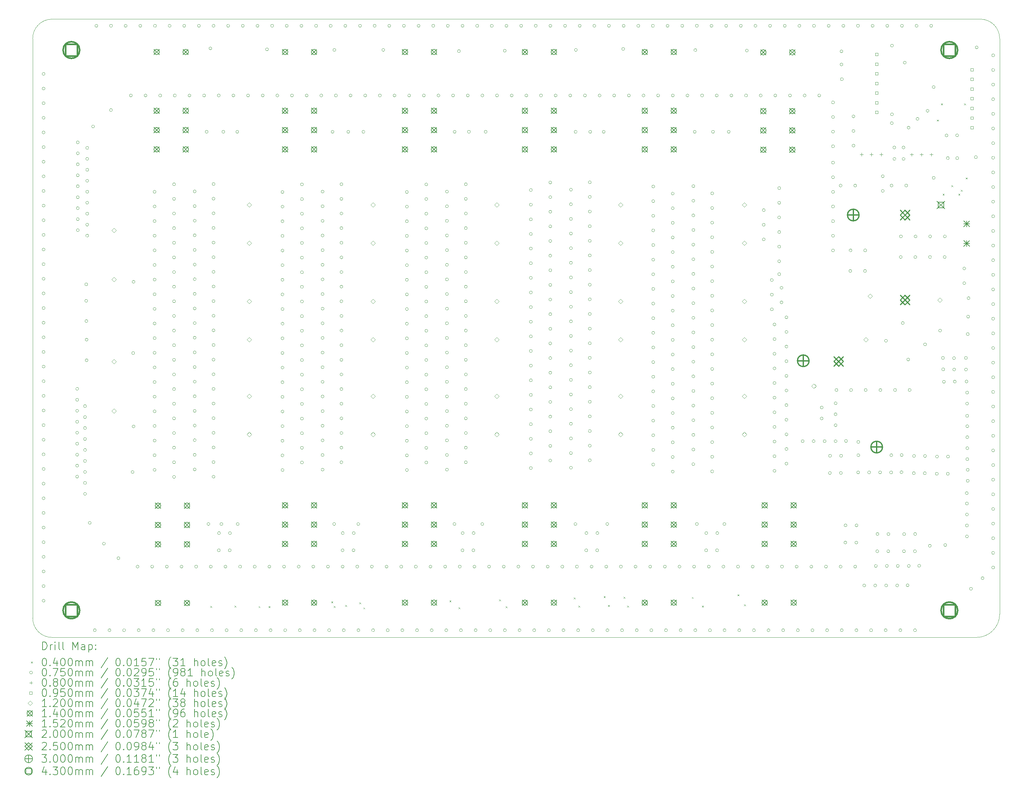
<source format=gbr>
%TF.GenerationSoftware,KiCad,Pcbnew,7.0.10*%
%TF.CreationDate,2024-05-11T12:56:40+02:00*%
%TF.ProjectId,LPF_HF+6,4c50465f-4846-42b3-962e-6b696361645f,rev?*%
%TF.SameCoordinates,Original*%
%TF.FileFunction,Drillmap*%
%TF.FilePolarity,Positive*%
%FSLAX45Y45*%
G04 Gerber Fmt 4.5, Leading zero omitted, Abs format (unit mm)*
G04 Created by KiCad (PCBNEW 7.0.10) date 2024-05-11 12:56:40*
%MOMM*%
%LPD*%
G01*
G04 APERTURE LIST*
%ADD10C,0.100000*%
%ADD11C,0.200000*%
%ADD12C,0.120000*%
%ADD13C,0.140000*%
%ADD14C,0.152000*%
%ADD15C,0.250000*%
%ADD16C,0.300000*%
%ADD17C,0.430000*%
G04 APERTURE END LIST*
D10*
X9665640Y-20826715D02*
G75*
G03*
X10165640Y-21326715I500000J0D01*
G01*
X34065640Y-21326715D02*
G75*
G03*
X34665640Y-20726715I0J600000D01*
G01*
X34065640Y-21326715D02*
X10165640Y-21326715D01*
X9665640Y-20826715D02*
X9665640Y-5826715D01*
X34665640Y-5826715D02*
X34665640Y-20726715D01*
X10165640Y-5326715D02*
X34165640Y-5326715D01*
X10165640Y-5326715D02*
G75*
G03*
X9665640Y-5826715I0J-500000D01*
G01*
X34665640Y-5826715D02*
G75*
G03*
X34165640Y-5326715I-500000J0D01*
G01*
D11*
D10*
X14255640Y-20511715D02*
X14295640Y-20551715D01*
X14295640Y-20511715D02*
X14255640Y-20551715D01*
X14885640Y-20501715D02*
X14925640Y-20541715D01*
X14925640Y-20501715D02*
X14885640Y-20541715D01*
X15505640Y-20516715D02*
X15545640Y-20556715D01*
X15545640Y-20516715D02*
X15505640Y-20556715D01*
X15765640Y-20516715D02*
X15805640Y-20556715D01*
X15805640Y-20516715D02*
X15765640Y-20556715D01*
X17385640Y-20396715D02*
X17425640Y-20436715D01*
X17425640Y-20396715D02*
X17385640Y-20436715D01*
X17450640Y-20511715D02*
X17490640Y-20551715D01*
X17490640Y-20511715D02*
X17450640Y-20551715D01*
X17745640Y-20486715D02*
X17785640Y-20526715D01*
X17785640Y-20486715D02*
X17745640Y-20526715D01*
X18110640Y-20421715D02*
X18150640Y-20461715D01*
X18150640Y-20421715D02*
X18110640Y-20461715D01*
X18215640Y-20551715D02*
X18255640Y-20591715D01*
X18255640Y-20551715D02*
X18215640Y-20591715D01*
X20440640Y-20366715D02*
X20480640Y-20406715D01*
X20480640Y-20366715D02*
X20440640Y-20406715D01*
X20675640Y-20546715D02*
X20715640Y-20586715D01*
X20715640Y-20546715D02*
X20675640Y-20586715D01*
X21725640Y-20346715D02*
X21765640Y-20386715D01*
X21765640Y-20346715D02*
X21725640Y-20386715D01*
X21895640Y-20521715D02*
X21935640Y-20561715D01*
X21935640Y-20521715D02*
X21895640Y-20561715D01*
X23655640Y-20291715D02*
X23695640Y-20331715D01*
X23695640Y-20291715D02*
X23655640Y-20331715D01*
X23770640Y-20506715D02*
X23810640Y-20546715D01*
X23810640Y-20506715D02*
X23770640Y-20546715D01*
X24430640Y-20261715D02*
X24470640Y-20301715D01*
X24470640Y-20261715D02*
X24430640Y-20301715D01*
X24540640Y-20486715D02*
X24580640Y-20526715D01*
X24580640Y-20486715D02*
X24540640Y-20526715D01*
X24940640Y-20276715D02*
X24980640Y-20316715D01*
X24980640Y-20276715D02*
X24940640Y-20316715D01*
X25035640Y-20501715D02*
X25075640Y-20541715D01*
X25075640Y-20501715D02*
X25035640Y-20541715D01*
X26707088Y-20280233D02*
X26747088Y-20320233D01*
X26747088Y-20280233D02*
X26707088Y-20320233D01*
X26970640Y-20501715D02*
X27010640Y-20541715D01*
X27010640Y-20501715D02*
X26970640Y-20541715D01*
X27890640Y-20211715D02*
X27930640Y-20251715D01*
X27930640Y-20211715D02*
X27890640Y-20251715D01*
X28055640Y-20471715D02*
X28095640Y-20511715D01*
X28095640Y-20471715D02*
X28055640Y-20511715D01*
X33045720Y-7927555D02*
X33085720Y-7967555D01*
X33085720Y-7927555D02*
X33045720Y-7967555D01*
X33149860Y-7510995D02*
X33189860Y-7550995D01*
X33189860Y-7510995D02*
X33149860Y-7550995D01*
X33193040Y-9842715D02*
X33233040Y-9882715D01*
X33233040Y-9842715D02*
X33193040Y-9882715D01*
X33414020Y-9626815D02*
X33454020Y-9666815D01*
X33454020Y-9626815D02*
X33414020Y-9666815D01*
X33599440Y-9842715D02*
X33639440Y-9882715D01*
X33639440Y-9842715D02*
X33599440Y-9882715D01*
X33662831Y-9740897D02*
X33702831Y-9780897D01*
X33702831Y-9740897D02*
X33662831Y-9780897D01*
X33749300Y-7505915D02*
X33789300Y-7545915D01*
X33789300Y-7505915D02*
X33749300Y-7545915D01*
X33789940Y-9426155D02*
X33829940Y-9466155D01*
X33829940Y-9426155D02*
X33789940Y-9466155D01*
X9984140Y-6744247D02*
G75*
G03*
X9909140Y-6744247I-37500J0D01*
G01*
X9909140Y-6744247D02*
G75*
G03*
X9984140Y-6744247I37500J0D01*
G01*
X9984140Y-7122929D02*
G75*
G03*
X9909140Y-7122929I-37500J0D01*
G01*
X9909140Y-7122929D02*
G75*
G03*
X9984140Y-7122929I37500J0D01*
G01*
X9984140Y-7501610D02*
G75*
G03*
X9909140Y-7501610I-37500J0D01*
G01*
X9909140Y-7501610D02*
G75*
G03*
X9984140Y-7501610I37500J0D01*
G01*
X9984140Y-7880292D02*
G75*
G03*
X9909140Y-7880292I-37500J0D01*
G01*
X9909140Y-7880292D02*
G75*
G03*
X9984140Y-7880292I37500J0D01*
G01*
X9984140Y-8258973D02*
G75*
G03*
X9909140Y-8258973I-37500J0D01*
G01*
X9909140Y-8258973D02*
G75*
G03*
X9984140Y-8258973I37500J0D01*
G01*
X9984140Y-8637654D02*
G75*
G03*
X9909140Y-8637654I-37500J0D01*
G01*
X9909140Y-8637654D02*
G75*
G03*
X9984140Y-8637654I37500J0D01*
G01*
X9984140Y-9016336D02*
G75*
G03*
X9909140Y-9016336I-37500J0D01*
G01*
X9909140Y-9016336D02*
G75*
G03*
X9984140Y-9016336I37500J0D01*
G01*
X9984140Y-9395017D02*
G75*
G03*
X9909140Y-9395017I-37500J0D01*
G01*
X9909140Y-9395017D02*
G75*
G03*
X9984140Y-9395017I37500J0D01*
G01*
X9984140Y-9773699D02*
G75*
G03*
X9909140Y-9773699I-37500J0D01*
G01*
X9909140Y-9773699D02*
G75*
G03*
X9984140Y-9773699I37500J0D01*
G01*
X9984140Y-10152380D02*
G75*
G03*
X9909140Y-10152380I-37500J0D01*
G01*
X9909140Y-10152380D02*
G75*
G03*
X9984140Y-10152380I37500J0D01*
G01*
X9984140Y-10531061D02*
G75*
G03*
X9909140Y-10531061I-37500J0D01*
G01*
X9909140Y-10531061D02*
G75*
G03*
X9984140Y-10531061I37500J0D01*
G01*
X9984140Y-10909743D02*
G75*
G03*
X9909140Y-10909743I-37500J0D01*
G01*
X9909140Y-10909743D02*
G75*
G03*
X9984140Y-10909743I37500J0D01*
G01*
X9984140Y-11288424D02*
G75*
G03*
X9909140Y-11288424I-37500J0D01*
G01*
X9909140Y-11288424D02*
G75*
G03*
X9984140Y-11288424I37500J0D01*
G01*
X9984140Y-11667106D02*
G75*
G03*
X9909140Y-11667106I-37500J0D01*
G01*
X9909140Y-11667106D02*
G75*
G03*
X9984140Y-11667106I37500J0D01*
G01*
X9984140Y-12045787D02*
G75*
G03*
X9909140Y-12045787I-37500J0D01*
G01*
X9909140Y-12045787D02*
G75*
G03*
X9984140Y-12045787I37500J0D01*
G01*
X9984140Y-12424468D02*
G75*
G03*
X9909140Y-12424468I-37500J0D01*
G01*
X9909140Y-12424468D02*
G75*
G03*
X9984140Y-12424468I37500J0D01*
G01*
X9984140Y-12803150D02*
G75*
G03*
X9909140Y-12803150I-37500J0D01*
G01*
X9909140Y-12803150D02*
G75*
G03*
X9984140Y-12803150I37500J0D01*
G01*
X9984140Y-13181831D02*
G75*
G03*
X9909140Y-13181831I-37500J0D01*
G01*
X9909140Y-13181831D02*
G75*
G03*
X9984140Y-13181831I37500J0D01*
G01*
X9984140Y-13560513D02*
G75*
G03*
X9909140Y-13560513I-37500J0D01*
G01*
X9909140Y-13560513D02*
G75*
G03*
X9984140Y-13560513I37500J0D01*
G01*
X9984140Y-13939194D02*
G75*
G03*
X9909140Y-13939194I-37500J0D01*
G01*
X9909140Y-13939194D02*
G75*
G03*
X9984140Y-13939194I37500J0D01*
G01*
X9984140Y-14317875D02*
G75*
G03*
X9909140Y-14317875I-37500J0D01*
G01*
X9909140Y-14317875D02*
G75*
G03*
X9984140Y-14317875I37500J0D01*
G01*
X9984140Y-14696557D02*
G75*
G03*
X9909140Y-14696557I-37500J0D01*
G01*
X9909140Y-14696557D02*
G75*
G03*
X9984140Y-14696557I37500J0D01*
G01*
X9984140Y-15075238D02*
G75*
G03*
X9909140Y-15075238I-37500J0D01*
G01*
X9909140Y-15075238D02*
G75*
G03*
X9984140Y-15075238I37500J0D01*
G01*
X9984140Y-15453920D02*
G75*
G03*
X9909140Y-15453920I-37500J0D01*
G01*
X9909140Y-15453920D02*
G75*
G03*
X9984140Y-15453920I37500J0D01*
G01*
X9984140Y-15832601D02*
G75*
G03*
X9909140Y-15832601I-37500J0D01*
G01*
X9909140Y-15832601D02*
G75*
G03*
X9984140Y-15832601I37500J0D01*
G01*
X9984140Y-16211282D02*
G75*
G03*
X9909140Y-16211282I-37500J0D01*
G01*
X9909140Y-16211282D02*
G75*
G03*
X9984140Y-16211282I37500J0D01*
G01*
X9984140Y-16589964D02*
G75*
G03*
X9909140Y-16589964I-37500J0D01*
G01*
X9909140Y-16589964D02*
G75*
G03*
X9984140Y-16589964I37500J0D01*
G01*
X9984140Y-16968645D02*
G75*
G03*
X9909140Y-16968645I-37500J0D01*
G01*
X9909140Y-16968645D02*
G75*
G03*
X9984140Y-16968645I37500J0D01*
G01*
X9984140Y-17347327D02*
G75*
G03*
X9909140Y-17347327I-37500J0D01*
G01*
X9909140Y-17347327D02*
G75*
G03*
X9984140Y-17347327I37500J0D01*
G01*
X9984140Y-17726008D02*
G75*
G03*
X9909140Y-17726008I-37500J0D01*
G01*
X9909140Y-17726008D02*
G75*
G03*
X9984140Y-17726008I37500J0D01*
G01*
X9984140Y-18104689D02*
G75*
G03*
X9909140Y-18104689I-37500J0D01*
G01*
X9909140Y-18104689D02*
G75*
G03*
X9984140Y-18104689I37500J0D01*
G01*
X9984140Y-18483371D02*
G75*
G03*
X9909140Y-18483371I-37500J0D01*
G01*
X9909140Y-18483371D02*
G75*
G03*
X9984140Y-18483371I37500J0D01*
G01*
X9984140Y-18862052D02*
G75*
G03*
X9909140Y-18862052I-37500J0D01*
G01*
X9909140Y-18862052D02*
G75*
G03*
X9984140Y-18862052I37500J0D01*
G01*
X9984140Y-19240734D02*
G75*
G03*
X9909140Y-19240734I-37500J0D01*
G01*
X9909140Y-19240734D02*
G75*
G03*
X9984140Y-19240734I37500J0D01*
G01*
X9984140Y-19619415D02*
G75*
G03*
X9909140Y-19619415I-37500J0D01*
G01*
X9909140Y-19619415D02*
G75*
G03*
X9984140Y-19619415I37500J0D01*
G01*
X9984140Y-19998096D02*
G75*
G03*
X9909140Y-19998096I-37500J0D01*
G01*
X9909140Y-19998096D02*
G75*
G03*
X9984140Y-19998096I37500J0D01*
G01*
X9984140Y-20376778D02*
G75*
G03*
X9909140Y-20376778I-37500J0D01*
G01*
X9909140Y-20376778D02*
G75*
G03*
X9984140Y-20376778I37500J0D01*
G01*
X10852820Y-14893321D02*
G75*
G03*
X10777820Y-14893321I-37500J0D01*
G01*
X10777820Y-14893321D02*
G75*
G03*
X10852820Y-14893321I37500J0D01*
G01*
X10852820Y-15177333D02*
G75*
G03*
X10777820Y-15177333I-37500J0D01*
G01*
X10777820Y-15177333D02*
G75*
G03*
X10852820Y-15177333I37500J0D01*
G01*
X10852820Y-15461344D02*
G75*
G03*
X10777820Y-15461344I-37500J0D01*
G01*
X10777820Y-15461344D02*
G75*
G03*
X10852820Y-15461344I37500J0D01*
G01*
X10852820Y-15745355D02*
G75*
G03*
X10777820Y-15745355I-37500J0D01*
G01*
X10777820Y-15745355D02*
G75*
G03*
X10852820Y-15745355I37500J0D01*
G01*
X10852820Y-16029367D02*
G75*
G03*
X10777820Y-16029367I-37500J0D01*
G01*
X10777820Y-16029367D02*
G75*
G03*
X10852820Y-16029367I37500J0D01*
G01*
X10852820Y-16313378D02*
G75*
G03*
X10777820Y-16313378I-37500J0D01*
G01*
X10777820Y-16313378D02*
G75*
G03*
X10852820Y-16313378I37500J0D01*
G01*
X10852820Y-16597389D02*
G75*
G03*
X10777820Y-16597389I-37500J0D01*
G01*
X10777820Y-16597389D02*
G75*
G03*
X10852820Y-16597389I37500J0D01*
G01*
X10852820Y-16881400D02*
G75*
G03*
X10777820Y-16881400I-37500J0D01*
G01*
X10777820Y-16881400D02*
G75*
G03*
X10852820Y-16881400I37500J0D01*
G01*
X10852820Y-17165411D02*
G75*
G03*
X10777820Y-17165411I-37500J0D01*
G01*
X10777820Y-17165411D02*
G75*
G03*
X10852820Y-17165411I37500J0D01*
G01*
X10868060Y-8515185D02*
G75*
G03*
X10793060Y-8515185I-37500J0D01*
G01*
X10793060Y-8515185D02*
G75*
G03*
X10868060Y-8515185I37500J0D01*
G01*
X10868060Y-8799197D02*
G75*
G03*
X10793060Y-8799197I-37500J0D01*
G01*
X10793060Y-8799197D02*
G75*
G03*
X10868060Y-8799197I37500J0D01*
G01*
X10868060Y-9083208D02*
G75*
G03*
X10793060Y-9083208I-37500J0D01*
G01*
X10793060Y-9083208D02*
G75*
G03*
X10868060Y-9083208I37500J0D01*
G01*
X10868060Y-9367219D02*
G75*
G03*
X10793060Y-9367219I-37500J0D01*
G01*
X10793060Y-9367219D02*
G75*
G03*
X10868060Y-9367219I37500J0D01*
G01*
X10868060Y-9651231D02*
G75*
G03*
X10793060Y-9651231I-37500J0D01*
G01*
X10793060Y-9651231D02*
G75*
G03*
X10868060Y-9651231I37500J0D01*
G01*
X10868060Y-9935242D02*
G75*
G03*
X10793060Y-9935242I-37500J0D01*
G01*
X10793060Y-9935242D02*
G75*
G03*
X10868060Y-9935242I37500J0D01*
G01*
X10868060Y-10219253D02*
G75*
G03*
X10793060Y-10219253I-37500J0D01*
G01*
X10793060Y-10219253D02*
G75*
G03*
X10868060Y-10219253I37500J0D01*
G01*
X10868060Y-10503264D02*
G75*
G03*
X10793060Y-10503264I-37500J0D01*
G01*
X10793060Y-10503264D02*
G75*
G03*
X10868060Y-10503264I37500J0D01*
G01*
X10868060Y-10787275D02*
G75*
G03*
X10793060Y-10787275I-37500J0D01*
G01*
X10793060Y-10787275D02*
G75*
G03*
X10868060Y-10787275I37500J0D01*
G01*
X11056020Y-15340361D02*
G75*
G03*
X10981020Y-15340361I-37500J0D01*
G01*
X10981020Y-15340361D02*
G75*
G03*
X11056020Y-15340361I37500J0D01*
G01*
X11056020Y-15624373D02*
G75*
G03*
X10981020Y-15624373I-37500J0D01*
G01*
X10981020Y-15624373D02*
G75*
G03*
X11056020Y-15624373I37500J0D01*
G01*
X11056020Y-15908384D02*
G75*
G03*
X10981020Y-15908384I-37500J0D01*
G01*
X10981020Y-15908384D02*
G75*
G03*
X11056020Y-15908384I37500J0D01*
G01*
X11056020Y-16192395D02*
G75*
G03*
X10981020Y-16192395I-37500J0D01*
G01*
X10981020Y-16192395D02*
G75*
G03*
X11056020Y-16192395I37500J0D01*
G01*
X11056020Y-16476407D02*
G75*
G03*
X10981020Y-16476407I-37500J0D01*
G01*
X10981020Y-16476407D02*
G75*
G03*
X11056020Y-16476407I37500J0D01*
G01*
X11056020Y-16760418D02*
G75*
G03*
X10981020Y-16760418I-37500J0D01*
G01*
X10981020Y-16760418D02*
G75*
G03*
X11056020Y-16760418I37500J0D01*
G01*
X11056020Y-17044429D02*
G75*
G03*
X10981020Y-17044429I-37500J0D01*
G01*
X10981020Y-17044429D02*
G75*
G03*
X11056020Y-17044429I37500J0D01*
G01*
X11056020Y-17328440D02*
G75*
G03*
X10981020Y-17328440I-37500J0D01*
G01*
X10981020Y-17328440D02*
G75*
G03*
X11056020Y-17328440I37500J0D01*
G01*
X11056020Y-17612451D02*
G75*
G03*
X10981020Y-17612451I-37500J0D01*
G01*
X10981020Y-17612451D02*
G75*
G03*
X11056020Y-17612451I37500J0D01*
G01*
X11086500Y-12189355D02*
G75*
G03*
X11011500Y-12189355I-37500J0D01*
G01*
X11011500Y-12189355D02*
G75*
G03*
X11086500Y-12189355I37500J0D01*
G01*
X11086500Y-12616075D02*
G75*
G03*
X11011500Y-12616075I-37500J0D01*
G01*
X11011500Y-12616075D02*
G75*
G03*
X11086500Y-12616075I37500J0D01*
G01*
X11091580Y-13139315D02*
G75*
G03*
X11016580Y-13139315I-37500J0D01*
G01*
X11016580Y-13139315D02*
G75*
G03*
X11091580Y-13139315I37500J0D01*
G01*
X11096660Y-13621915D02*
G75*
G03*
X11021660Y-13621915I-37500J0D01*
G01*
X11021660Y-13621915D02*
G75*
G03*
X11096660Y-13621915I37500J0D01*
G01*
X11096660Y-14155315D02*
G75*
G03*
X11021660Y-14155315I-37500J0D01*
G01*
X11021660Y-14155315D02*
G75*
G03*
X11096660Y-14155315I37500J0D01*
G01*
X11111900Y-8657425D02*
G75*
G03*
X11036900Y-8657425I-37500J0D01*
G01*
X11036900Y-8657425D02*
G75*
G03*
X11111900Y-8657425I37500J0D01*
G01*
X11111900Y-8941437D02*
G75*
G03*
X11036900Y-8941437I-37500J0D01*
G01*
X11036900Y-8941437D02*
G75*
G03*
X11111900Y-8941437I37500J0D01*
G01*
X11111900Y-9225448D02*
G75*
G03*
X11036900Y-9225448I-37500J0D01*
G01*
X11036900Y-9225448D02*
G75*
G03*
X11111900Y-9225448I37500J0D01*
G01*
X11111900Y-9509459D02*
G75*
G03*
X11036900Y-9509459I-37500J0D01*
G01*
X11036900Y-9509459D02*
G75*
G03*
X11111900Y-9509459I37500J0D01*
G01*
X11111900Y-9793471D02*
G75*
G03*
X11036900Y-9793471I-37500J0D01*
G01*
X11036900Y-9793471D02*
G75*
G03*
X11111900Y-9793471I37500J0D01*
G01*
X11111900Y-10077482D02*
G75*
G03*
X11036900Y-10077482I-37500J0D01*
G01*
X11036900Y-10077482D02*
G75*
G03*
X11111900Y-10077482I37500J0D01*
G01*
X11111900Y-10361493D02*
G75*
G03*
X11036900Y-10361493I-37500J0D01*
G01*
X11036900Y-10361493D02*
G75*
G03*
X11111900Y-10361493I37500J0D01*
G01*
X11111900Y-10645504D02*
G75*
G03*
X11036900Y-10645504I-37500J0D01*
G01*
X11036900Y-10645504D02*
G75*
G03*
X11111900Y-10645504I37500J0D01*
G01*
X11111900Y-10929515D02*
G75*
G03*
X11036900Y-10929515I-37500J0D01*
G01*
X11036900Y-10929515D02*
G75*
G03*
X11111900Y-10929515I37500J0D01*
G01*
X11177940Y-18361555D02*
G75*
G03*
X11102940Y-18361555I-37500J0D01*
G01*
X11102940Y-18361555D02*
G75*
G03*
X11177940Y-18361555I37500J0D01*
G01*
X11264300Y-8105035D02*
G75*
G03*
X11189300Y-8105035I-37500J0D01*
G01*
X11189300Y-8105035D02*
G75*
G03*
X11264300Y-8105035I37500J0D01*
G01*
X11308352Y-21140315D02*
G75*
G03*
X11233352Y-21140315I-37500J0D01*
G01*
X11233352Y-21140315D02*
G75*
G03*
X11308352Y-21140315I37500J0D01*
G01*
X11348992Y-5498995D02*
G75*
G03*
X11273992Y-5498995I-37500J0D01*
G01*
X11273992Y-5498995D02*
G75*
G03*
X11348992Y-5498995I37500J0D01*
G01*
X11543700Y-18900035D02*
G75*
G03*
X11468700Y-18900035I-37500J0D01*
G01*
X11468700Y-18900035D02*
G75*
G03*
X11543700Y-18900035I37500J0D01*
G01*
X11687035Y-21140315D02*
G75*
G03*
X11612035Y-21140315I-37500J0D01*
G01*
X11612035Y-21140315D02*
G75*
G03*
X11687035Y-21140315I37500J0D01*
G01*
X11726580Y-7678315D02*
G75*
G03*
X11651580Y-7678315I-37500J0D01*
G01*
X11651580Y-7678315D02*
G75*
G03*
X11726580Y-7678315I37500J0D01*
G01*
X11727675Y-5498995D02*
G75*
G03*
X11652675Y-5498995I-37500J0D01*
G01*
X11652675Y-5498995D02*
G75*
G03*
X11727675Y-5498995I37500J0D01*
G01*
X11919620Y-19275955D02*
G75*
G03*
X11844620Y-19275955I-37500J0D01*
G01*
X11844620Y-19275955D02*
G75*
G03*
X11919620Y-19275955I37500J0D01*
G01*
X12065716Y-21140315D02*
G75*
G03*
X11990716Y-21140315I-37500J0D01*
G01*
X11990716Y-21140315D02*
G75*
G03*
X12065716Y-21140315I37500J0D01*
G01*
X12106356Y-5498995D02*
G75*
G03*
X12031356Y-5498995I-37500J0D01*
G01*
X12031356Y-5498995D02*
G75*
G03*
X12106356Y-5498995I37500J0D01*
G01*
X12241511Y-7302395D02*
G75*
G03*
X12166511Y-7302395I-37500J0D01*
G01*
X12166511Y-7302395D02*
G75*
G03*
X12241511Y-7302395I37500J0D01*
G01*
X12285380Y-17045835D02*
G75*
G03*
X12210380Y-17045835I-37500J0D01*
G01*
X12210380Y-17045835D02*
G75*
G03*
X12285380Y-17045835I37500J0D01*
G01*
X12300620Y-13967355D02*
G75*
G03*
X12225620Y-13967355I-37500J0D01*
G01*
X12225620Y-13967355D02*
G75*
G03*
X12300620Y-13967355I37500J0D01*
G01*
X12310780Y-12123315D02*
G75*
G03*
X12235780Y-12123315I-37500J0D01*
G01*
X12235780Y-12123315D02*
G75*
G03*
X12310780Y-12123315I37500J0D01*
G01*
X12310780Y-15867275D02*
G75*
G03*
X12235780Y-15867275I-37500J0D01*
G01*
X12235780Y-15867275D02*
G75*
G03*
X12310780Y-15867275I37500J0D01*
G01*
X12414231Y-19494395D02*
G75*
G03*
X12339231Y-19494395I-37500J0D01*
G01*
X12339231Y-19494395D02*
G75*
G03*
X12414231Y-19494395I37500J0D01*
G01*
X12444398Y-21140315D02*
G75*
G03*
X12369398Y-21140315I-37500J0D01*
G01*
X12369398Y-21140315D02*
G75*
G03*
X12444398Y-21140315I37500J0D01*
G01*
X12485038Y-5498995D02*
G75*
G03*
X12410038Y-5498995I-37500J0D01*
G01*
X12410038Y-5498995D02*
G75*
G03*
X12485038Y-5498995I37500J0D01*
G01*
X12620193Y-7302395D02*
G75*
G03*
X12545193Y-7302395I-37500J0D01*
G01*
X12545193Y-7302395D02*
G75*
G03*
X12620193Y-7302395I37500J0D01*
G01*
X12792913Y-19494395D02*
G75*
G03*
X12717913Y-19494395I-37500J0D01*
G01*
X12717913Y-19494395D02*
G75*
G03*
X12792913Y-19494395I37500J0D01*
G01*
X12823079Y-21140315D02*
G75*
G03*
X12748079Y-21140315I-37500J0D01*
G01*
X12748079Y-21140315D02*
G75*
G03*
X12823079Y-21140315I37500J0D01*
G01*
X12854340Y-9795009D02*
G75*
G03*
X12779340Y-9795009I-37500J0D01*
G01*
X12779340Y-9795009D02*
G75*
G03*
X12854340Y-9795009I37500J0D01*
G01*
X12854340Y-10173690D02*
G75*
G03*
X12779340Y-10173690I-37500J0D01*
G01*
X12779340Y-10173690D02*
G75*
G03*
X12854340Y-10173690I37500J0D01*
G01*
X12854340Y-10552372D02*
G75*
G03*
X12779340Y-10552372I-37500J0D01*
G01*
X12779340Y-10552372D02*
G75*
G03*
X12854340Y-10552372I37500J0D01*
G01*
X12854340Y-10931053D02*
G75*
G03*
X12779340Y-10931053I-37500J0D01*
G01*
X12779340Y-10931053D02*
G75*
G03*
X12854340Y-10931053I37500J0D01*
G01*
X12854340Y-11309734D02*
G75*
G03*
X12779340Y-11309734I-37500J0D01*
G01*
X12779340Y-11309734D02*
G75*
G03*
X12854340Y-11309734I37500J0D01*
G01*
X12854340Y-11688416D02*
G75*
G03*
X12779340Y-11688416I-37500J0D01*
G01*
X12779340Y-11688416D02*
G75*
G03*
X12854340Y-11688416I37500J0D01*
G01*
X12854340Y-12067097D02*
G75*
G03*
X12779340Y-12067097I-37500J0D01*
G01*
X12779340Y-12067097D02*
G75*
G03*
X12854340Y-12067097I37500J0D01*
G01*
X12854340Y-12445779D02*
G75*
G03*
X12779340Y-12445779I-37500J0D01*
G01*
X12779340Y-12445779D02*
G75*
G03*
X12854340Y-12445779I37500J0D01*
G01*
X12854340Y-12824460D02*
G75*
G03*
X12779340Y-12824460I-37500J0D01*
G01*
X12779340Y-12824460D02*
G75*
G03*
X12854340Y-12824460I37500J0D01*
G01*
X12854340Y-13203141D02*
G75*
G03*
X12779340Y-13203141I-37500J0D01*
G01*
X12779340Y-13203141D02*
G75*
G03*
X12854340Y-13203141I37500J0D01*
G01*
X12854340Y-13581823D02*
G75*
G03*
X12779340Y-13581823I-37500J0D01*
G01*
X12779340Y-13581823D02*
G75*
G03*
X12854340Y-13581823I37500J0D01*
G01*
X12854340Y-13960504D02*
G75*
G03*
X12779340Y-13960504I-37500J0D01*
G01*
X12779340Y-13960504D02*
G75*
G03*
X12854340Y-13960504I37500J0D01*
G01*
X12854340Y-14339186D02*
G75*
G03*
X12779340Y-14339186I-37500J0D01*
G01*
X12779340Y-14339186D02*
G75*
G03*
X12854340Y-14339186I37500J0D01*
G01*
X12854340Y-14717867D02*
G75*
G03*
X12779340Y-14717867I-37500J0D01*
G01*
X12779340Y-14717867D02*
G75*
G03*
X12854340Y-14717867I37500J0D01*
G01*
X12854340Y-15096548D02*
G75*
G03*
X12779340Y-15096548I-37500J0D01*
G01*
X12779340Y-15096548D02*
G75*
G03*
X12854340Y-15096548I37500J0D01*
G01*
X12854340Y-15475230D02*
G75*
G03*
X12779340Y-15475230I-37500J0D01*
G01*
X12779340Y-15475230D02*
G75*
G03*
X12854340Y-15475230I37500J0D01*
G01*
X12854340Y-15853911D02*
G75*
G03*
X12779340Y-15853911I-37500J0D01*
G01*
X12779340Y-15853911D02*
G75*
G03*
X12854340Y-15853911I37500J0D01*
G01*
X12854340Y-16232593D02*
G75*
G03*
X12779340Y-16232593I-37500J0D01*
G01*
X12779340Y-16232593D02*
G75*
G03*
X12854340Y-16232593I37500J0D01*
G01*
X12854340Y-16611274D02*
G75*
G03*
X12779340Y-16611274I-37500J0D01*
G01*
X12779340Y-16611274D02*
G75*
G03*
X12854340Y-16611274I37500J0D01*
G01*
X12854340Y-16989955D02*
G75*
G03*
X12779340Y-16989955I-37500J0D01*
G01*
X12779340Y-16989955D02*
G75*
G03*
X12854340Y-16989955I37500J0D01*
G01*
X12863719Y-5498995D02*
G75*
G03*
X12788719Y-5498995I-37500J0D01*
G01*
X12788719Y-5498995D02*
G75*
G03*
X12863719Y-5498995I37500J0D01*
G01*
X12998874Y-7302395D02*
G75*
G03*
X12923874Y-7302395I-37500J0D01*
G01*
X12923874Y-7302395D02*
G75*
G03*
X12998874Y-7302395I37500J0D01*
G01*
X13171594Y-19494395D02*
G75*
G03*
X13096594Y-19494395I-37500J0D01*
G01*
X13096594Y-19494395D02*
G75*
G03*
X13171594Y-19494395I37500J0D01*
G01*
X13201760Y-21140315D02*
G75*
G03*
X13126760Y-21140315I-37500J0D01*
G01*
X13126760Y-21140315D02*
G75*
G03*
X13201760Y-21140315I37500J0D01*
G01*
X13242400Y-5498995D02*
G75*
G03*
X13167400Y-5498995I-37500J0D01*
G01*
X13167400Y-5498995D02*
G75*
G03*
X13242400Y-5498995I37500J0D01*
G01*
X13357260Y-9599207D02*
G75*
G03*
X13282260Y-9599207I-37500J0D01*
G01*
X13282260Y-9599207D02*
G75*
G03*
X13357260Y-9599207I37500J0D01*
G01*
X13357260Y-9977889D02*
G75*
G03*
X13282260Y-9977889I-37500J0D01*
G01*
X13282260Y-9977889D02*
G75*
G03*
X13357260Y-9977889I37500J0D01*
G01*
X13357260Y-10356570D02*
G75*
G03*
X13282260Y-10356570I-37500J0D01*
G01*
X13282260Y-10356570D02*
G75*
G03*
X13357260Y-10356570I37500J0D01*
G01*
X13357260Y-10735252D02*
G75*
G03*
X13282260Y-10735252I-37500J0D01*
G01*
X13282260Y-10735252D02*
G75*
G03*
X13357260Y-10735252I37500J0D01*
G01*
X13357260Y-11113933D02*
G75*
G03*
X13282260Y-11113933I-37500J0D01*
G01*
X13282260Y-11113933D02*
G75*
G03*
X13357260Y-11113933I37500J0D01*
G01*
X13357260Y-11492614D02*
G75*
G03*
X13282260Y-11492614I-37500J0D01*
G01*
X13282260Y-11492614D02*
G75*
G03*
X13357260Y-11492614I37500J0D01*
G01*
X13357260Y-11871296D02*
G75*
G03*
X13282260Y-11871296I-37500J0D01*
G01*
X13282260Y-11871296D02*
G75*
G03*
X13357260Y-11871296I37500J0D01*
G01*
X13357260Y-12249977D02*
G75*
G03*
X13282260Y-12249977I-37500J0D01*
G01*
X13282260Y-12249977D02*
G75*
G03*
X13357260Y-12249977I37500J0D01*
G01*
X13357260Y-12628659D02*
G75*
G03*
X13282260Y-12628659I-37500J0D01*
G01*
X13282260Y-12628659D02*
G75*
G03*
X13357260Y-12628659I37500J0D01*
G01*
X13357260Y-13007340D02*
G75*
G03*
X13282260Y-13007340I-37500J0D01*
G01*
X13282260Y-13007340D02*
G75*
G03*
X13357260Y-13007340I37500J0D01*
G01*
X13357260Y-13386021D02*
G75*
G03*
X13282260Y-13386021I-37500J0D01*
G01*
X13282260Y-13386021D02*
G75*
G03*
X13357260Y-13386021I37500J0D01*
G01*
X13357260Y-13764703D02*
G75*
G03*
X13282260Y-13764703I-37500J0D01*
G01*
X13282260Y-13764703D02*
G75*
G03*
X13357260Y-13764703I37500J0D01*
G01*
X13357260Y-14143384D02*
G75*
G03*
X13282260Y-14143384I-37500J0D01*
G01*
X13282260Y-14143384D02*
G75*
G03*
X13357260Y-14143384I37500J0D01*
G01*
X13357260Y-14522066D02*
G75*
G03*
X13282260Y-14522066I-37500J0D01*
G01*
X13282260Y-14522066D02*
G75*
G03*
X13357260Y-14522066I37500J0D01*
G01*
X13357260Y-14900747D02*
G75*
G03*
X13282260Y-14900747I-37500J0D01*
G01*
X13282260Y-14900747D02*
G75*
G03*
X13357260Y-14900747I37500J0D01*
G01*
X13357260Y-15279428D02*
G75*
G03*
X13282260Y-15279428I-37500J0D01*
G01*
X13282260Y-15279428D02*
G75*
G03*
X13357260Y-15279428I37500J0D01*
G01*
X13357260Y-15658110D02*
G75*
G03*
X13282260Y-15658110I-37500J0D01*
G01*
X13282260Y-15658110D02*
G75*
G03*
X13357260Y-15658110I37500J0D01*
G01*
X13357260Y-16036791D02*
G75*
G03*
X13282260Y-16036791I-37500J0D01*
G01*
X13282260Y-16036791D02*
G75*
G03*
X13357260Y-16036791I37500J0D01*
G01*
X13357260Y-16415473D02*
G75*
G03*
X13282260Y-16415473I-37500J0D01*
G01*
X13282260Y-16415473D02*
G75*
G03*
X13357260Y-16415473I37500J0D01*
G01*
X13357260Y-16794154D02*
G75*
G03*
X13282260Y-16794154I-37500J0D01*
G01*
X13282260Y-16794154D02*
G75*
G03*
X13357260Y-16794154I37500J0D01*
G01*
X13357260Y-17172835D02*
G75*
G03*
X13282260Y-17172835I-37500J0D01*
G01*
X13282260Y-17172835D02*
G75*
G03*
X13357260Y-17172835I37500J0D01*
G01*
X13377556Y-7302395D02*
G75*
G03*
X13302556Y-7302395I-37500J0D01*
G01*
X13302556Y-7302395D02*
G75*
G03*
X13377556Y-7302395I37500J0D01*
G01*
X13550276Y-19494395D02*
G75*
G03*
X13475276Y-19494395I-37500J0D01*
G01*
X13475276Y-19494395D02*
G75*
G03*
X13550276Y-19494395I37500J0D01*
G01*
X13580442Y-21140315D02*
G75*
G03*
X13505442Y-21140315I-37500J0D01*
G01*
X13505442Y-21140315D02*
G75*
G03*
X13580442Y-21140315I37500J0D01*
G01*
X13621082Y-5498995D02*
G75*
G03*
X13546082Y-5498995I-37500J0D01*
G01*
X13546082Y-5498995D02*
G75*
G03*
X13621082Y-5498995I37500J0D01*
G01*
X13756237Y-7302395D02*
G75*
G03*
X13681237Y-7302395I-37500J0D01*
G01*
X13681237Y-7302395D02*
G75*
G03*
X13756237Y-7302395I37500J0D01*
G01*
X13890660Y-9784849D02*
G75*
G03*
X13815660Y-9784849I-37500J0D01*
G01*
X13815660Y-9784849D02*
G75*
G03*
X13890660Y-9784849I37500J0D01*
G01*
X13890660Y-10163530D02*
G75*
G03*
X13815660Y-10163530I-37500J0D01*
G01*
X13815660Y-10163530D02*
G75*
G03*
X13890660Y-10163530I37500J0D01*
G01*
X13890660Y-10542212D02*
G75*
G03*
X13815660Y-10542212I-37500J0D01*
G01*
X13815660Y-10542212D02*
G75*
G03*
X13890660Y-10542212I37500J0D01*
G01*
X13890660Y-10920893D02*
G75*
G03*
X13815660Y-10920893I-37500J0D01*
G01*
X13815660Y-10920893D02*
G75*
G03*
X13890660Y-10920893I37500J0D01*
G01*
X13890660Y-11299574D02*
G75*
G03*
X13815660Y-11299574I-37500J0D01*
G01*
X13815660Y-11299574D02*
G75*
G03*
X13890660Y-11299574I37500J0D01*
G01*
X13890660Y-11678256D02*
G75*
G03*
X13815660Y-11678256I-37500J0D01*
G01*
X13815660Y-11678256D02*
G75*
G03*
X13890660Y-11678256I37500J0D01*
G01*
X13890660Y-12056937D02*
G75*
G03*
X13815660Y-12056937I-37500J0D01*
G01*
X13815660Y-12056937D02*
G75*
G03*
X13890660Y-12056937I37500J0D01*
G01*
X13890660Y-12435619D02*
G75*
G03*
X13815660Y-12435619I-37500J0D01*
G01*
X13815660Y-12435619D02*
G75*
G03*
X13890660Y-12435619I37500J0D01*
G01*
X13890660Y-12814300D02*
G75*
G03*
X13815660Y-12814300I-37500J0D01*
G01*
X13815660Y-12814300D02*
G75*
G03*
X13890660Y-12814300I37500J0D01*
G01*
X13890660Y-13192981D02*
G75*
G03*
X13815660Y-13192981I-37500J0D01*
G01*
X13815660Y-13192981D02*
G75*
G03*
X13890660Y-13192981I37500J0D01*
G01*
X13890660Y-13571663D02*
G75*
G03*
X13815660Y-13571663I-37500J0D01*
G01*
X13815660Y-13571663D02*
G75*
G03*
X13890660Y-13571663I37500J0D01*
G01*
X13890660Y-13950344D02*
G75*
G03*
X13815660Y-13950344I-37500J0D01*
G01*
X13815660Y-13950344D02*
G75*
G03*
X13890660Y-13950344I37500J0D01*
G01*
X13890660Y-14329026D02*
G75*
G03*
X13815660Y-14329026I-37500J0D01*
G01*
X13815660Y-14329026D02*
G75*
G03*
X13890660Y-14329026I37500J0D01*
G01*
X13890660Y-14707707D02*
G75*
G03*
X13815660Y-14707707I-37500J0D01*
G01*
X13815660Y-14707707D02*
G75*
G03*
X13890660Y-14707707I37500J0D01*
G01*
X13890660Y-15086388D02*
G75*
G03*
X13815660Y-15086388I-37500J0D01*
G01*
X13815660Y-15086388D02*
G75*
G03*
X13890660Y-15086388I37500J0D01*
G01*
X13890660Y-15465070D02*
G75*
G03*
X13815660Y-15465070I-37500J0D01*
G01*
X13815660Y-15465070D02*
G75*
G03*
X13890660Y-15465070I37500J0D01*
G01*
X13890660Y-15843751D02*
G75*
G03*
X13815660Y-15843751I-37500J0D01*
G01*
X13815660Y-15843751D02*
G75*
G03*
X13890660Y-15843751I37500J0D01*
G01*
X13890660Y-16222433D02*
G75*
G03*
X13815660Y-16222433I-37500J0D01*
G01*
X13815660Y-16222433D02*
G75*
G03*
X13890660Y-16222433I37500J0D01*
G01*
X13890660Y-16601114D02*
G75*
G03*
X13815660Y-16601114I-37500J0D01*
G01*
X13815660Y-16601114D02*
G75*
G03*
X13890660Y-16601114I37500J0D01*
G01*
X13890660Y-16979795D02*
G75*
G03*
X13815660Y-16979795I-37500J0D01*
G01*
X13815660Y-16979795D02*
G75*
G03*
X13890660Y-16979795I37500J0D01*
G01*
X13928957Y-19494395D02*
G75*
G03*
X13853957Y-19494395I-37500J0D01*
G01*
X13853957Y-19494395D02*
G75*
G03*
X13928957Y-19494395I37500J0D01*
G01*
X13959123Y-21140315D02*
G75*
G03*
X13884123Y-21140315I-37500J0D01*
G01*
X13884123Y-21140315D02*
G75*
G03*
X13959123Y-21140315I37500J0D01*
G01*
X13999763Y-5498995D02*
G75*
G03*
X13924763Y-5498995I-37500J0D01*
G01*
X13924763Y-5498995D02*
G75*
G03*
X13999763Y-5498995I37500J0D01*
G01*
X14134918Y-7302395D02*
G75*
G03*
X14059918Y-7302395I-37500J0D01*
G01*
X14059918Y-7302395D02*
G75*
G03*
X14134918Y-7302395I37500J0D01*
G01*
X14200540Y-8242195D02*
G75*
G03*
X14125540Y-8242195I-37500J0D01*
G01*
X14125540Y-8242195D02*
G75*
G03*
X14200540Y-8242195I37500J0D01*
G01*
X14246260Y-18392035D02*
G75*
G03*
X14171260Y-18392035I-37500J0D01*
G01*
X14171260Y-18392035D02*
G75*
G03*
X14246260Y-18392035I37500J0D01*
G01*
X14297060Y-6083195D02*
G75*
G03*
X14222060Y-6083195I-37500J0D01*
G01*
X14222060Y-6083195D02*
G75*
G03*
X14297060Y-6083195I37500J0D01*
G01*
X14307638Y-19494395D02*
G75*
G03*
X14232638Y-19494395I-37500J0D01*
G01*
X14232638Y-19494395D02*
G75*
G03*
X14307638Y-19494395I37500J0D01*
G01*
X14337805Y-21140315D02*
G75*
G03*
X14262805Y-21140315I-37500J0D01*
G01*
X14262805Y-21140315D02*
G75*
G03*
X14337805Y-21140315I37500J0D01*
G01*
X14378340Y-9594127D02*
G75*
G03*
X14303340Y-9594127I-37500J0D01*
G01*
X14303340Y-9594127D02*
G75*
G03*
X14378340Y-9594127I37500J0D01*
G01*
X14378340Y-9972809D02*
G75*
G03*
X14303340Y-9972809I-37500J0D01*
G01*
X14303340Y-9972809D02*
G75*
G03*
X14378340Y-9972809I37500J0D01*
G01*
X14378340Y-10351490D02*
G75*
G03*
X14303340Y-10351490I-37500J0D01*
G01*
X14303340Y-10351490D02*
G75*
G03*
X14378340Y-10351490I37500J0D01*
G01*
X14378340Y-10730172D02*
G75*
G03*
X14303340Y-10730172I-37500J0D01*
G01*
X14303340Y-10730172D02*
G75*
G03*
X14378340Y-10730172I37500J0D01*
G01*
X14378340Y-11108853D02*
G75*
G03*
X14303340Y-11108853I-37500J0D01*
G01*
X14303340Y-11108853D02*
G75*
G03*
X14378340Y-11108853I37500J0D01*
G01*
X14378340Y-11487534D02*
G75*
G03*
X14303340Y-11487534I-37500J0D01*
G01*
X14303340Y-11487534D02*
G75*
G03*
X14378340Y-11487534I37500J0D01*
G01*
X14378340Y-11866216D02*
G75*
G03*
X14303340Y-11866216I-37500J0D01*
G01*
X14303340Y-11866216D02*
G75*
G03*
X14378340Y-11866216I37500J0D01*
G01*
X14378340Y-12244897D02*
G75*
G03*
X14303340Y-12244897I-37500J0D01*
G01*
X14303340Y-12244897D02*
G75*
G03*
X14378340Y-12244897I37500J0D01*
G01*
X14378340Y-12623579D02*
G75*
G03*
X14303340Y-12623579I-37500J0D01*
G01*
X14303340Y-12623579D02*
G75*
G03*
X14378340Y-12623579I37500J0D01*
G01*
X14378340Y-13002260D02*
G75*
G03*
X14303340Y-13002260I-37500J0D01*
G01*
X14303340Y-13002260D02*
G75*
G03*
X14378340Y-13002260I37500J0D01*
G01*
X14378340Y-13380941D02*
G75*
G03*
X14303340Y-13380941I-37500J0D01*
G01*
X14303340Y-13380941D02*
G75*
G03*
X14378340Y-13380941I37500J0D01*
G01*
X14378340Y-13759623D02*
G75*
G03*
X14303340Y-13759623I-37500J0D01*
G01*
X14303340Y-13759623D02*
G75*
G03*
X14378340Y-13759623I37500J0D01*
G01*
X14378340Y-14138304D02*
G75*
G03*
X14303340Y-14138304I-37500J0D01*
G01*
X14303340Y-14138304D02*
G75*
G03*
X14378340Y-14138304I37500J0D01*
G01*
X14378340Y-14516986D02*
G75*
G03*
X14303340Y-14516986I-37500J0D01*
G01*
X14303340Y-14516986D02*
G75*
G03*
X14378340Y-14516986I37500J0D01*
G01*
X14378340Y-14895667D02*
G75*
G03*
X14303340Y-14895667I-37500J0D01*
G01*
X14303340Y-14895667D02*
G75*
G03*
X14378340Y-14895667I37500J0D01*
G01*
X14378340Y-15274348D02*
G75*
G03*
X14303340Y-15274348I-37500J0D01*
G01*
X14303340Y-15274348D02*
G75*
G03*
X14378340Y-15274348I37500J0D01*
G01*
X14378340Y-15653030D02*
G75*
G03*
X14303340Y-15653030I-37500J0D01*
G01*
X14303340Y-15653030D02*
G75*
G03*
X14378340Y-15653030I37500J0D01*
G01*
X14378340Y-16031711D02*
G75*
G03*
X14303340Y-16031711I-37500J0D01*
G01*
X14303340Y-16031711D02*
G75*
G03*
X14378340Y-16031711I37500J0D01*
G01*
X14378340Y-16410393D02*
G75*
G03*
X14303340Y-16410393I-37500J0D01*
G01*
X14303340Y-16410393D02*
G75*
G03*
X14378340Y-16410393I37500J0D01*
G01*
X14378340Y-16789074D02*
G75*
G03*
X14303340Y-16789074I-37500J0D01*
G01*
X14303340Y-16789074D02*
G75*
G03*
X14378340Y-16789074I37500J0D01*
G01*
X14378340Y-17167755D02*
G75*
G03*
X14303340Y-17167755I-37500J0D01*
G01*
X14303340Y-17167755D02*
G75*
G03*
X14378340Y-17167755I37500J0D01*
G01*
X14378445Y-5498995D02*
G75*
G03*
X14303445Y-5498995I-37500J0D01*
G01*
X14303445Y-5498995D02*
G75*
G03*
X14378445Y-5498995I37500J0D01*
G01*
X14513600Y-7302395D02*
G75*
G03*
X14438600Y-7302395I-37500J0D01*
G01*
X14438600Y-7302395D02*
G75*
G03*
X14513600Y-7302395I37500J0D01*
G01*
X14514129Y-19071715D02*
G75*
G03*
X14439129Y-19071715I-37500J0D01*
G01*
X14439129Y-19071715D02*
G75*
G03*
X14514129Y-19071715I37500J0D01*
G01*
X14519129Y-18626715D02*
G75*
G03*
X14444129Y-18626715I-37500J0D01*
G01*
X14444129Y-18626715D02*
G75*
G03*
X14519129Y-18626715I37500J0D01*
G01*
X14581540Y-18392035D02*
G75*
G03*
X14506540Y-18392035I-37500J0D01*
G01*
X14506540Y-18392035D02*
G75*
G03*
X14581540Y-18392035I37500J0D01*
G01*
X14632340Y-8242195D02*
G75*
G03*
X14557340Y-8242195I-37500J0D01*
G01*
X14557340Y-8242195D02*
G75*
G03*
X14632340Y-8242195I37500J0D01*
G01*
X14686320Y-19494395D02*
G75*
G03*
X14611320Y-19494395I-37500J0D01*
G01*
X14611320Y-19494395D02*
G75*
G03*
X14686320Y-19494395I37500J0D01*
G01*
X14716486Y-21140315D02*
G75*
G03*
X14641486Y-21140315I-37500J0D01*
G01*
X14641486Y-21140315D02*
G75*
G03*
X14716486Y-21140315I37500J0D01*
G01*
X14757126Y-5498995D02*
G75*
G03*
X14682126Y-5498995I-37500J0D01*
G01*
X14682126Y-5498995D02*
G75*
G03*
X14757126Y-5498995I37500J0D01*
G01*
X14798140Y-19071715D02*
G75*
G03*
X14723140Y-19071715I-37500J0D01*
G01*
X14723140Y-19071715D02*
G75*
G03*
X14798140Y-19071715I37500J0D01*
G01*
X14803140Y-18626715D02*
G75*
G03*
X14728140Y-18626715I-37500J0D01*
G01*
X14728140Y-18626715D02*
G75*
G03*
X14803140Y-18626715I37500J0D01*
G01*
X14892281Y-7302395D02*
G75*
G03*
X14817281Y-7302395I-37500J0D01*
G01*
X14817281Y-7302395D02*
G75*
G03*
X14892281Y-7302395I37500J0D01*
G01*
X14993020Y-8242195D02*
G75*
G03*
X14918020Y-8242195I-37500J0D01*
G01*
X14918020Y-8242195D02*
G75*
G03*
X14993020Y-8242195I37500J0D01*
G01*
X15003180Y-18392035D02*
G75*
G03*
X14928180Y-18392035I-37500J0D01*
G01*
X14928180Y-18392035D02*
G75*
G03*
X15003180Y-18392035I37500J0D01*
G01*
X15065001Y-19494395D02*
G75*
G03*
X14990001Y-19494395I-37500J0D01*
G01*
X14990001Y-19494395D02*
G75*
G03*
X15065001Y-19494395I37500J0D01*
G01*
X15095167Y-21140315D02*
G75*
G03*
X15020167Y-21140315I-37500J0D01*
G01*
X15020167Y-21140315D02*
G75*
G03*
X15095167Y-21140315I37500J0D01*
G01*
X15135807Y-5498995D02*
G75*
G03*
X15060807Y-5498995I-37500J0D01*
G01*
X15060807Y-5498995D02*
G75*
G03*
X15135807Y-5498995I37500J0D01*
G01*
X15270963Y-7302395D02*
G75*
G03*
X15195963Y-7302395I-37500J0D01*
G01*
X15195963Y-7302395D02*
G75*
G03*
X15270963Y-7302395I37500J0D01*
G01*
X15443683Y-19494395D02*
G75*
G03*
X15368683Y-19494395I-37500J0D01*
G01*
X15368683Y-19494395D02*
G75*
G03*
X15443683Y-19494395I37500J0D01*
G01*
X15473849Y-21140315D02*
G75*
G03*
X15398849Y-21140315I-37500J0D01*
G01*
X15398849Y-21140315D02*
G75*
G03*
X15473849Y-21140315I37500J0D01*
G01*
X15514489Y-5498995D02*
G75*
G03*
X15439489Y-5498995I-37500J0D01*
G01*
X15439489Y-5498995D02*
G75*
G03*
X15514489Y-5498995I37500J0D01*
G01*
X15649644Y-7302395D02*
G75*
G03*
X15574644Y-7302395I-37500J0D01*
G01*
X15574644Y-7302395D02*
G75*
G03*
X15649644Y-7302395I37500J0D01*
G01*
X15760100Y-6108595D02*
G75*
G03*
X15685100Y-6108595I-37500J0D01*
G01*
X15685100Y-6108595D02*
G75*
G03*
X15760100Y-6108595I37500J0D01*
G01*
X15822364Y-19494395D02*
G75*
G03*
X15747364Y-19494395I-37500J0D01*
G01*
X15747364Y-19494395D02*
G75*
G03*
X15822364Y-19494395I37500J0D01*
G01*
X15852530Y-21140315D02*
G75*
G03*
X15777530Y-21140315I-37500J0D01*
G01*
X15777530Y-21140315D02*
G75*
G03*
X15852530Y-21140315I37500J0D01*
G01*
X15893170Y-5498995D02*
G75*
G03*
X15818170Y-5498995I-37500J0D01*
G01*
X15818170Y-5498995D02*
G75*
G03*
X15893170Y-5498995I37500J0D01*
G01*
X16028325Y-7302395D02*
G75*
G03*
X15953325Y-7302395I-37500J0D01*
G01*
X15953325Y-7302395D02*
G75*
G03*
X16028325Y-7302395I37500J0D01*
G01*
X16161420Y-9800089D02*
G75*
G03*
X16086420Y-9800089I-37500J0D01*
G01*
X16086420Y-9800089D02*
G75*
G03*
X16161420Y-9800089I37500J0D01*
G01*
X16161420Y-10178770D02*
G75*
G03*
X16086420Y-10178770I-37500J0D01*
G01*
X16086420Y-10178770D02*
G75*
G03*
X16161420Y-10178770I37500J0D01*
G01*
X16161420Y-10557452D02*
G75*
G03*
X16086420Y-10557452I-37500J0D01*
G01*
X16086420Y-10557452D02*
G75*
G03*
X16161420Y-10557452I37500J0D01*
G01*
X16161420Y-10936133D02*
G75*
G03*
X16086420Y-10936133I-37500J0D01*
G01*
X16086420Y-10936133D02*
G75*
G03*
X16161420Y-10936133I37500J0D01*
G01*
X16161420Y-11314814D02*
G75*
G03*
X16086420Y-11314814I-37500J0D01*
G01*
X16086420Y-11314814D02*
G75*
G03*
X16161420Y-11314814I37500J0D01*
G01*
X16161420Y-11693496D02*
G75*
G03*
X16086420Y-11693496I-37500J0D01*
G01*
X16086420Y-11693496D02*
G75*
G03*
X16161420Y-11693496I37500J0D01*
G01*
X16161420Y-12072177D02*
G75*
G03*
X16086420Y-12072177I-37500J0D01*
G01*
X16086420Y-12072177D02*
G75*
G03*
X16161420Y-12072177I37500J0D01*
G01*
X16161420Y-12450859D02*
G75*
G03*
X16086420Y-12450859I-37500J0D01*
G01*
X16086420Y-12450859D02*
G75*
G03*
X16161420Y-12450859I37500J0D01*
G01*
X16161420Y-12829540D02*
G75*
G03*
X16086420Y-12829540I-37500J0D01*
G01*
X16086420Y-12829540D02*
G75*
G03*
X16161420Y-12829540I37500J0D01*
G01*
X16161420Y-13208221D02*
G75*
G03*
X16086420Y-13208221I-37500J0D01*
G01*
X16086420Y-13208221D02*
G75*
G03*
X16161420Y-13208221I37500J0D01*
G01*
X16161420Y-13586903D02*
G75*
G03*
X16086420Y-13586903I-37500J0D01*
G01*
X16086420Y-13586903D02*
G75*
G03*
X16161420Y-13586903I37500J0D01*
G01*
X16161420Y-13965584D02*
G75*
G03*
X16086420Y-13965584I-37500J0D01*
G01*
X16086420Y-13965584D02*
G75*
G03*
X16161420Y-13965584I37500J0D01*
G01*
X16161420Y-14344266D02*
G75*
G03*
X16086420Y-14344266I-37500J0D01*
G01*
X16086420Y-14344266D02*
G75*
G03*
X16161420Y-14344266I37500J0D01*
G01*
X16161420Y-14722947D02*
G75*
G03*
X16086420Y-14722947I-37500J0D01*
G01*
X16086420Y-14722947D02*
G75*
G03*
X16161420Y-14722947I37500J0D01*
G01*
X16161420Y-15101628D02*
G75*
G03*
X16086420Y-15101628I-37500J0D01*
G01*
X16086420Y-15101628D02*
G75*
G03*
X16161420Y-15101628I37500J0D01*
G01*
X16161420Y-15480310D02*
G75*
G03*
X16086420Y-15480310I-37500J0D01*
G01*
X16086420Y-15480310D02*
G75*
G03*
X16161420Y-15480310I37500J0D01*
G01*
X16161420Y-15858991D02*
G75*
G03*
X16086420Y-15858991I-37500J0D01*
G01*
X16086420Y-15858991D02*
G75*
G03*
X16161420Y-15858991I37500J0D01*
G01*
X16161420Y-16237673D02*
G75*
G03*
X16086420Y-16237673I-37500J0D01*
G01*
X16086420Y-16237673D02*
G75*
G03*
X16161420Y-16237673I37500J0D01*
G01*
X16161420Y-16616354D02*
G75*
G03*
X16086420Y-16616354I-37500J0D01*
G01*
X16086420Y-16616354D02*
G75*
G03*
X16161420Y-16616354I37500J0D01*
G01*
X16161420Y-16995035D02*
G75*
G03*
X16086420Y-16995035I-37500J0D01*
G01*
X16086420Y-16995035D02*
G75*
G03*
X16161420Y-16995035I37500J0D01*
G01*
X16201045Y-19494395D02*
G75*
G03*
X16126045Y-19494395I-37500J0D01*
G01*
X16126045Y-19494395D02*
G75*
G03*
X16201045Y-19494395I37500J0D01*
G01*
X16231212Y-21140315D02*
G75*
G03*
X16156212Y-21140315I-37500J0D01*
G01*
X16156212Y-21140315D02*
G75*
G03*
X16231212Y-21140315I37500J0D01*
G01*
X16271852Y-5498995D02*
G75*
G03*
X16196852Y-5498995I-37500J0D01*
G01*
X16196852Y-5498995D02*
G75*
G03*
X16271852Y-5498995I37500J0D01*
G01*
X16407007Y-7302395D02*
G75*
G03*
X16332007Y-7302395I-37500J0D01*
G01*
X16332007Y-7302395D02*
G75*
G03*
X16407007Y-7302395I37500J0D01*
G01*
X16579727Y-19494395D02*
G75*
G03*
X16504727Y-19494395I-37500J0D01*
G01*
X16504727Y-19494395D02*
G75*
G03*
X16579727Y-19494395I37500J0D01*
G01*
X16609893Y-21140315D02*
G75*
G03*
X16534893Y-21140315I-37500J0D01*
G01*
X16534893Y-21140315D02*
G75*
G03*
X16609893Y-21140315I37500J0D01*
G01*
X16650533Y-5498995D02*
G75*
G03*
X16575533Y-5498995I-37500J0D01*
G01*
X16575533Y-5498995D02*
G75*
G03*
X16650533Y-5498995I37500J0D01*
G01*
X16664340Y-9604287D02*
G75*
G03*
X16589340Y-9604287I-37500J0D01*
G01*
X16589340Y-9604287D02*
G75*
G03*
X16664340Y-9604287I37500J0D01*
G01*
X16664340Y-9982969D02*
G75*
G03*
X16589340Y-9982969I-37500J0D01*
G01*
X16589340Y-9982969D02*
G75*
G03*
X16664340Y-9982969I37500J0D01*
G01*
X16664340Y-10361650D02*
G75*
G03*
X16589340Y-10361650I-37500J0D01*
G01*
X16589340Y-10361650D02*
G75*
G03*
X16664340Y-10361650I37500J0D01*
G01*
X16664340Y-10740332D02*
G75*
G03*
X16589340Y-10740332I-37500J0D01*
G01*
X16589340Y-10740332D02*
G75*
G03*
X16664340Y-10740332I37500J0D01*
G01*
X16664340Y-11119013D02*
G75*
G03*
X16589340Y-11119013I-37500J0D01*
G01*
X16589340Y-11119013D02*
G75*
G03*
X16664340Y-11119013I37500J0D01*
G01*
X16664340Y-11497694D02*
G75*
G03*
X16589340Y-11497694I-37500J0D01*
G01*
X16589340Y-11497694D02*
G75*
G03*
X16664340Y-11497694I37500J0D01*
G01*
X16664340Y-11876376D02*
G75*
G03*
X16589340Y-11876376I-37500J0D01*
G01*
X16589340Y-11876376D02*
G75*
G03*
X16664340Y-11876376I37500J0D01*
G01*
X16664340Y-12255057D02*
G75*
G03*
X16589340Y-12255057I-37500J0D01*
G01*
X16589340Y-12255057D02*
G75*
G03*
X16664340Y-12255057I37500J0D01*
G01*
X16664340Y-12633739D02*
G75*
G03*
X16589340Y-12633739I-37500J0D01*
G01*
X16589340Y-12633739D02*
G75*
G03*
X16664340Y-12633739I37500J0D01*
G01*
X16664340Y-13012420D02*
G75*
G03*
X16589340Y-13012420I-37500J0D01*
G01*
X16589340Y-13012420D02*
G75*
G03*
X16664340Y-13012420I37500J0D01*
G01*
X16664340Y-13391101D02*
G75*
G03*
X16589340Y-13391101I-37500J0D01*
G01*
X16589340Y-13391101D02*
G75*
G03*
X16664340Y-13391101I37500J0D01*
G01*
X16664340Y-13769783D02*
G75*
G03*
X16589340Y-13769783I-37500J0D01*
G01*
X16589340Y-13769783D02*
G75*
G03*
X16664340Y-13769783I37500J0D01*
G01*
X16664340Y-14148464D02*
G75*
G03*
X16589340Y-14148464I-37500J0D01*
G01*
X16589340Y-14148464D02*
G75*
G03*
X16664340Y-14148464I37500J0D01*
G01*
X16664340Y-14527146D02*
G75*
G03*
X16589340Y-14527146I-37500J0D01*
G01*
X16589340Y-14527146D02*
G75*
G03*
X16664340Y-14527146I37500J0D01*
G01*
X16664340Y-14905827D02*
G75*
G03*
X16589340Y-14905827I-37500J0D01*
G01*
X16589340Y-14905827D02*
G75*
G03*
X16664340Y-14905827I37500J0D01*
G01*
X16664340Y-15284508D02*
G75*
G03*
X16589340Y-15284508I-37500J0D01*
G01*
X16589340Y-15284508D02*
G75*
G03*
X16664340Y-15284508I37500J0D01*
G01*
X16664340Y-15663190D02*
G75*
G03*
X16589340Y-15663190I-37500J0D01*
G01*
X16589340Y-15663190D02*
G75*
G03*
X16664340Y-15663190I37500J0D01*
G01*
X16664340Y-16041871D02*
G75*
G03*
X16589340Y-16041871I-37500J0D01*
G01*
X16589340Y-16041871D02*
G75*
G03*
X16664340Y-16041871I37500J0D01*
G01*
X16664340Y-16420553D02*
G75*
G03*
X16589340Y-16420553I-37500J0D01*
G01*
X16589340Y-16420553D02*
G75*
G03*
X16664340Y-16420553I37500J0D01*
G01*
X16664340Y-16799234D02*
G75*
G03*
X16589340Y-16799234I-37500J0D01*
G01*
X16589340Y-16799234D02*
G75*
G03*
X16664340Y-16799234I37500J0D01*
G01*
X16785688Y-7302395D02*
G75*
G03*
X16710688Y-7302395I-37500J0D01*
G01*
X16710688Y-7302395D02*
G75*
G03*
X16785688Y-7302395I37500J0D01*
G01*
X16958408Y-19494395D02*
G75*
G03*
X16883408Y-19494395I-37500J0D01*
G01*
X16883408Y-19494395D02*
G75*
G03*
X16958408Y-19494395I37500J0D01*
G01*
X16988574Y-21140315D02*
G75*
G03*
X16913574Y-21140315I-37500J0D01*
G01*
X16913574Y-21140315D02*
G75*
G03*
X16988574Y-21140315I37500J0D01*
G01*
X17029214Y-5498995D02*
G75*
G03*
X16954214Y-5498995I-37500J0D01*
G01*
X16954214Y-5498995D02*
G75*
G03*
X17029214Y-5498995I37500J0D01*
G01*
X17164370Y-7302395D02*
G75*
G03*
X17089370Y-7302395I-37500J0D01*
G01*
X17089370Y-7302395D02*
G75*
G03*
X17164370Y-7302395I37500J0D01*
G01*
X17197740Y-9789929D02*
G75*
G03*
X17122740Y-9789929I-37500J0D01*
G01*
X17122740Y-9789929D02*
G75*
G03*
X17197740Y-9789929I37500J0D01*
G01*
X17197740Y-10168610D02*
G75*
G03*
X17122740Y-10168610I-37500J0D01*
G01*
X17122740Y-10168610D02*
G75*
G03*
X17197740Y-10168610I37500J0D01*
G01*
X17197740Y-10547292D02*
G75*
G03*
X17122740Y-10547292I-37500J0D01*
G01*
X17122740Y-10547292D02*
G75*
G03*
X17197740Y-10547292I37500J0D01*
G01*
X17197740Y-10925973D02*
G75*
G03*
X17122740Y-10925973I-37500J0D01*
G01*
X17122740Y-10925973D02*
G75*
G03*
X17197740Y-10925973I37500J0D01*
G01*
X17197740Y-11304654D02*
G75*
G03*
X17122740Y-11304654I-37500J0D01*
G01*
X17122740Y-11304654D02*
G75*
G03*
X17197740Y-11304654I37500J0D01*
G01*
X17197740Y-11683336D02*
G75*
G03*
X17122740Y-11683336I-37500J0D01*
G01*
X17122740Y-11683336D02*
G75*
G03*
X17197740Y-11683336I37500J0D01*
G01*
X17197740Y-12062017D02*
G75*
G03*
X17122740Y-12062017I-37500J0D01*
G01*
X17122740Y-12062017D02*
G75*
G03*
X17197740Y-12062017I37500J0D01*
G01*
X17197740Y-12440699D02*
G75*
G03*
X17122740Y-12440699I-37500J0D01*
G01*
X17122740Y-12440699D02*
G75*
G03*
X17197740Y-12440699I37500J0D01*
G01*
X17197740Y-12819380D02*
G75*
G03*
X17122740Y-12819380I-37500J0D01*
G01*
X17122740Y-12819380D02*
G75*
G03*
X17197740Y-12819380I37500J0D01*
G01*
X17197740Y-13198061D02*
G75*
G03*
X17122740Y-13198061I-37500J0D01*
G01*
X17122740Y-13198061D02*
G75*
G03*
X17197740Y-13198061I37500J0D01*
G01*
X17197740Y-13576743D02*
G75*
G03*
X17122740Y-13576743I-37500J0D01*
G01*
X17122740Y-13576743D02*
G75*
G03*
X17197740Y-13576743I37500J0D01*
G01*
X17197740Y-13955424D02*
G75*
G03*
X17122740Y-13955424I-37500J0D01*
G01*
X17122740Y-13955424D02*
G75*
G03*
X17197740Y-13955424I37500J0D01*
G01*
X17197740Y-14334106D02*
G75*
G03*
X17122740Y-14334106I-37500J0D01*
G01*
X17122740Y-14334106D02*
G75*
G03*
X17197740Y-14334106I37500J0D01*
G01*
X17197740Y-14712787D02*
G75*
G03*
X17122740Y-14712787I-37500J0D01*
G01*
X17122740Y-14712787D02*
G75*
G03*
X17197740Y-14712787I37500J0D01*
G01*
X17197740Y-15091468D02*
G75*
G03*
X17122740Y-15091468I-37500J0D01*
G01*
X17122740Y-15091468D02*
G75*
G03*
X17197740Y-15091468I37500J0D01*
G01*
X17197740Y-15470150D02*
G75*
G03*
X17122740Y-15470150I-37500J0D01*
G01*
X17122740Y-15470150D02*
G75*
G03*
X17197740Y-15470150I37500J0D01*
G01*
X17197740Y-15848831D02*
G75*
G03*
X17122740Y-15848831I-37500J0D01*
G01*
X17122740Y-15848831D02*
G75*
G03*
X17197740Y-15848831I37500J0D01*
G01*
X17197740Y-16227513D02*
G75*
G03*
X17122740Y-16227513I-37500J0D01*
G01*
X17122740Y-16227513D02*
G75*
G03*
X17197740Y-16227513I37500J0D01*
G01*
X17197740Y-16606194D02*
G75*
G03*
X17122740Y-16606194I-37500J0D01*
G01*
X17122740Y-16606194D02*
G75*
G03*
X17197740Y-16606194I37500J0D01*
G01*
X17197740Y-16984875D02*
G75*
G03*
X17122740Y-16984875I-37500J0D01*
G01*
X17122740Y-16984875D02*
G75*
G03*
X17197740Y-16984875I37500J0D01*
G01*
X17337090Y-19494395D02*
G75*
G03*
X17262090Y-19494395I-37500J0D01*
G01*
X17262090Y-19494395D02*
G75*
G03*
X17337090Y-19494395I37500J0D01*
G01*
X17367256Y-21140315D02*
G75*
G03*
X17292256Y-21140315I-37500J0D01*
G01*
X17292256Y-21140315D02*
G75*
G03*
X17367256Y-21140315I37500J0D01*
G01*
X17407896Y-5498995D02*
G75*
G03*
X17332896Y-5498995I-37500J0D01*
G01*
X17332896Y-5498995D02*
G75*
G03*
X17407896Y-5498995I37500J0D01*
G01*
X17456820Y-8242195D02*
G75*
G03*
X17381820Y-8242195I-37500J0D01*
G01*
X17381820Y-8242195D02*
G75*
G03*
X17456820Y-8242195I37500J0D01*
G01*
X17497460Y-18392035D02*
G75*
G03*
X17422460Y-18392035I-37500J0D01*
G01*
X17422460Y-18392035D02*
G75*
G03*
X17497460Y-18392035I37500J0D01*
G01*
X17502540Y-6123835D02*
G75*
G03*
X17427540Y-6123835I-37500J0D01*
G01*
X17427540Y-6123835D02*
G75*
G03*
X17502540Y-6123835I37500J0D01*
G01*
X17543051Y-7302395D02*
G75*
G03*
X17468051Y-7302395I-37500J0D01*
G01*
X17468051Y-7302395D02*
G75*
G03*
X17543051Y-7302395I37500J0D01*
G01*
X17685420Y-9599207D02*
G75*
G03*
X17610420Y-9599207I-37500J0D01*
G01*
X17610420Y-9599207D02*
G75*
G03*
X17685420Y-9599207I37500J0D01*
G01*
X17685420Y-9977889D02*
G75*
G03*
X17610420Y-9977889I-37500J0D01*
G01*
X17610420Y-9977889D02*
G75*
G03*
X17685420Y-9977889I37500J0D01*
G01*
X17685420Y-10356570D02*
G75*
G03*
X17610420Y-10356570I-37500J0D01*
G01*
X17610420Y-10356570D02*
G75*
G03*
X17685420Y-10356570I37500J0D01*
G01*
X17685420Y-10735252D02*
G75*
G03*
X17610420Y-10735252I-37500J0D01*
G01*
X17610420Y-10735252D02*
G75*
G03*
X17685420Y-10735252I37500J0D01*
G01*
X17685420Y-11113933D02*
G75*
G03*
X17610420Y-11113933I-37500J0D01*
G01*
X17610420Y-11113933D02*
G75*
G03*
X17685420Y-11113933I37500J0D01*
G01*
X17685420Y-11492614D02*
G75*
G03*
X17610420Y-11492614I-37500J0D01*
G01*
X17610420Y-11492614D02*
G75*
G03*
X17685420Y-11492614I37500J0D01*
G01*
X17685420Y-11871296D02*
G75*
G03*
X17610420Y-11871296I-37500J0D01*
G01*
X17610420Y-11871296D02*
G75*
G03*
X17685420Y-11871296I37500J0D01*
G01*
X17685420Y-12249977D02*
G75*
G03*
X17610420Y-12249977I-37500J0D01*
G01*
X17610420Y-12249977D02*
G75*
G03*
X17685420Y-12249977I37500J0D01*
G01*
X17685420Y-12628659D02*
G75*
G03*
X17610420Y-12628659I-37500J0D01*
G01*
X17610420Y-12628659D02*
G75*
G03*
X17685420Y-12628659I37500J0D01*
G01*
X17685420Y-13007340D02*
G75*
G03*
X17610420Y-13007340I-37500J0D01*
G01*
X17610420Y-13007340D02*
G75*
G03*
X17685420Y-13007340I37500J0D01*
G01*
X17685420Y-13386021D02*
G75*
G03*
X17610420Y-13386021I-37500J0D01*
G01*
X17610420Y-13386021D02*
G75*
G03*
X17685420Y-13386021I37500J0D01*
G01*
X17685420Y-13764703D02*
G75*
G03*
X17610420Y-13764703I-37500J0D01*
G01*
X17610420Y-13764703D02*
G75*
G03*
X17685420Y-13764703I37500J0D01*
G01*
X17685420Y-14143384D02*
G75*
G03*
X17610420Y-14143384I-37500J0D01*
G01*
X17610420Y-14143384D02*
G75*
G03*
X17685420Y-14143384I37500J0D01*
G01*
X17685420Y-14522066D02*
G75*
G03*
X17610420Y-14522066I-37500J0D01*
G01*
X17610420Y-14522066D02*
G75*
G03*
X17685420Y-14522066I37500J0D01*
G01*
X17685420Y-14900747D02*
G75*
G03*
X17610420Y-14900747I-37500J0D01*
G01*
X17610420Y-14900747D02*
G75*
G03*
X17685420Y-14900747I37500J0D01*
G01*
X17685420Y-15279428D02*
G75*
G03*
X17610420Y-15279428I-37500J0D01*
G01*
X17610420Y-15279428D02*
G75*
G03*
X17685420Y-15279428I37500J0D01*
G01*
X17685420Y-15658110D02*
G75*
G03*
X17610420Y-15658110I-37500J0D01*
G01*
X17610420Y-15658110D02*
G75*
G03*
X17685420Y-15658110I37500J0D01*
G01*
X17685420Y-16036791D02*
G75*
G03*
X17610420Y-16036791I-37500J0D01*
G01*
X17610420Y-16036791D02*
G75*
G03*
X17685420Y-16036791I37500J0D01*
G01*
X17685420Y-16415473D02*
G75*
G03*
X17610420Y-16415473I-37500J0D01*
G01*
X17610420Y-16415473D02*
G75*
G03*
X17685420Y-16415473I37500J0D01*
G01*
X17685420Y-16794154D02*
G75*
G03*
X17610420Y-16794154I-37500J0D01*
G01*
X17610420Y-16794154D02*
G75*
G03*
X17685420Y-16794154I37500J0D01*
G01*
X17714129Y-19071715D02*
G75*
G03*
X17639129Y-19071715I-37500J0D01*
G01*
X17639129Y-19071715D02*
G75*
G03*
X17714129Y-19071715I37500J0D01*
G01*
X17715771Y-19494395D02*
G75*
G03*
X17640771Y-19494395I-37500J0D01*
G01*
X17640771Y-19494395D02*
G75*
G03*
X17715771Y-19494395I37500J0D01*
G01*
X17719129Y-18626715D02*
G75*
G03*
X17644129Y-18626715I-37500J0D01*
G01*
X17644129Y-18626715D02*
G75*
G03*
X17719129Y-18626715I37500J0D01*
G01*
X17745937Y-21140315D02*
G75*
G03*
X17670937Y-21140315I-37500J0D01*
G01*
X17670937Y-21140315D02*
G75*
G03*
X17745937Y-21140315I37500J0D01*
G01*
X17786577Y-5498995D02*
G75*
G03*
X17711577Y-5498995I-37500J0D01*
G01*
X17711577Y-5498995D02*
G75*
G03*
X17786577Y-5498995I37500J0D01*
G01*
X17863220Y-8242195D02*
G75*
G03*
X17788220Y-8242195I-37500J0D01*
G01*
X17788220Y-8242195D02*
G75*
G03*
X17863220Y-8242195I37500J0D01*
G01*
X17921732Y-7302395D02*
G75*
G03*
X17846732Y-7302395I-37500J0D01*
G01*
X17846732Y-7302395D02*
G75*
G03*
X17921732Y-7302395I37500J0D01*
G01*
X17998140Y-19071715D02*
G75*
G03*
X17923140Y-19071715I-37500J0D01*
G01*
X17923140Y-19071715D02*
G75*
G03*
X17998140Y-19071715I37500J0D01*
G01*
X18003140Y-18626715D02*
G75*
G03*
X17928140Y-18626715I-37500J0D01*
G01*
X17928140Y-18626715D02*
G75*
G03*
X18003140Y-18626715I37500J0D01*
G01*
X18094452Y-19494395D02*
G75*
G03*
X18019452Y-19494395I-37500J0D01*
G01*
X18019452Y-19494395D02*
G75*
G03*
X18094452Y-19494395I37500J0D01*
G01*
X18122300Y-18392035D02*
G75*
G03*
X18047300Y-18392035I-37500J0D01*
G01*
X18047300Y-18392035D02*
G75*
G03*
X18122300Y-18392035I37500J0D01*
G01*
X18124619Y-21140315D02*
G75*
G03*
X18049619Y-21140315I-37500J0D01*
G01*
X18049619Y-21140315D02*
G75*
G03*
X18124619Y-21140315I37500J0D01*
G01*
X18165259Y-5498995D02*
G75*
G03*
X18090259Y-5498995I-37500J0D01*
G01*
X18090259Y-5498995D02*
G75*
G03*
X18165259Y-5498995I37500J0D01*
G01*
X18254380Y-8242195D02*
G75*
G03*
X18179380Y-8242195I-37500J0D01*
G01*
X18179380Y-8242195D02*
G75*
G03*
X18254380Y-8242195I37500J0D01*
G01*
X18300414Y-7302395D02*
G75*
G03*
X18225414Y-7302395I-37500J0D01*
G01*
X18225414Y-7302395D02*
G75*
G03*
X18300414Y-7302395I37500J0D01*
G01*
X18473134Y-19494395D02*
G75*
G03*
X18398134Y-19494395I-37500J0D01*
G01*
X18398134Y-19494395D02*
G75*
G03*
X18473134Y-19494395I37500J0D01*
G01*
X18503300Y-21140315D02*
G75*
G03*
X18428300Y-21140315I-37500J0D01*
G01*
X18428300Y-21140315D02*
G75*
G03*
X18503300Y-21140315I37500J0D01*
G01*
X18543940Y-5498995D02*
G75*
G03*
X18468940Y-5498995I-37500J0D01*
G01*
X18468940Y-5498995D02*
G75*
G03*
X18543940Y-5498995I37500J0D01*
G01*
X18679095Y-7302395D02*
G75*
G03*
X18604095Y-7302395I-37500J0D01*
G01*
X18604095Y-7302395D02*
G75*
G03*
X18679095Y-7302395I37500J0D01*
G01*
X18767460Y-6123835D02*
G75*
G03*
X18692460Y-6123835I-37500J0D01*
G01*
X18692460Y-6123835D02*
G75*
G03*
X18767460Y-6123835I37500J0D01*
G01*
X18851815Y-19494395D02*
G75*
G03*
X18776815Y-19494395I-37500J0D01*
G01*
X18776815Y-19494395D02*
G75*
G03*
X18851815Y-19494395I37500J0D01*
G01*
X18881981Y-21140315D02*
G75*
G03*
X18806981Y-21140315I-37500J0D01*
G01*
X18806981Y-21140315D02*
G75*
G03*
X18881981Y-21140315I37500J0D01*
G01*
X18922621Y-5498995D02*
G75*
G03*
X18847621Y-5498995I-37500J0D01*
G01*
X18847621Y-5498995D02*
G75*
G03*
X18922621Y-5498995I37500J0D01*
G01*
X19057777Y-7302395D02*
G75*
G03*
X18982777Y-7302395I-37500J0D01*
G01*
X18982777Y-7302395D02*
G75*
G03*
X19057777Y-7302395I37500J0D01*
G01*
X19230497Y-19494395D02*
G75*
G03*
X19155497Y-19494395I-37500J0D01*
G01*
X19155497Y-19494395D02*
G75*
G03*
X19230497Y-19494395I37500J0D01*
G01*
X19260663Y-21140315D02*
G75*
G03*
X19185663Y-21140315I-37500J0D01*
G01*
X19185663Y-21140315D02*
G75*
G03*
X19260663Y-21140315I37500J0D01*
G01*
X19301303Y-5498995D02*
G75*
G03*
X19226303Y-5498995I-37500J0D01*
G01*
X19226303Y-5498995D02*
G75*
G03*
X19301303Y-5498995I37500J0D01*
G01*
X19377060Y-9800089D02*
G75*
G03*
X19302060Y-9800089I-37500J0D01*
G01*
X19302060Y-9800089D02*
G75*
G03*
X19377060Y-9800089I37500J0D01*
G01*
X19377060Y-10178770D02*
G75*
G03*
X19302060Y-10178770I-37500J0D01*
G01*
X19302060Y-10178770D02*
G75*
G03*
X19377060Y-10178770I37500J0D01*
G01*
X19377060Y-10557452D02*
G75*
G03*
X19302060Y-10557452I-37500J0D01*
G01*
X19302060Y-10557452D02*
G75*
G03*
X19377060Y-10557452I37500J0D01*
G01*
X19377060Y-10936133D02*
G75*
G03*
X19302060Y-10936133I-37500J0D01*
G01*
X19302060Y-10936133D02*
G75*
G03*
X19377060Y-10936133I37500J0D01*
G01*
X19377060Y-11314814D02*
G75*
G03*
X19302060Y-11314814I-37500J0D01*
G01*
X19302060Y-11314814D02*
G75*
G03*
X19377060Y-11314814I37500J0D01*
G01*
X19377060Y-11693496D02*
G75*
G03*
X19302060Y-11693496I-37500J0D01*
G01*
X19302060Y-11693496D02*
G75*
G03*
X19377060Y-11693496I37500J0D01*
G01*
X19377060Y-12072177D02*
G75*
G03*
X19302060Y-12072177I-37500J0D01*
G01*
X19302060Y-12072177D02*
G75*
G03*
X19377060Y-12072177I37500J0D01*
G01*
X19377060Y-12450859D02*
G75*
G03*
X19302060Y-12450859I-37500J0D01*
G01*
X19302060Y-12450859D02*
G75*
G03*
X19377060Y-12450859I37500J0D01*
G01*
X19377060Y-12829540D02*
G75*
G03*
X19302060Y-12829540I-37500J0D01*
G01*
X19302060Y-12829540D02*
G75*
G03*
X19377060Y-12829540I37500J0D01*
G01*
X19377060Y-13208221D02*
G75*
G03*
X19302060Y-13208221I-37500J0D01*
G01*
X19302060Y-13208221D02*
G75*
G03*
X19377060Y-13208221I37500J0D01*
G01*
X19377060Y-13586903D02*
G75*
G03*
X19302060Y-13586903I-37500J0D01*
G01*
X19302060Y-13586903D02*
G75*
G03*
X19377060Y-13586903I37500J0D01*
G01*
X19377060Y-13965584D02*
G75*
G03*
X19302060Y-13965584I-37500J0D01*
G01*
X19302060Y-13965584D02*
G75*
G03*
X19377060Y-13965584I37500J0D01*
G01*
X19377060Y-14344266D02*
G75*
G03*
X19302060Y-14344266I-37500J0D01*
G01*
X19302060Y-14344266D02*
G75*
G03*
X19377060Y-14344266I37500J0D01*
G01*
X19377060Y-14722947D02*
G75*
G03*
X19302060Y-14722947I-37500J0D01*
G01*
X19302060Y-14722947D02*
G75*
G03*
X19377060Y-14722947I37500J0D01*
G01*
X19377060Y-15101628D02*
G75*
G03*
X19302060Y-15101628I-37500J0D01*
G01*
X19302060Y-15101628D02*
G75*
G03*
X19377060Y-15101628I37500J0D01*
G01*
X19377060Y-15480310D02*
G75*
G03*
X19302060Y-15480310I-37500J0D01*
G01*
X19302060Y-15480310D02*
G75*
G03*
X19377060Y-15480310I37500J0D01*
G01*
X19377060Y-15858991D02*
G75*
G03*
X19302060Y-15858991I-37500J0D01*
G01*
X19302060Y-15858991D02*
G75*
G03*
X19377060Y-15858991I37500J0D01*
G01*
X19377060Y-16237673D02*
G75*
G03*
X19302060Y-16237673I-37500J0D01*
G01*
X19302060Y-16237673D02*
G75*
G03*
X19377060Y-16237673I37500J0D01*
G01*
X19377060Y-16616354D02*
G75*
G03*
X19302060Y-16616354I-37500J0D01*
G01*
X19302060Y-16616354D02*
G75*
G03*
X19377060Y-16616354I37500J0D01*
G01*
X19377060Y-16995035D02*
G75*
G03*
X19302060Y-16995035I-37500J0D01*
G01*
X19302060Y-16995035D02*
G75*
G03*
X19377060Y-16995035I37500J0D01*
G01*
X19436458Y-7302395D02*
G75*
G03*
X19361458Y-7302395I-37500J0D01*
G01*
X19361458Y-7302395D02*
G75*
G03*
X19436458Y-7302395I37500J0D01*
G01*
X19609178Y-19494395D02*
G75*
G03*
X19534178Y-19494395I-37500J0D01*
G01*
X19534178Y-19494395D02*
G75*
G03*
X19609178Y-19494395I37500J0D01*
G01*
X19639344Y-21140315D02*
G75*
G03*
X19564344Y-21140315I-37500J0D01*
G01*
X19564344Y-21140315D02*
G75*
G03*
X19639344Y-21140315I37500J0D01*
G01*
X19679984Y-5498995D02*
G75*
G03*
X19604984Y-5498995I-37500J0D01*
G01*
X19604984Y-5498995D02*
G75*
G03*
X19679984Y-5498995I37500J0D01*
G01*
X19815139Y-7302395D02*
G75*
G03*
X19740139Y-7302395I-37500J0D01*
G01*
X19740139Y-7302395D02*
G75*
G03*
X19815139Y-7302395I37500J0D01*
G01*
X19879980Y-9604287D02*
G75*
G03*
X19804980Y-9604287I-37500J0D01*
G01*
X19804980Y-9604287D02*
G75*
G03*
X19879980Y-9604287I37500J0D01*
G01*
X19879980Y-9982969D02*
G75*
G03*
X19804980Y-9982969I-37500J0D01*
G01*
X19804980Y-9982969D02*
G75*
G03*
X19879980Y-9982969I37500J0D01*
G01*
X19879980Y-10361650D02*
G75*
G03*
X19804980Y-10361650I-37500J0D01*
G01*
X19804980Y-10361650D02*
G75*
G03*
X19879980Y-10361650I37500J0D01*
G01*
X19879980Y-10740332D02*
G75*
G03*
X19804980Y-10740332I-37500J0D01*
G01*
X19804980Y-10740332D02*
G75*
G03*
X19879980Y-10740332I37500J0D01*
G01*
X19879980Y-11119013D02*
G75*
G03*
X19804980Y-11119013I-37500J0D01*
G01*
X19804980Y-11119013D02*
G75*
G03*
X19879980Y-11119013I37500J0D01*
G01*
X19879980Y-11497694D02*
G75*
G03*
X19804980Y-11497694I-37500J0D01*
G01*
X19804980Y-11497694D02*
G75*
G03*
X19879980Y-11497694I37500J0D01*
G01*
X19879980Y-11876376D02*
G75*
G03*
X19804980Y-11876376I-37500J0D01*
G01*
X19804980Y-11876376D02*
G75*
G03*
X19879980Y-11876376I37500J0D01*
G01*
X19879980Y-12255057D02*
G75*
G03*
X19804980Y-12255057I-37500J0D01*
G01*
X19804980Y-12255057D02*
G75*
G03*
X19879980Y-12255057I37500J0D01*
G01*
X19879980Y-12633739D02*
G75*
G03*
X19804980Y-12633739I-37500J0D01*
G01*
X19804980Y-12633739D02*
G75*
G03*
X19879980Y-12633739I37500J0D01*
G01*
X19879980Y-13012420D02*
G75*
G03*
X19804980Y-13012420I-37500J0D01*
G01*
X19804980Y-13012420D02*
G75*
G03*
X19879980Y-13012420I37500J0D01*
G01*
X19879980Y-13391101D02*
G75*
G03*
X19804980Y-13391101I-37500J0D01*
G01*
X19804980Y-13391101D02*
G75*
G03*
X19879980Y-13391101I37500J0D01*
G01*
X19879980Y-13769783D02*
G75*
G03*
X19804980Y-13769783I-37500J0D01*
G01*
X19804980Y-13769783D02*
G75*
G03*
X19879980Y-13769783I37500J0D01*
G01*
X19879980Y-14148464D02*
G75*
G03*
X19804980Y-14148464I-37500J0D01*
G01*
X19804980Y-14148464D02*
G75*
G03*
X19879980Y-14148464I37500J0D01*
G01*
X19879980Y-14527146D02*
G75*
G03*
X19804980Y-14527146I-37500J0D01*
G01*
X19804980Y-14527146D02*
G75*
G03*
X19879980Y-14527146I37500J0D01*
G01*
X19879980Y-14905827D02*
G75*
G03*
X19804980Y-14905827I-37500J0D01*
G01*
X19804980Y-14905827D02*
G75*
G03*
X19879980Y-14905827I37500J0D01*
G01*
X19879980Y-15284508D02*
G75*
G03*
X19804980Y-15284508I-37500J0D01*
G01*
X19804980Y-15284508D02*
G75*
G03*
X19879980Y-15284508I37500J0D01*
G01*
X19879980Y-15663190D02*
G75*
G03*
X19804980Y-15663190I-37500J0D01*
G01*
X19804980Y-15663190D02*
G75*
G03*
X19879980Y-15663190I37500J0D01*
G01*
X19879980Y-16041871D02*
G75*
G03*
X19804980Y-16041871I-37500J0D01*
G01*
X19804980Y-16041871D02*
G75*
G03*
X19879980Y-16041871I37500J0D01*
G01*
X19879980Y-16420553D02*
G75*
G03*
X19804980Y-16420553I-37500J0D01*
G01*
X19804980Y-16420553D02*
G75*
G03*
X19879980Y-16420553I37500J0D01*
G01*
X19879980Y-16799234D02*
G75*
G03*
X19804980Y-16799234I-37500J0D01*
G01*
X19804980Y-16799234D02*
G75*
G03*
X19879980Y-16799234I37500J0D01*
G01*
X19987859Y-19494395D02*
G75*
G03*
X19912859Y-19494395I-37500J0D01*
G01*
X19912859Y-19494395D02*
G75*
G03*
X19987859Y-19494395I37500J0D01*
G01*
X20018026Y-21140315D02*
G75*
G03*
X19943026Y-21140315I-37500J0D01*
G01*
X19943026Y-21140315D02*
G75*
G03*
X20018026Y-21140315I37500J0D01*
G01*
X20058666Y-5498995D02*
G75*
G03*
X19983666Y-5498995I-37500J0D01*
G01*
X19983666Y-5498995D02*
G75*
G03*
X20058666Y-5498995I37500J0D01*
G01*
X20193821Y-7302395D02*
G75*
G03*
X20118821Y-7302395I-37500J0D01*
G01*
X20118821Y-7302395D02*
G75*
G03*
X20193821Y-7302395I37500J0D01*
G01*
X20366541Y-19494395D02*
G75*
G03*
X20291541Y-19494395I-37500J0D01*
G01*
X20291541Y-19494395D02*
G75*
G03*
X20366541Y-19494395I37500J0D01*
G01*
X20396707Y-21140315D02*
G75*
G03*
X20321707Y-21140315I-37500J0D01*
G01*
X20321707Y-21140315D02*
G75*
G03*
X20396707Y-21140315I37500J0D01*
G01*
X20413380Y-9789929D02*
G75*
G03*
X20338380Y-9789929I-37500J0D01*
G01*
X20338380Y-9789929D02*
G75*
G03*
X20413380Y-9789929I37500J0D01*
G01*
X20413380Y-10168610D02*
G75*
G03*
X20338380Y-10168610I-37500J0D01*
G01*
X20338380Y-10168610D02*
G75*
G03*
X20413380Y-10168610I37500J0D01*
G01*
X20413380Y-10547292D02*
G75*
G03*
X20338380Y-10547292I-37500J0D01*
G01*
X20338380Y-10547292D02*
G75*
G03*
X20413380Y-10547292I37500J0D01*
G01*
X20413380Y-10925973D02*
G75*
G03*
X20338380Y-10925973I-37500J0D01*
G01*
X20338380Y-10925973D02*
G75*
G03*
X20413380Y-10925973I37500J0D01*
G01*
X20413380Y-11304654D02*
G75*
G03*
X20338380Y-11304654I-37500J0D01*
G01*
X20338380Y-11304654D02*
G75*
G03*
X20413380Y-11304654I37500J0D01*
G01*
X20413380Y-11683336D02*
G75*
G03*
X20338380Y-11683336I-37500J0D01*
G01*
X20338380Y-11683336D02*
G75*
G03*
X20413380Y-11683336I37500J0D01*
G01*
X20413380Y-12062017D02*
G75*
G03*
X20338380Y-12062017I-37500J0D01*
G01*
X20338380Y-12062017D02*
G75*
G03*
X20413380Y-12062017I37500J0D01*
G01*
X20413380Y-12440699D02*
G75*
G03*
X20338380Y-12440699I-37500J0D01*
G01*
X20338380Y-12440699D02*
G75*
G03*
X20413380Y-12440699I37500J0D01*
G01*
X20413380Y-12819380D02*
G75*
G03*
X20338380Y-12819380I-37500J0D01*
G01*
X20338380Y-12819380D02*
G75*
G03*
X20413380Y-12819380I37500J0D01*
G01*
X20413380Y-13198061D02*
G75*
G03*
X20338380Y-13198061I-37500J0D01*
G01*
X20338380Y-13198061D02*
G75*
G03*
X20413380Y-13198061I37500J0D01*
G01*
X20413380Y-13576743D02*
G75*
G03*
X20338380Y-13576743I-37500J0D01*
G01*
X20338380Y-13576743D02*
G75*
G03*
X20413380Y-13576743I37500J0D01*
G01*
X20413380Y-13955424D02*
G75*
G03*
X20338380Y-13955424I-37500J0D01*
G01*
X20338380Y-13955424D02*
G75*
G03*
X20413380Y-13955424I37500J0D01*
G01*
X20413380Y-14334106D02*
G75*
G03*
X20338380Y-14334106I-37500J0D01*
G01*
X20338380Y-14334106D02*
G75*
G03*
X20413380Y-14334106I37500J0D01*
G01*
X20413380Y-14712787D02*
G75*
G03*
X20338380Y-14712787I-37500J0D01*
G01*
X20338380Y-14712787D02*
G75*
G03*
X20413380Y-14712787I37500J0D01*
G01*
X20413380Y-15091468D02*
G75*
G03*
X20338380Y-15091468I-37500J0D01*
G01*
X20338380Y-15091468D02*
G75*
G03*
X20413380Y-15091468I37500J0D01*
G01*
X20413380Y-15470150D02*
G75*
G03*
X20338380Y-15470150I-37500J0D01*
G01*
X20338380Y-15470150D02*
G75*
G03*
X20413380Y-15470150I37500J0D01*
G01*
X20413380Y-15848831D02*
G75*
G03*
X20338380Y-15848831I-37500J0D01*
G01*
X20338380Y-15848831D02*
G75*
G03*
X20413380Y-15848831I37500J0D01*
G01*
X20413380Y-16227513D02*
G75*
G03*
X20338380Y-16227513I-37500J0D01*
G01*
X20338380Y-16227513D02*
G75*
G03*
X20413380Y-16227513I37500J0D01*
G01*
X20413380Y-16606194D02*
G75*
G03*
X20338380Y-16606194I-37500J0D01*
G01*
X20338380Y-16606194D02*
G75*
G03*
X20413380Y-16606194I37500J0D01*
G01*
X20413380Y-16984875D02*
G75*
G03*
X20338380Y-16984875I-37500J0D01*
G01*
X20338380Y-16984875D02*
G75*
G03*
X20413380Y-16984875I37500J0D01*
G01*
X20437347Y-5498995D02*
G75*
G03*
X20362347Y-5498995I-37500J0D01*
G01*
X20362347Y-5498995D02*
G75*
G03*
X20437347Y-5498995I37500J0D01*
G01*
X20572502Y-7302395D02*
G75*
G03*
X20497502Y-7302395I-37500J0D01*
G01*
X20497502Y-7302395D02*
G75*
G03*
X20572502Y-7302395I37500J0D01*
G01*
X20606420Y-18392035D02*
G75*
G03*
X20531420Y-18392035I-37500J0D01*
G01*
X20531420Y-18392035D02*
G75*
G03*
X20606420Y-18392035I37500J0D01*
G01*
X20611500Y-8242195D02*
G75*
G03*
X20536500Y-8242195I-37500J0D01*
G01*
X20536500Y-8242195D02*
G75*
G03*
X20611500Y-8242195I37500J0D01*
G01*
X20723260Y-6154315D02*
G75*
G03*
X20648260Y-6154315I-37500J0D01*
G01*
X20648260Y-6154315D02*
G75*
G03*
X20723260Y-6154315I37500J0D01*
G01*
X20745222Y-19494395D02*
G75*
G03*
X20670222Y-19494395I-37500J0D01*
G01*
X20670222Y-19494395D02*
G75*
G03*
X20745222Y-19494395I37500J0D01*
G01*
X20775388Y-21140315D02*
G75*
G03*
X20700388Y-21140315I-37500J0D01*
G01*
X20700388Y-21140315D02*
G75*
G03*
X20775388Y-21140315I37500J0D01*
G01*
X20814129Y-19071715D02*
G75*
G03*
X20739129Y-19071715I-37500J0D01*
G01*
X20739129Y-19071715D02*
G75*
G03*
X20814129Y-19071715I37500J0D01*
G01*
X20816028Y-5498995D02*
G75*
G03*
X20741028Y-5498995I-37500J0D01*
G01*
X20741028Y-5498995D02*
G75*
G03*
X20816028Y-5498995I37500J0D01*
G01*
X20819129Y-18626715D02*
G75*
G03*
X20744129Y-18626715I-37500J0D01*
G01*
X20744129Y-18626715D02*
G75*
G03*
X20819129Y-18626715I37500J0D01*
G01*
X20901060Y-9599207D02*
G75*
G03*
X20826060Y-9599207I-37500J0D01*
G01*
X20826060Y-9599207D02*
G75*
G03*
X20901060Y-9599207I37500J0D01*
G01*
X20901060Y-9977889D02*
G75*
G03*
X20826060Y-9977889I-37500J0D01*
G01*
X20826060Y-9977889D02*
G75*
G03*
X20901060Y-9977889I37500J0D01*
G01*
X20901060Y-10356570D02*
G75*
G03*
X20826060Y-10356570I-37500J0D01*
G01*
X20826060Y-10356570D02*
G75*
G03*
X20901060Y-10356570I37500J0D01*
G01*
X20901060Y-10735252D02*
G75*
G03*
X20826060Y-10735252I-37500J0D01*
G01*
X20826060Y-10735252D02*
G75*
G03*
X20901060Y-10735252I37500J0D01*
G01*
X20901060Y-11113933D02*
G75*
G03*
X20826060Y-11113933I-37500J0D01*
G01*
X20826060Y-11113933D02*
G75*
G03*
X20901060Y-11113933I37500J0D01*
G01*
X20901060Y-11492614D02*
G75*
G03*
X20826060Y-11492614I-37500J0D01*
G01*
X20826060Y-11492614D02*
G75*
G03*
X20901060Y-11492614I37500J0D01*
G01*
X20901060Y-11871296D02*
G75*
G03*
X20826060Y-11871296I-37500J0D01*
G01*
X20826060Y-11871296D02*
G75*
G03*
X20901060Y-11871296I37500J0D01*
G01*
X20901060Y-12249977D02*
G75*
G03*
X20826060Y-12249977I-37500J0D01*
G01*
X20826060Y-12249977D02*
G75*
G03*
X20901060Y-12249977I37500J0D01*
G01*
X20901060Y-12628659D02*
G75*
G03*
X20826060Y-12628659I-37500J0D01*
G01*
X20826060Y-12628659D02*
G75*
G03*
X20901060Y-12628659I37500J0D01*
G01*
X20901060Y-13007340D02*
G75*
G03*
X20826060Y-13007340I-37500J0D01*
G01*
X20826060Y-13007340D02*
G75*
G03*
X20901060Y-13007340I37500J0D01*
G01*
X20901060Y-13386021D02*
G75*
G03*
X20826060Y-13386021I-37500J0D01*
G01*
X20826060Y-13386021D02*
G75*
G03*
X20901060Y-13386021I37500J0D01*
G01*
X20901060Y-13764703D02*
G75*
G03*
X20826060Y-13764703I-37500J0D01*
G01*
X20826060Y-13764703D02*
G75*
G03*
X20901060Y-13764703I37500J0D01*
G01*
X20901060Y-14143384D02*
G75*
G03*
X20826060Y-14143384I-37500J0D01*
G01*
X20826060Y-14143384D02*
G75*
G03*
X20901060Y-14143384I37500J0D01*
G01*
X20901060Y-14522066D02*
G75*
G03*
X20826060Y-14522066I-37500J0D01*
G01*
X20826060Y-14522066D02*
G75*
G03*
X20901060Y-14522066I37500J0D01*
G01*
X20901060Y-14900747D02*
G75*
G03*
X20826060Y-14900747I-37500J0D01*
G01*
X20826060Y-14900747D02*
G75*
G03*
X20901060Y-14900747I37500J0D01*
G01*
X20901060Y-15279428D02*
G75*
G03*
X20826060Y-15279428I-37500J0D01*
G01*
X20826060Y-15279428D02*
G75*
G03*
X20901060Y-15279428I37500J0D01*
G01*
X20901060Y-15658110D02*
G75*
G03*
X20826060Y-15658110I-37500J0D01*
G01*
X20826060Y-15658110D02*
G75*
G03*
X20901060Y-15658110I37500J0D01*
G01*
X20901060Y-16036791D02*
G75*
G03*
X20826060Y-16036791I-37500J0D01*
G01*
X20826060Y-16036791D02*
G75*
G03*
X20901060Y-16036791I37500J0D01*
G01*
X20901060Y-16415473D02*
G75*
G03*
X20826060Y-16415473I-37500J0D01*
G01*
X20826060Y-16415473D02*
G75*
G03*
X20901060Y-16415473I37500J0D01*
G01*
X20901060Y-16794154D02*
G75*
G03*
X20826060Y-16794154I-37500J0D01*
G01*
X20826060Y-16794154D02*
G75*
G03*
X20901060Y-16794154I37500J0D01*
G01*
X20951184Y-7302395D02*
G75*
G03*
X20876184Y-7302395I-37500J0D01*
G01*
X20876184Y-7302395D02*
G75*
G03*
X20951184Y-7302395I37500J0D01*
G01*
X20982340Y-8242195D02*
G75*
G03*
X20907340Y-8242195I-37500J0D01*
G01*
X20907340Y-8242195D02*
G75*
G03*
X20982340Y-8242195I37500J0D01*
G01*
X21098140Y-19071715D02*
G75*
G03*
X21023140Y-19071715I-37500J0D01*
G01*
X21023140Y-19071715D02*
G75*
G03*
X21098140Y-19071715I37500J0D01*
G01*
X21103140Y-18626715D02*
G75*
G03*
X21028140Y-18626715I-37500J0D01*
G01*
X21028140Y-18626715D02*
G75*
G03*
X21103140Y-18626715I37500J0D01*
G01*
X21123904Y-19494395D02*
G75*
G03*
X21048904Y-19494395I-37500J0D01*
G01*
X21048904Y-19494395D02*
G75*
G03*
X21123904Y-19494395I37500J0D01*
G01*
X21154070Y-21140315D02*
G75*
G03*
X21079070Y-21140315I-37500J0D01*
G01*
X21079070Y-21140315D02*
G75*
G03*
X21154070Y-21140315I37500J0D01*
G01*
X21194710Y-5498995D02*
G75*
G03*
X21119710Y-5498995I-37500J0D01*
G01*
X21119710Y-5498995D02*
G75*
G03*
X21194710Y-5498995I37500J0D01*
G01*
X21327780Y-18392035D02*
G75*
G03*
X21252780Y-18392035I-37500J0D01*
G01*
X21252780Y-18392035D02*
G75*
G03*
X21327780Y-18392035I37500J0D01*
G01*
X21329865Y-7302395D02*
G75*
G03*
X21254865Y-7302395I-37500J0D01*
G01*
X21254865Y-7302395D02*
G75*
G03*
X21329865Y-7302395I37500J0D01*
G01*
X21414140Y-8242195D02*
G75*
G03*
X21339140Y-8242195I-37500J0D01*
G01*
X21339140Y-8242195D02*
G75*
G03*
X21414140Y-8242195I37500J0D01*
G01*
X21502585Y-19494395D02*
G75*
G03*
X21427585Y-19494395I-37500J0D01*
G01*
X21427585Y-19494395D02*
G75*
G03*
X21502585Y-19494395I37500J0D01*
G01*
X21532751Y-21140315D02*
G75*
G03*
X21457751Y-21140315I-37500J0D01*
G01*
X21457751Y-21140315D02*
G75*
G03*
X21532751Y-21140315I37500J0D01*
G01*
X21573391Y-5498995D02*
G75*
G03*
X21498391Y-5498995I-37500J0D01*
G01*
X21498391Y-5498995D02*
G75*
G03*
X21573391Y-5498995I37500J0D01*
G01*
X21708546Y-7302395D02*
G75*
G03*
X21633546Y-7302395I-37500J0D01*
G01*
X21633546Y-7302395D02*
G75*
G03*
X21708546Y-7302395I37500J0D01*
G01*
X21881266Y-19494395D02*
G75*
G03*
X21806266Y-19494395I-37500J0D01*
G01*
X21806266Y-19494395D02*
G75*
G03*
X21881266Y-19494395I37500J0D01*
G01*
X21906900Y-6144155D02*
G75*
G03*
X21831900Y-6144155I-37500J0D01*
G01*
X21831900Y-6144155D02*
G75*
G03*
X21906900Y-6144155I37500J0D01*
G01*
X21911433Y-21140315D02*
G75*
G03*
X21836433Y-21140315I-37500J0D01*
G01*
X21836433Y-21140315D02*
G75*
G03*
X21911433Y-21140315I37500J0D01*
G01*
X21952073Y-5498995D02*
G75*
G03*
X21877073Y-5498995I-37500J0D01*
G01*
X21877073Y-5498995D02*
G75*
G03*
X21952073Y-5498995I37500J0D01*
G01*
X22087228Y-7302395D02*
G75*
G03*
X22012228Y-7302395I-37500J0D01*
G01*
X22012228Y-7302395D02*
G75*
G03*
X22087228Y-7302395I37500J0D01*
G01*
X22259948Y-19494395D02*
G75*
G03*
X22184948Y-19494395I-37500J0D01*
G01*
X22184948Y-19494395D02*
G75*
G03*
X22259948Y-19494395I37500J0D01*
G01*
X22290114Y-21140315D02*
G75*
G03*
X22215114Y-21140315I-37500J0D01*
G01*
X22215114Y-21140315D02*
G75*
G03*
X22290114Y-21140315I37500J0D01*
G01*
X22330754Y-5498995D02*
G75*
G03*
X22255754Y-5498995I-37500J0D01*
G01*
X22255754Y-5498995D02*
G75*
G03*
X22330754Y-5498995I37500J0D01*
G01*
X22465909Y-7302395D02*
G75*
G03*
X22390909Y-7302395I-37500J0D01*
G01*
X22390909Y-7302395D02*
G75*
G03*
X22465909Y-7302395I37500J0D01*
G01*
X22582540Y-9749289D02*
G75*
G03*
X22507540Y-9749289I-37500J0D01*
G01*
X22507540Y-9749289D02*
G75*
G03*
X22582540Y-9749289I37500J0D01*
G01*
X22582540Y-10127970D02*
G75*
G03*
X22507540Y-10127970I-37500J0D01*
G01*
X22507540Y-10127970D02*
G75*
G03*
X22582540Y-10127970I37500J0D01*
G01*
X22582540Y-10506652D02*
G75*
G03*
X22507540Y-10506652I-37500J0D01*
G01*
X22507540Y-10506652D02*
G75*
G03*
X22582540Y-10506652I37500J0D01*
G01*
X22582540Y-10885333D02*
G75*
G03*
X22507540Y-10885333I-37500J0D01*
G01*
X22507540Y-10885333D02*
G75*
G03*
X22582540Y-10885333I37500J0D01*
G01*
X22582540Y-11264014D02*
G75*
G03*
X22507540Y-11264014I-37500J0D01*
G01*
X22507540Y-11264014D02*
G75*
G03*
X22582540Y-11264014I37500J0D01*
G01*
X22582540Y-11642696D02*
G75*
G03*
X22507540Y-11642696I-37500J0D01*
G01*
X22507540Y-11642696D02*
G75*
G03*
X22582540Y-11642696I37500J0D01*
G01*
X22582540Y-12021377D02*
G75*
G03*
X22507540Y-12021377I-37500J0D01*
G01*
X22507540Y-12021377D02*
G75*
G03*
X22582540Y-12021377I37500J0D01*
G01*
X22582540Y-12400059D02*
G75*
G03*
X22507540Y-12400059I-37500J0D01*
G01*
X22507540Y-12400059D02*
G75*
G03*
X22582540Y-12400059I37500J0D01*
G01*
X22582540Y-12778740D02*
G75*
G03*
X22507540Y-12778740I-37500J0D01*
G01*
X22507540Y-12778740D02*
G75*
G03*
X22582540Y-12778740I37500J0D01*
G01*
X22582540Y-13157421D02*
G75*
G03*
X22507540Y-13157421I-37500J0D01*
G01*
X22507540Y-13157421D02*
G75*
G03*
X22582540Y-13157421I37500J0D01*
G01*
X22582540Y-13536103D02*
G75*
G03*
X22507540Y-13536103I-37500J0D01*
G01*
X22507540Y-13536103D02*
G75*
G03*
X22582540Y-13536103I37500J0D01*
G01*
X22582540Y-13914784D02*
G75*
G03*
X22507540Y-13914784I-37500J0D01*
G01*
X22507540Y-13914784D02*
G75*
G03*
X22582540Y-13914784I37500J0D01*
G01*
X22582540Y-14293466D02*
G75*
G03*
X22507540Y-14293466I-37500J0D01*
G01*
X22507540Y-14293466D02*
G75*
G03*
X22582540Y-14293466I37500J0D01*
G01*
X22582540Y-14672147D02*
G75*
G03*
X22507540Y-14672147I-37500J0D01*
G01*
X22507540Y-14672147D02*
G75*
G03*
X22582540Y-14672147I37500J0D01*
G01*
X22582540Y-15050828D02*
G75*
G03*
X22507540Y-15050828I-37500J0D01*
G01*
X22507540Y-15050828D02*
G75*
G03*
X22582540Y-15050828I37500J0D01*
G01*
X22582540Y-15429510D02*
G75*
G03*
X22507540Y-15429510I-37500J0D01*
G01*
X22507540Y-15429510D02*
G75*
G03*
X22582540Y-15429510I37500J0D01*
G01*
X22582540Y-15808191D02*
G75*
G03*
X22507540Y-15808191I-37500J0D01*
G01*
X22507540Y-15808191D02*
G75*
G03*
X22582540Y-15808191I37500J0D01*
G01*
X22582540Y-16186873D02*
G75*
G03*
X22507540Y-16186873I-37500J0D01*
G01*
X22507540Y-16186873D02*
G75*
G03*
X22582540Y-16186873I37500J0D01*
G01*
X22582540Y-16565554D02*
G75*
G03*
X22507540Y-16565554I-37500J0D01*
G01*
X22507540Y-16565554D02*
G75*
G03*
X22582540Y-16565554I37500J0D01*
G01*
X22582540Y-16944235D02*
G75*
G03*
X22507540Y-16944235I-37500J0D01*
G01*
X22507540Y-16944235D02*
G75*
G03*
X22582540Y-16944235I37500J0D01*
G01*
X22638629Y-19494395D02*
G75*
G03*
X22563629Y-19494395I-37500J0D01*
G01*
X22563629Y-19494395D02*
G75*
G03*
X22638629Y-19494395I37500J0D01*
G01*
X22668795Y-21140315D02*
G75*
G03*
X22593795Y-21140315I-37500J0D01*
G01*
X22593795Y-21140315D02*
G75*
G03*
X22668795Y-21140315I37500J0D01*
G01*
X22709435Y-5498995D02*
G75*
G03*
X22634435Y-5498995I-37500J0D01*
G01*
X22634435Y-5498995D02*
G75*
G03*
X22709435Y-5498995I37500J0D01*
G01*
X22844591Y-7302395D02*
G75*
G03*
X22769591Y-7302395I-37500J0D01*
G01*
X22769591Y-7302395D02*
G75*
G03*
X22844591Y-7302395I37500J0D01*
G01*
X23017311Y-19494395D02*
G75*
G03*
X22942311Y-19494395I-37500J0D01*
G01*
X22942311Y-19494395D02*
G75*
G03*
X23017311Y-19494395I37500J0D01*
G01*
X23047477Y-21140315D02*
G75*
G03*
X22972477Y-21140315I-37500J0D01*
G01*
X22972477Y-21140315D02*
G75*
G03*
X23047477Y-21140315I37500J0D01*
G01*
X23085460Y-9553487D02*
G75*
G03*
X23010460Y-9553487I-37500J0D01*
G01*
X23010460Y-9553487D02*
G75*
G03*
X23085460Y-9553487I37500J0D01*
G01*
X23085460Y-9932169D02*
G75*
G03*
X23010460Y-9932169I-37500J0D01*
G01*
X23010460Y-9932169D02*
G75*
G03*
X23085460Y-9932169I37500J0D01*
G01*
X23085460Y-10310850D02*
G75*
G03*
X23010460Y-10310850I-37500J0D01*
G01*
X23010460Y-10310850D02*
G75*
G03*
X23085460Y-10310850I37500J0D01*
G01*
X23085460Y-10689532D02*
G75*
G03*
X23010460Y-10689532I-37500J0D01*
G01*
X23010460Y-10689532D02*
G75*
G03*
X23085460Y-10689532I37500J0D01*
G01*
X23085460Y-11068213D02*
G75*
G03*
X23010460Y-11068213I-37500J0D01*
G01*
X23010460Y-11068213D02*
G75*
G03*
X23085460Y-11068213I37500J0D01*
G01*
X23085460Y-11446894D02*
G75*
G03*
X23010460Y-11446894I-37500J0D01*
G01*
X23010460Y-11446894D02*
G75*
G03*
X23085460Y-11446894I37500J0D01*
G01*
X23085460Y-11825576D02*
G75*
G03*
X23010460Y-11825576I-37500J0D01*
G01*
X23010460Y-11825576D02*
G75*
G03*
X23085460Y-11825576I37500J0D01*
G01*
X23085460Y-12204257D02*
G75*
G03*
X23010460Y-12204257I-37500J0D01*
G01*
X23010460Y-12204257D02*
G75*
G03*
X23085460Y-12204257I37500J0D01*
G01*
X23085460Y-12582939D02*
G75*
G03*
X23010460Y-12582939I-37500J0D01*
G01*
X23010460Y-12582939D02*
G75*
G03*
X23085460Y-12582939I37500J0D01*
G01*
X23085460Y-12961620D02*
G75*
G03*
X23010460Y-12961620I-37500J0D01*
G01*
X23010460Y-12961620D02*
G75*
G03*
X23085460Y-12961620I37500J0D01*
G01*
X23085460Y-13340301D02*
G75*
G03*
X23010460Y-13340301I-37500J0D01*
G01*
X23010460Y-13340301D02*
G75*
G03*
X23085460Y-13340301I37500J0D01*
G01*
X23085460Y-13718983D02*
G75*
G03*
X23010460Y-13718983I-37500J0D01*
G01*
X23010460Y-13718983D02*
G75*
G03*
X23085460Y-13718983I37500J0D01*
G01*
X23085460Y-14097664D02*
G75*
G03*
X23010460Y-14097664I-37500J0D01*
G01*
X23010460Y-14097664D02*
G75*
G03*
X23085460Y-14097664I37500J0D01*
G01*
X23085460Y-14476346D02*
G75*
G03*
X23010460Y-14476346I-37500J0D01*
G01*
X23010460Y-14476346D02*
G75*
G03*
X23085460Y-14476346I37500J0D01*
G01*
X23085460Y-14855027D02*
G75*
G03*
X23010460Y-14855027I-37500J0D01*
G01*
X23010460Y-14855027D02*
G75*
G03*
X23085460Y-14855027I37500J0D01*
G01*
X23085460Y-15233708D02*
G75*
G03*
X23010460Y-15233708I-37500J0D01*
G01*
X23010460Y-15233708D02*
G75*
G03*
X23085460Y-15233708I37500J0D01*
G01*
X23085460Y-15612390D02*
G75*
G03*
X23010460Y-15612390I-37500J0D01*
G01*
X23010460Y-15612390D02*
G75*
G03*
X23085460Y-15612390I37500J0D01*
G01*
X23085460Y-15991071D02*
G75*
G03*
X23010460Y-15991071I-37500J0D01*
G01*
X23010460Y-15991071D02*
G75*
G03*
X23085460Y-15991071I37500J0D01*
G01*
X23085460Y-16369753D02*
G75*
G03*
X23010460Y-16369753I-37500J0D01*
G01*
X23010460Y-16369753D02*
G75*
G03*
X23085460Y-16369753I37500J0D01*
G01*
X23085460Y-16748434D02*
G75*
G03*
X23010460Y-16748434I-37500J0D01*
G01*
X23010460Y-16748434D02*
G75*
G03*
X23085460Y-16748434I37500J0D01*
G01*
X23088117Y-5498995D02*
G75*
G03*
X23013117Y-5498995I-37500J0D01*
G01*
X23013117Y-5498995D02*
G75*
G03*
X23088117Y-5498995I37500J0D01*
G01*
X23223272Y-7302395D02*
G75*
G03*
X23148272Y-7302395I-37500J0D01*
G01*
X23148272Y-7302395D02*
G75*
G03*
X23223272Y-7302395I37500J0D01*
G01*
X23395992Y-19494395D02*
G75*
G03*
X23320992Y-19494395I-37500J0D01*
G01*
X23320992Y-19494395D02*
G75*
G03*
X23395992Y-19494395I37500J0D01*
G01*
X23426158Y-21140315D02*
G75*
G03*
X23351158Y-21140315I-37500J0D01*
G01*
X23351158Y-21140315D02*
G75*
G03*
X23426158Y-21140315I37500J0D01*
G01*
X23466798Y-5498995D02*
G75*
G03*
X23391798Y-5498995I-37500J0D01*
G01*
X23391798Y-5498995D02*
G75*
G03*
X23466798Y-5498995I37500J0D01*
G01*
X23601953Y-7302395D02*
G75*
G03*
X23526953Y-7302395I-37500J0D01*
G01*
X23526953Y-7302395D02*
G75*
G03*
X23601953Y-7302395I37500J0D01*
G01*
X23618860Y-9739129D02*
G75*
G03*
X23543860Y-9739129I-37500J0D01*
G01*
X23543860Y-9739129D02*
G75*
G03*
X23618860Y-9739129I37500J0D01*
G01*
X23618860Y-10117810D02*
G75*
G03*
X23543860Y-10117810I-37500J0D01*
G01*
X23543860Y-10117810D02*
G75*
G03*
X23618860Y-10117810I37500J0D01*
G01*
X23618860Y-10496492D02*
G75*
G03*
X23543860Y-10496492I-37500J0D01*
G01*
X23543860Y-10496492D02*
G75*
G03*
X23618860Y-10496492I37500J0D01*
G01*
X23618860Y-10875173D02*
G75*
G03*
X23543860Y-10875173I-37500J0D01*
G01*
X23543860Y-10875173D02*
G75*
G03*
X23618860Y-10875173I37500J0D01*
G01*
X23618860Y-11253854D02*
G75*
G03*
X23543860Y-11253854I-37500J0D01*
G01*
X23543860Y-11253854D02*
G75*
G03*
X23618860Y-11253854I37500J0D01*
G01*
X23618860Y-11632536D02*
G75*
G03*
X23543860Y-11632536I-37500J0D01*
G01*
X23543860Y-11632536D02*
G75*
G03*
X23618860Y-11632536I37500J0D01*
G01*
X23618860Y-12011217D02*
G75*
G03*
X23543860Y-12011217I-37500J0D01*
G01*
X23543860Y-12011217D02*
G75*
G03*
X23618860Y-12011217I37500J0D01*
G01*
X23618860Y-12389899D02*
G75*
G03*
X23543860Y-12389899I-37500J0D01*
G01*
X23543860Y-12389899D02*
G75*
G03*
X23618860Y-12389899I37500J0D01*
G01*
X23618860Y-12768580D02*
G75*
G03*
X23543860Y-12768580I-37500J0D01*
G01*
X23543860Y-12768580D02*
G75*
G03*
X23618860Y-12768580I37500J0D01*
G01*
X23618860Y-13147261D02*
G75*
G03*
X23543860Y-13147261I-37500J0D01*
G01*
X23543860Y-13147261D02*
G75*
G03*
X23618860Y-13147261I37500J0D01*
G01*
X23618860Y-13525943D02*
G75*
G03*
X23543860Y-13525943I-37500J0D01*
G01*
X23543860Y-13525943D02*
G75*
G03*
X23618860Y-13525943I37500J0D01*
G01*
X23618860Y-13904624D02*
G75*
G03*
X23543860Y-13904624I-37500J0D01*
G01*
X23543860Y-13904624D02*
G75*
G03*
X23618860Y-13904624I37500J0D01*
G01*
X23618860Y-14283306D02*
G75*
G03*
X23543860Y-14283306I-37500J0D01*
G01*
X23543860Y-14283306D02*
G75*
G03*
X23618860Y-14283306I37500J0D01*
G01*
X23618860Y-14661987D02*
G75*
G03*
X23543860Y-14661987I-37500J0D01*
G01*
X23543860Y-14661987D02*
G75*
G03*
X23618860Y-14661987I37500J0D01*
G01*
X23618860Y-15040668D02*
G75*
G03*
X23543860Y-15040668I-37500J0D01*
G01*
X23543860Y-15040668D02*
G75*
G03*
X23618860Y-15040668I37500J0D01*
G01*
X23618860Y-15419350D02*
G75*
G03*
X23543860Y-15419350I-37500J0D01*
G01*
X23543860Y-15419350D02*
G75*
G03*
X23618860Y-15419350I37500J0D01*
G01*
X23618860Y-15798031D02*
G75*
G03*
X23543860Y-15798031I-37500J0D01*
G01*
X23543860Y-15798031D02*
G75*
G03*
X23618860Y-15798031I37500J0D01*
G01*
X23618860Y-16176713D02*
G75*
G03*
X23543860Y-16176713I-37500J0D01*
G01*
X23543860Y-16176713D02*
G75*
G03*
X23618860Y-16176713I37500J0D01*
G01*
X23618860Y-16555394D02*
G75*
G03*
X23543860Y-16555394I-37500J0D01*
G01*
X23543860Y-16555394D02*
G75*
G03*
X23618860Y-16555394I37500J0D01*
G01*
X23618860Y-16934075D02*
G75*
G03*
X23543860Y-16934075I-37500J0D01*
G01*
X23543860Y-16934075D02*
G75*
G03*
X23618860Y-16934075I37500J0D01*
G01*
X23735700Y-18392035D02*
G75*
G03*
X23660700Y-18392035I-37500J0D01*
G01*
X23660700Y-18392035D02*
G75*
G03*
X23735700Y-18392035I37500J0D01*
G01*
X23740780Y-8242195D02*
G75*
G03*
X23665780Y-8242195I-37500J0D01*
G01*
X23665780Y-8242195D02*
G75*
G03*
X23740780Y-8242195I37500J0D01*
G01*
X23745860Y-6123835D02*
G75*
G03*
X23670860Y-6123835I-37500J0D01*
G01*
X23670860Y-6123835D02*
G75*
G03*
X23745860Y-6123835I37500J0D01*
G01*
X23774673Y-19494395D02*
G75*
G03*
X23699673Y-19494395I-37500J0D01*
G01*
X23699673Y-19494395D02*
G75*
G03*
X23774673Y-19494395I37500J0D01*
G01*
X23804840Y-21140315D02*
G75*
G03*
X23729840Y-21140315I-37500J0D01*
G01*
X23729840Y-21140315D02*
G75*
G03*
X23804840Y-21140315I37500J0D01*
G01*
X23845480Y-5498995D02*
G75*
G03*
X23770480Y-5498995I-37500J0D01*
G01*
X23770480Y-5498995D02*
G75*
G03*
X23845480Y-5498995I37500J0D01*
G01*
X23980635Y-7302395D02*
G75*
G03*
X23905635Y-7302395I-37500J0D01*
G01*
X23905635Y-7302395D02*
G75*
G03*
X23980635Y-7302395I37500J0D01*
G01*
X24014129Y-19071715D02*
G75*
G03*
X23939129Y-19071715I-37500J0D01*
G01*
X23939129Y-19071715D02*
G75*
G03*
X24014129Y-19071715I37500J0D01*
G01*
X24019129Y-18626715D02*
G75*
G03*
X23944129Y-18626715I-37500J0D01*
G01*
X23944129Y-18626715D02*
G75*
G03*
X24019129Y-18626715I37500J0D01*
G01*
X24106540Y-9548407D02*
G75*
G03*
X24031540Y-9548407I-37500J0D01*
G01*
X24031540Y-9548407D02*
G75*
G03*
X24106540Y-9548407I37500J0D01*
G01*
X24106540Y-9927089D02*
G75*
G03*
X24031540Y-9927089I-37500J0D01*
G01*
X24031540Y-9927089D02*
G75*
G03*
X24106540Y-9927089I37500J0D01*
G01*
X24106540Y-10305770D02*
G75*
G03*
X24031540Y-10305770I-37500J0D01*
G01*
X24031540Y-10305770D02*
G75*
G03*
X24106540Y-10305770I37500J0D01*
G01*
X24106540Y-10684452D02*
G75*
G03*
X24031540Y-10684452I-37500J0D01*
G01*
X24031540Y-10684452D02*
G75*
G03*
X24106540Y-10684452I37500J0D01*
G01*
X24106540Y-11063133D02*
G75*
G03*
X24031540Y-11063133I-37500J0D01*
G01*
X24031540Y-11063133D02*
G75*
G03*
X24106540Y-11063133I37500J0D01*
G01*
X24106540Y-11441814D02*
G75*
G03*
X24031540Y-11441814I-37500J0D01*
G01*
X24031540Y-11441814D02*
G75*
G03*
X24106540Y-11441814I37500J0D01*
G01*
X24106540Y-11820496D02*
G75*
G03*
X24031540Y-11820496I-37500J0D01*
G01*
X24031540Y-11820496D02*
G75*
G03*
X24106540Y-11820496I37500J0D01*
G01*
X24106540Y-12199177D02*
G75*
G03*
X24031540Y-12199177I-37500J0D01*
G01*
X24031540Y-12199177D02*
G75*
G03*
X24106540Y-12199177I37500J0D01*
G01*
X24106540Y-12577859D02*
G75*
G03*
X24031540Y-12577859I-37500J0D01*
G01*
X24031540Y-12577859D02*
G75*
G03*
X24106540Y-12577859I37500J0D01*
G01*
X24106540Y-12956540D02*
G75*
G03*
X24031540Y-12956540I-37500J0D01*
G01*
X24031540Y-12956540D02*
G75*
G03*
X24106540Y-12956540I37500J0D01*
G01*
X24106540Y-13335221D02*
G75*
G03*
X24031540Y-13335221I-37500J0D01*
G01*
X24031540Y-13335221D02*
G75*
G03*
X24106540Y-13335221I37500J0D01*
G01*
X24106540Y-13713903D02*
G75*
G03*
X24031540Y-13713903I-37500J0D01*
G01*
X24031540Y-13713903D02*
G75*
G03*
X24106540Y-13713903I37500J0D01*
G01*
X24106540Y-14092584D02*
G75*
G03*
X24031540Y-14092584I-37500J0D01*
G01*
X24031540Y-14092584D02*
G75*
G03*
X24106540Y-14092584I37500J0D01*
G01*
X24106540Y-14471266D02*
G75*
G03*
X24031540Y-14471266I-37500J0D01*
G01*
X24031540Y-14471266D02*
G75*
G03*
X24106540Y-14471266I37500J0D01*
G01*
X24106540Y-14849947D02*
G75*
G03*
X24031540Y-14849947I-37500J0D01*
G01*
X24031540Y-14849947D02*
G75*
G03*
X24106540Y-14849947I37500J0D01*
G01*
X24106540Y-15228628D02*
G75*
G03*
X24031540Y-15228628I-37500J0D01*
G01*
X24031540Y-15228628D02*
G75*
G03*
X24106540Y-15228628I37500J0D01*
G01*
X24106540Y-15607310D02*
G75*
G03*
X24031540Y-15607310I-37500J0D01*
G01*
X24031540Y-15607310D02*
G75*
G03*
X24106540Y-15607310I37500J0D01*
G01*
X24106540Y-15985991D02*
G75*
G03*
X24031540Y-15985991I-37500J0D01*
G01*
X24031540Y-15985991D02*
G75*
G03*
X24106540Y-15985991I37500J0D01*
G01*
X24106540Y-16364673D02*
G75*
G03*
X24031540Y-16364673I-37500J0D01*
G01*
X24031540Y-16364673D02*
G75*
G03*
X24106540Y-16364673I37500J0D01*
G01*
X24106540Y-16743354D02*
G75*
G03*
X24031540Y-16743354I-37500J0D01*
G01*
X24031540Y-16743354D02*
G75*
G03*
X24106540Y-16743354I37500J0D01*
G01*
X24116700Y-8242195D02*
G75*
G03*
X24041700Y-8242195I-37500J0D01*
G01*
X24041700Y-8242195D02*
G75*
G03*
X24116700Y-8242195I37500J0D01*
G01*
X24153355Y-19494395D02*
G75*
G03*
X24078355Y-19494395I-37500J0D01*
G01*
X24078355Y-19494395D02*
G75*
G03*
X24153355Y-19494395I37500J0D01*
G01*
X24183521Y-21140315D02*
G75*
G03*
X24108521Y-21140315I-37500J0D01*
G01*
X24108521Y-21140315D02*
G75*
G03*
X24183521Y-21140315I37500J0D01*
G01*
X24224161Y-5498995D02*
G75*
G03*
X24149161Y-5498995I-37500J0D01*
G01*
X24149161Y-5498995D02*
G75*
G03*
X24224161Y-5498995I37500J0D01*
G01*
X24298140Y-19071715D02*
G75*
G03*
X24223140Y-19071715I-37500J0D01*
G01*
X24223140Y-19071715D02*
G75*
G03*
X24298140Y-19071715I37500J0D01*
G01*
X24303140Y-18626715D02*
G75*
G03*
X24228140Y-18626715I-37500J0D01*
G01*
X24228140Y-18626715D02*
G75*
G03*
X24303140Y-18626715I37500J0D01*
G01*
X24359316Y-7302395D02*
G75*
G03*
X24284316Y-7302395I-37500J0D01*
G01*
X24284316Y-7302395D02*
G75*
G03*
X24359316Y-7302395I37500J0D01*
G01*
X24467220Y-8242195D02*
G75*
G03*
X24392220Y-8242195I-37500J0D01*
G01*
X24392220Y-8242195D02*
G75*
G03*
X24467220Y-8242195I37500J0D01*
G01*
X24532036Y-19494395D02*
G75*
G03*
X24457036Y-19494395I-37500J0D01*
G01*
X24457036Y-19494395D02*
G75*
G03*
X24532036Y-19494395I37500J0D01*
G01*
X24558660Y-18392035D02*
G75*
G03*
X24483660Y-18392035I-37500J0D01*
G01*
X24483660Y-18392035D02*
G75*
G03*
X24558660Y-18392035I37500J0D01*
G01*
X24562202Y-21140315D02*
G75*
G03*
X24487202Y-21140315I-37500J0D01*
G01*
X24487202Y-21140315D02*
G75*
G03*
X24562202Y-21140315I37500J0D01*
G01*
X24602842Y-5498995D02*
G75*
G03*
X24527842Y-5498995I-37500J0D01*
G01*
X24527842Y-5498995D02*
G75*
G03*
X24602842Y-5498995I37500J0D01*
G01*
X24737998Y-7302395D02*
G75*
G03*
X24662998Y-7302395I-37500J0D01*
G01*
X24662998Y-7302395D02*
G75*
G03*
X24737998Y-7302395I37500J0D01*
G01*
X24910718Y-19494395D02*
G75*
G03*
X24835718Y-19494395I-37500J0D01*
G01*
X24835718Y-19494395D02*
G75*
G03*
X24910718Y-19494395I37500J0D01*
G01*
X24940884Y-21140315D02*
G75*
G03*
X24865884Y-21140315I-37500J0D01*
G01*
X24865884Y-21140315D02*
G75*
G03*
X24940884Y-21140315I37500J0D01*
G01*
X24970140Y-6098435D02*
G75*
G03*
X24895140Y-6098435I-37500J0D01*
G01*
X24895140Y-6098435D02*
G75*
G03*
X24970140Y-6098435I37500J0D01*
G01*
X24981524Y-5498995D02*
G75*
G03*
X24906524Y-5498995I-37500J0D01*
G01*
X24906524Y-5498995D02*
G75*
G03*
X24981524Y-5498995I37500J0D01*
G01*
X25116679Y-7302395D02*
G75*
G03*
X25041679Y-7302395I-37500J0D01*
G01*
X25041679Y-7302395D02*
G75*
G03*
X25116679Y-7302395I37500J0D01*
G01*
X25289399Y-19494395D02*
G75*
G03*
X25214399Y-19494395I-37500J0D01*
G01*
X25214399Y-19494395D02*
G75*
G03*
X25289399Y-19494395I37500J0D01*
G01*
X25319565Y-21140315D02*
G75*
G03*
X25244565Y-21140315I-37500J0D01*
G01*
X25244565Y-21140315D02*
G75*
G03*
X25319565Y-21140315I37500J0D01*
G01*
X25360205Y-5498995D02*
G75*
G03*
X25285205Y-5498995I-37500J0D01*
G01*
X25285205Y-5498995D02*
G75*
G03*
X25360205Y-5498995I37500J0D01*
G01*
X25495360Y-7302395D02*
G75*
G03*
X25420360Y-7302395I-37500J0D01*
G01*
X25420360Y-7302395D02*
G75*
G03*
X25495360Y-7302395I37500J0D01*
G01*
X25668080Y-19494395D02*
G75*
G03*
X25593080Y-19494395I-37500J0D01*
G01*
X25593080Y-19494395D02*
G75*
G03*
X25668080Y-19494395I37500J0D01*
G01*
X25698247Y-21140315D02*
G75*
G03*
X25623247Y-21140315I-37500J0D01*
G01*
X25623247Y-21140315D02*
G75*
G03*
X25698247Y-21140315I37500J0D01*
G01*
X25738887Y-5498995D02*
G75*
G03*
X25663887Y-5498995I-37500J0D01*
G01*
X25663887Y-5498995D02*
G75*
G03*
X25738887Y-5498995I37500J0D01*
G01*
X25747380Y-9657849D02*
G75*
G03*
X25672380Y-9657849I-37500J0D01*
G01*
X25672380Y-9657849D02*
G75*
G03*
X25747380Y-9657849I37500J0D01*
G01*
X25747380Y-10036530D02*
G75*
G03*
X25672380Y-10036530I-37500J0D01*
G01*
X25672380Y-10036530D02*
G75*
G03*
X25747380Y-10036530I37500J0D01*
G01*
X25747380Y-10415212D02*
G75*
G03*
X25672380Y-10415212I-37500J0D01*
G01*
X25672380Y-10415212D02*
G75*
G03*
X25747380Y-10415212I37500J0D01*
G01*
X25747380Y-10793893D02*
G75*
G03*
X25672380Y-10793893I-37500J0D01*
G01*
X25672380Y-10793893D02*
G75*
G03*
X25747380Y-10793893I37500J0D01*
G01*
X25747380Y-11172574D02*
G75*
G03*
X25672380Y-11172574I-37500J0D01*
G01*
X25672380Y-11172574D02*
G75*
G03*
X25747380Y-11172574I37500J0D01*
G01*
X25747380Y-11551256D02*
G75*
G03*
X25672380Y-11551256I-37500J0D01*
G01*
X25672380Y-11551256D02*
G75*
G03*
X25747380Y-11551256I37500J0D01*
G01*
X25747380Y-11929937D02*
G75*
G03*
X25672380Y-11929937I-37500J0D01*
G01*
X25672380Y-11929937D02*
G75*
G03*
X25747380Y-11929937I37500J0D01*
G01*
X25747380Y-12308619D02*
G75*
G03*
X25672380Y-12308619I-37500J0D01*
G01*
X25672380Y-12308619D02*
G75*
G03*
X25747380Y-12308619I37500J0D01*
G01*
X25747380Y-12687300D02*
G75*
G03*
X25672380Y-12687300I-37500J0D01*
G01*
X25672380Y-12687300D02*
G75*
G03*
X25747380Y-12687300I37500J0D01*
G01*
X25747380Y-13065981D02*
G75*
G03*
X25672380Y-13065981I-37500J0D01*
G01*
X25672380Y-13065981D02*
G75*
G03*
X25747380Y-13065981I37500J0D01*
G01*
X25747380Y-13444663D02*
G75*
G03*
X25672380Y-13444663I-37500J0D01*
G01*
X25672380Y-13444663D02*
G75*
G03*
X25747380Y-13444663I37500J0D01*
G01*
X25747380Y-13823344D02*
G75*
G03*
X25672380Y-13823344I-37500J0D01*
G01*
X25672380Y-13823344D02*
G75*
G03*
X25747380Y-13823344I37500J0D01*
G01*
X25747380Y-14202026D02*
G75*
G03*
X25672380Y-14202026I-37500J0D01*
G01*
X25672380Y-14202026D02*
G75*
G03*
X25747380Y-14202026I37500J0D01*
G01*
X25747380Y-14580707D02*
G75*
G03*
X25672380Y-14580707I-37500J0D01*
G01*
X25672380Y-14580707D02*
G75*
G03*
X25747380Y-14580707I37500J0D01*
G01*
X25747380Y-14959388D02*
G75*
G03*
X25672380Y-14959388I-37500J0D01*
G01*
X25672380Y-14959388D02*
G75*
G03*
X25747380Y-14959388I37500J0D01*
G01*
X25747380Y-15338070D02*
G75*
G03*
X25672380Y-15338070I-37500J0D01*
G01*
X25672380Y-15338070D02*
G75*
G03*
X25747380Y-15338070I37500J0D01*
G01*
X25747380Y-15716751D02*
G75*
G03*
X25672380Y-15716751I-37500J0D01*
G01*
X25672380Y-15716751D02*
G75*
G03*
X25747380Y-15716751I37500J0D01*
G01*
X25747380Y-16095433D02*
G75*
G03*
X25672380Y-16095433I-37500J0D01*
G01*
X25672380Y-16095433D02*
G75*
G03*
X25747380Y-16095433I37500J0D01*
G01*
X25747380Y-16474114D02*
G75*
G03*
X25672380Y-16474114I-37500J0D01*
G01*
X25672380Y-16474114D02*
G75*
G03*
X25747380Y-16474114I37500J0D01*
G01*
X25747380Y-16852795D02*
G75*
G03*
X25672380Y-16852795I-37500J0D01*
G01*
X25672380Y-16852795D02*
G75*
G03*
X25747380Y-16852795I37500J0D01*
G01*
X25874042Y-7302395D02*
G75*
G03*
X25799042Y-7302395I-37500J0D01*
G01*
X25799042Y-7302395D02*
G75*
G03*
X25874042Y-7302395I37500J0D01*
G01*
X26046762Y-19494395D02*
G75*
G03*
X25971762Y-19494395I-37500J0D01*
G01*
X25971762Y-19494395D02*
G75*
G03*
X26046762Y-19494395I37500J0D01*
G01*
X26076928Y-21140315D02*
G75*
G03*
X26001928Y-21140315I-37500J0D01*
G01*
X26001928Y-21140315D02*
G75*
G03*
X26076928Y-21140315I37500J0D01*
G01*
X26117568Y-5498995D02*
G75*
G03*
X26042568Y-5498995I-37500J0D01*
G01*
X26042568Y-5498995D02*
G75*
G03*
X26117568Y-5498995I37500J0D01*
G01*
X26250300Y-9840729D02*
G75*
G03*
X26175300Y-9840729I-37500J0D01*
G01*
X26175300Y-9840729D02*
G75*
G03*
X26250300Y-9840729I37500J0D01*
G01*
X26250300Y-10219410D02*
G75*
G03*
X26175300Y-10219410I-37500J0D01*
G01*
X26175300Y-10219410D02*
G75*
G03*
X26250300Y-10219410I37500J0D01*
G01*
X26250300Y-10598092D02*
G75*
G03*
X26175300Y-10598092I-37500J0D01*
G01*
X26175300Y-10598092D02*
G75*
G03*
X26250300Y-10598092I37500J0D01*
G01*
X26250300Y-10976773D02*
G75*
G03*
X26175300Y-10976773I-37500J0D01*
G01*
X26175300Y-10976773D02*
G75*
G03*
X26250300Y-10976773I37500J0D01*
G01*
X26250300Y-11355454D02*
G75*
G03*
X26175300Y-11355454I-37500J0D01*
G01*
X26175300Y-11355454D02*
G75*
G03*
X26250300Y-11355454I37500J0D01*
G01*
X26250300Y-11734136D02*
G75*
G03*
X26175300Y-11734136I-37500J0D01*
G01*
X26175300Y-11734136D02*
G75*
G03*
X26250300Y-11734136I37500J0D01*
G01*
X26250300Y-12112817D02*
G75*
G03*
X26175300Y-12112817I-37500J0D01*
G01*
X26175300Y-12112817D02*
G75*
G03*
X26250300Y-12112817I37500J0D01*
G01*
X26250300Y-12491499D02*
G75*
G03*
X26175300Y-12491499I-37500J0D01*
G01*
X26175300Y-12491499D02*
G75*
G03*
X26250300Y-12491499I37500J0D01*
G01*
X26250300Y-12870180D02*
G75*
G03*
X26175300Y-12870180I-37500J0D01*
G01*
X26175300Y-12870180D02*
G75*
G03*
X26250300Y-12870180I37500J0D01*
G01*
X26250300Y-13248861D02*
G75*
G03*
X26175300Y-13248861I-37500J0D01*
G01*
X26175300Y-13248861D02*
G75*
G03*
X26250300Y-13248861I37500J0D01*
G01*
X26250300Y-13627543D02*
G75*
G03*
X26175300Y-13627543I-37500J0D01*
G01*
X26175300Y-13627543D02*
G75*
G03*
X26250300Y-13627543I37500J0D01*
G01*
X26250300Y-14006224D02*
G75*
G03*
X26175300Y-14006224I-37500J0D01*
G01*
X26175300Y-14006224D02*
G75*
G03*
X26250300Y-14006224I37500J0D01*
G01*
X26250300Y-14384906D02*
G75*
G03*
X26175300Y-14384906I-37500J0D01*
G01*
X26175300Y-14384906D02*
G75*
G03*
X26250300Y-14384906I37500J0D01*
G01*
X26250300Y-14763587D02*
G75*
G03*
X26175300Y-14763587I-37500J0D01*
G01*
X26175300Y-14763587D02*
G75*
G03*
X26250300Y-14763587I37500J0D01*
G01*
X26250300Y-15142268D02*
G75*
G03*
X26175300Y-15142268I-37500J0D01*
G01*
X26175300Y-15142268D02*
G75*
G03*
X26250300Y-15142268I37500J0D01*
G01*
X26250300Y-15520950D02*
G75*
G03*
X26175300Y-15520950I-37500J0D01*
G01*
X26175300Y-15520950D02*
G75*
G03*
X26250300Y-15520950I37500J0D01*
G01*
X26250300Y-15899631D02*
G75*
G03*
X26175300Y-15899631I-37500J0D01*
G01*
X26175300Y-15899631D02*
G75*
G03*
X26250300Y-15899631I37500J0D01*
G01*
X26250300Y-16278313D02*
G75*
G03*
X26175300Y-16278313I-37500J0D01*
G01*
X26175300Y-16278313D02*
G75*
G03*
X26250300Y-16278313I37500J0D01*
G01*
X26250300Y-16656994D02*
G75*
G03*
X26175300Y-16656994I-37500J0D01*
G01*
X26175300Y-16656994D02*
G75*
G03*
X26250300Y-16656994I37500J0D01*
G01*
X26250300Y-17035675D02*
G75*
G03*
X26175300Y-17035675I-37500J0D01*
G01*
X26175300Y-17035675D02*
G75*
G03*
X26250300Y-17035675I37500J0D01*
G01*
X26252723Y-7302395D02*
G75*
G03*
X26177723Y-7302395I-37500J0D01*
G01*
X26177723Y-7302395D02*
G75*
G03*
X26252723Y-7302395I37500J0D01*
G01*
X26425443Y-19494395D02*
G75*
G03*
X26350443Y-19494395I-37500J0D01*
G01*
X26350443Y-19494395D02*
G75*
G03*
X26425443Y-19494395I37500J0D01*
G01*
X26455609Y-21140315D02*
G75*
G03*
X26380609Y-21140315I-37500J0D01*
G01*
X26380609Y-21140315D02*
G75*
G03*
X26455609Y-21140315I37500J0D01*
G01*
X26496249Y-5498995D02*
G75*
G03*
X26421249Y-5498995I-37500J0D01*
G01*
X26421249Y-5498995D02*
G75*
G03*
X26496249Y-5498995I37500J0D01*
G01*
X26631405Y-7302395D02*
G75*
G03*
X26556405Y-7302395I-37500J0D01*
G01*
X26556405Y-7302395D02*
G75*
G03*
X26631405Y-7302395I37500J0D01*
G01*
X26783700Y-9647689D02*
G75*
G03*
X26708700Y-9647689I-37500J0D01*
G01*
X26708700Y-9647689D02*
G75*
G03*
X26783700Y-9647689I37500J0D01*
G01*
X26783700Y-10026370D02*
G75*
G03*
X26708700Y-10026370I-37500J0D01*
G01*
X26708700Y-10026370D02*
G75*
G03*
X26783700Y-10026370I37500J0D01*
G01*
X26783700Y-10405052D02*
G75*
G03*
X26708700Y-10405052I-37500J0D01*
G01*
X26708700Y-10405052D02*
G75*
G03*
X26783700Y-10405052I37500J0D01*
G01*
X26783700Y-10783733D02*
G75*
G03*
X26708700Y-10783733I-37500J0D01*
G01*
X26708700Y-10783733D02*
G75*
G03*
X26783700Y-10783733I37500J0D01*
G01*
X26783700Y-11162414D02*
G75*
G03*
X26708700Y-11162414I-37500J0D01*
G01*
X26708700Y-11162414D02*
G75*
G03*
X26783700Y-11162414I37500J0D01*
G01*
X26783700Y-11541096D02*
G75*
G03*
X26708700Y-11541096I-37500J0D01*
G01*
X26708700Y-11541096D02*
G75*
G03*
X26783700Y-11541096I37500J0D01*
G01*
X26783700Y-11919777D02*
G75*
G03*
X26708700Y-11919777I-37500J0D01*
G01*
X26708700Y-11919777D02*
G75*
G03*
X26783700Y-11919777I37500J0D01*
G01*
X26783700Y-12298459D02*
G75*
G03*
X26708700Y-12298459I-37500J0D01*
G01*
X26708700Y-12298459D02*
G75*
G03*
X26783700Y-12298459I37500J0D01*
G01*
X26783700Y-12677140D02*
G75*
G03*
X26708700Y-12677140I-37500J0D01*
G01*
X26708700Y-12677140D02*
G75*
G03*
X26783700Y-12677140I37500J0D01*
G01*
X26783700Y-13055821D02*
G75*
G03*
X26708700Y-13055821I-37500J0D01*
G01*
X26708700Y-13055821D02*
G75*
G03*
X26783700Y-13055821I37500J0D01*
G01*
X26783700Y-13434503D02*
G75*
G03*
X26708700Y-13434503I-37500J0D01*
G01*
X26708700Y-13434503D02*
G75*
G03*
X26783700Y-13434503I37500J0D01*
G01*
X26783700Y-13813184D02*
G75*
G03*
X26708700Y-13813184I-37500J0D01*
G01*
X26708700Y-13813184D02*
G75*
G03*
X26783700Y-13813184I37500J0D01*
G01*
X26783700Y-14191866D02*
G75*
G03*
X26708700Y-14191866I-37500J0D01*
G01*
X26708700Y-14191866D02*
G75*
G03*
X26783700Y-14191866I37500J0D01*
G01*
X26783700Y-14570547D02*
G75*
G03*
X26708700Y-14570547I-37500J0D01*
G01*
X26708700Y-14570547D02*
G75*
G03*
X26783700Y-14570547I37500J0D01*
G01*
X26783700Y-14949228D02*
G75*
G03*
X26708700Y-14949228I-37500J0D01*
G01*
X26708700Y-14949228D02*
G75*
G03*
X26783700Y-14949228I37500J0D01*
G01*
X26783700Y-15327910D02*
G75*
G03*
X26708700Y-15327910I-37500J0D01*
G01*
X26708700Y-15327910D02*
G75*
G03*
X26783700Y-15327910I37500J0D01*
G01*
X26783700Y-15706591D02*
G75*
G03*
X26708700Y-15706591I-37500J0D01*
G01*
X26708700Y-15706591D02*
G75*
G03*
X26783700Y-15706591I37500J0D01*
G01*
X26783700Y-16085273D02*
G75*
G03*
X26708700Y-16085273I-37500J0D01*
G01*
X26708700Y-16085273D02*
G75*
G03*
X26783700Y-16085273I37500J0D01*
G01*
X26783700Y-16463954D02*
G75*
G03*
X26708700Y-16463954I-37500J0D01*
G01*
X26708700Y-16463954D02*
G75*
G03*
X26783700Y-16463954I37500J0D01*
G01*
X26783700Y-16842635D02*
G75*
G03*
X26708700Y-16842635I-37500J0D01*
G01*
X26708700Y-16842635D02*
G75*
G03*
X26783700Y-16842635I37500J0D01*
G01*
X26804125Y-19494395D02*
G75*
G03*
X26729125Y-19494395I-37500J0D01*
G01*
X26729125Y-19494395D02*
G75*
G03*
X26804125Y-19494395I37500J0D01*
G01*
X26819260Y-8242195D02*
G75*
G03*
X26744260Y-8242195I-37500J0D01*
G01*
X26744260Y-8242195D02*
G75*
G03*
X26819260Y-8242195I37500J0D01*
G01*
X26834291Y-21140315D02*
G75*
G03*
X26759291Y-21140315I-37500J0D01*
G01*
X26759291Y-21140315D02*
G75*
G03*
X26834291Y-21140315I37500J0D01*
G01*
X26834500Y-6128915D02*
G75*
G03*
X26759500Y-6128915I-37500J0D01*
G01*
X26759500Y-6128915D02*
G75*
G03*
X26834500Y-6128915I37500J0D01*
G01*
X26874931Y-5498995D02*
G75*
G03*
X26799931Y-5498995I-37500J0D01*
G01*
X26799931Y-5498995D02*
G75*
G03*
X26874931Y-5498995I37500J0D01*
G01*
X26875140Y-18392035D02*
G75*
G03*
X26800140Y-18392035I-37500J0D01*
G01*
X26800140Y-18392035D02*
G75*
G03*
X26875140Y-18392035I37500J0D01*
G01*
X27010086Y-7302395D02*
G75*
G03*
X26935086Y-7302395I-37500J0D01*
G01*
X26935086Y-7302395D02*
G75*
G03*
X27010086Y-7302395I37500J0D01*
G01*
X27114129Y-19071715D02*
G75*
G03*
X27039129Y-19071715I-37500J0D01*
G01*
X27039129Y-19071715D02*
G75*
G03*
X27114129Y-19071715I37500J0D01*
G01*
X27119129Y-18626715D02*
G75*
G03*
X27044129Y-18626715I-37500J0D01*
G01*
X27044129Y-18626715D02*
G75*
G03*
X27119129Y-18626715I37500J0D01*
G01*
X27182806Y-19494395D02*
G75*
G03*
X27107806Y-19494395I-37500J0D01*
G01*
X27107806Y-19494395D02*
G75*
G03*
X27182806Y-19494395I37500J0D01*
G01*
X27212972Y-21140315D02*
G75*
G03*
X27137972Y-21140315I-37500J0D01*
G01*
X27137972Y-21140315D02*
G75*
G03*
X27212972Y-21140315I37500J0D01*
G01*
X27253612Y-5498995D02*
G75*
G03*
X27178612Y-5498995I-37500J0D01*
G01*
X27178612Y-5498995D02*
G75*
G03*
X27253612Y-5498995I37500J0D01*
G01*
X27271380Y-9835649D02*
G75*
G03*
X27196380Y-9835649I-37500J0D01*
G01*
X27196380Y-9835649D02*
G75*
G03*
X27271380Y-9835649I37500J0D01*
G01*
X27271380Y-10214330D02*
G75*
G03*
X27196380Y-10214330I-37500J0D01*
G01*
X27196380Y-10214330D02*
G75*
G03*
X27271380Y-10214330I37500J0D01*
G01*
X27271380Y-10593012D02*
G75*
G03*
X27196380Y-10593012I-37500J0D01*
G01*
X27196380Y-10593012D02*
G75*
G03*
X27271380Y-10593012I37500J0D01*
G01*
X27271380Y-10971693D02*
G75*
G03*
X27196380Y-10971693I-37500J0D01*
G01*
X27196380Y-10971693D02*
G75*
G03*
X27271380Y-10971693I37500J0D01*
G01*
X27271380Y-11350374D02*
G75*
G03*
X27196380Y-11350374I-37500J0D01*
G01*
X27196380Y-11350374D02*
G75*
G03*
X27271380Y-11350374I37500J0D01*
G01*
X27271380Y-11729056D02*
G75*
G03*
X27196380Y-11729056I-37500J0D01*
G01*
X27196380Y-11729056D02*
G75*
G03*
X27271380Y-11729056I37500J0D01*
G01*
X27271380Y-12107737D02*
G75*
G03*
X27196380Y-12107737I-37500J0D01*
G01*
X27196380Y-12107737D02*
G75*
G03*
X27271380Y-12107737I37500J0D01*
G01*
X27271380Y-12486419D02*
G75*
G03*
X27196380Y-12486419I-37500J0D01*
G01*
X27196380Y-12486419D02*
G75*
G03*
X27271380Y-12486419I37500J0D01*
G01*
X27271380Y-12865100D02*
G75*
G03*
X27196380Y-12865100I-37500J0D01*
G01*
X27196380Y-12865100D02*
G75*
G03*
X27271380Y-12865100I37500J0D01*
G01*
X27271380Y-13243781D02*
G75*
G03*
X27196380Y-13243781I-37500J0D01*
G01*
X27196380Y-13243781D02*
G75*
G03*
X27271380Y-13243781I37500J0D01*
G01*
X27271380Y-13622463D02*
G75*
G03*
X27196380Y-13622463I-37500J0D01*
G01*
X27196380Y-13622463D02*
G75*
G03*
X27271380Y-13622463I37500J0D01*
G01*
X27271380Y-14001144D02*
G75*
G03*
X27196380Y-14001144I-37500J0D01*
G01*
X27196380Y-14001144D02*
G75*
G03*
X27271380Y-14001144I37500J0D01*
G01*
X27271380Y-14379826D02*
G75*
G03*
X27196380Y-14379826I-37500J0D01*
G01*
X27196380Y-14379826D02*
G75*
G03*
X27271380Y-14379826I37500J0D01*
G01*
X27271380Y-14758507D02*
G75*
G03*
X27196380Y-14758507I-37500J0D01*
G01*
X27196380Y-14758507D02*
G75*
G03*
X27271380Y-14758507I37500J0D01*
G01*
X27271380Y-15137188D02*
G75*
G03*
X27196380Y-15137188I-37500J0D01*
G01*
X27196380Y-15137188D02*
G75*
G03*
X27271380Y-15137188I37500J0D01*
G01*
X27271380Y-15515870D02*
G75*
G03*
X27196380Y-15515870I-37500J0D01*
G01*
X27196380Y-15515870D02*
G75*
G03*
X27271380Y-15515870I37500J0D01*
G01*
X27271380Y-15894551D02*
G75*
G03*
X27196380Y-15894551I-37500J0D01*
G01*
X27196380Y-15894551D02*
G75*
G03*
X27271380Y-15894551I37500J0D01*
G01*
X27271380Y-16273233D02*
G75*
G03*
X27196380Y-16273233I-37500J0D01*
G01*
X27196380Y-16273233D02*
G75*
G03*
X27271380Y-16273233I37500J0D01*
G01*
X27271380Y-16651914D02*
G75*
G03*
X27196380Y-16651914I-37500J0D01*
G01*
X27196380Y-16651914D02*
G75*
G03*
X27271380Y-16651914I37500J0D01*
G01*
X27271380Y-17030595D02*
G75*
G03*
X27196380Y-17030595I-37500J0D01*
G01*
X27196380Y-17030595D02*
G75*
G03*
X27271380Y-17030595I37500J0D01*
G01*
X27291700Y-8242195D02*
G75*
G03*
X27216700Y-8242195I-37500J0D01*
G01*
X27216700Y-8242195D02*
G75*
G03*
X27291700Y-8242195I37500J0D01*
G01*
X27388767Y-7302395D02*
G75*
G03*
X27313767Y-7302395I-37500J0D01*
G01*
X27313767Y-7302395D02*
G75*
G03*
X27388767Y-7302395I37500J0D01*
G01*
X27398140Y-19071715D02*
G75*
G03*
X27323140Y-19071715I-37500J0D01*
G01*
X27323140Y-19071715D02*
G75*
G03*
X27398140Y-19071715I37500J0D01*
G01*
X27403140Y-18626715D02*
G75*
G03*
X27328140Y-18626715I-37500J0D01*
G01*
X27328140Y-18626715D02*
G75*
G03*
X27403140Y-18626715I37500J0D01*
G01*
X27561487Y-19494395D02*
G75*
G03*
X27486487Y-19494395I-37500J0D01*
G01*
X27486487Y-19494395D02*
G75*
G03*
X27561487Y-19494395I37500J0D01*
G01*
X27586340Y-18392035D02*
G75*
G03*
X27511340Y-18392035I-37500J0D01*
G01*
X27511340Y-18392035D02*
G75*
G03*
X27586340Y-18392035I37500J0D01*
G01*
X27591654Y-21140315D02*
G75*
G03*
X27516654Y-21140315I-37500J0D01*
G01*
X27516654Y-21140315D02*
G75*
G03*
X27591654Y-21140315I37500J0D01*
G01*
X27632294Y-5498995D02*
G75*
G03*
X27557294Y-5498995I-37500J0D01*
G01*
X27557294Y-5498995D02*
G75*
G03*
X27632294Y-5498995I37500J0D01*
G01*
X27698100Y-8242195D02*
G75*
G03*
X27623100Y-8242195I-37500J0D01*
G01*
X27623100Y-8242195D02*
G75*
G03*
X27698100Y-8242195I37500J0D01*
G01*
X27767449Y-7302395D02*
G75*
G03*
X27692449Y-7302395I-37500J0D01*
G01*
X27692449Y-7302395D02*
G75*
G03*
X27767449Y-7302395I37500J0D01*
G01*
X27940169Y-19494395D02*
G75*
G03*
X27865169Y-19494395I-37500J0D01*
G01*
X27865169Y-19494395D02*
G75*
G03*
X27940169Y-19494395I37500J0D01*
G01*
X27970335Y-21140315D02*
G75*
G03*
X27895335Y-21140315I-37500J0D01*
G01*
X27895335Y-21140315D02*
G75*
G03*
X27970335Y-21140315I37500J0D01*
G01*
X28010975Y-5498995D02*
G75*
G03*
X27935975Y-5498995I-37500J0D01*
G01*
X27935975Y-5498995D02*
G75*
G03*
X28010975Y-5498995I37500J0D01*
G01*
X28146130Y-7302395D02*
G75*
G03*
X28071130Y-7302395I-37500J0D01*
G01*
X28071130Y-7302395D02*
G75*
G03*
X28146130Y-7302395I37500J0D01*
G01*
X28165460Y-6139075D02*
G75*
G03*
X28090460Y-6139075I-37500J0D01*
G01*
X28090460Y-6139075D02*
G75*
G03*
X28165460Y-6139075I37500J0D01*
G01*
X28318850Y-19494395D02*
G75*
G03*
X28243850Y-19494395I-37500J0D01*
G01*
X28243850Y-19494395D02*
G75*
G03*
X28318850Y-19494395I37500J0D01*
G01*
X28349016Y-21140315D02*
G75*
G03*
X28274016Y-21140315I-37500J0D01*
G01*
X28274016Y-21140315D02*
G75*
G03*
X28349016Y-21140315I37500J0D01*
G01*
X28389656Y-5498995D02*
G75*
G03*
X28314656Y-5498995I-37500J0D01*
G01*
X28314656Y-5498995D02*
G75*
G03*
X28389656Y-5498995I37500J0D01*
G01*
X28524812Y-7302395D02*
G75*
G03*
X28449812Y-7302395I-37500J0D01*
G01*
X28449812Y-7302395D02*
G75*
G03*
X28524812Y-7302395I37500J0D01*
G01*
X28603140Y-10269353D02*
G75*
G03*
X28528140Y-10269353I-37500J0D01*
G01*
X28528140Y-10269353D02*
G75*
G03*
X28603140Y-10269353I37500J0D01*
G01*
X28603140Y-10648034D02*
G75*
G03*
X28528140Y-10648034I-37500J0D01*
G01*
X28528140Y-10648034D02*
G75*
G03*
X28603140Y-10648034I37500J0D01*
G01*
X28603140Y-11026715D02*
G75*
G03*
X28528140Y-11026715I-37500J0D01*
G01*
X28528140Y-11026715D02*
G75*
G03*
X28603140Y-11026715I37500J0D01*
G01*
X28697532Y-19494395D02*
G75*
G03*
X28622532Y-19494395I-37500J0D01*
G01*
X28622532Y-19494395D02*
G75*
G03*
X28697532Y-19494395I37500J0D01*
G01*
X28727698Y-21140315D02*
G75*
G03*
X28652698Y-21140315I-37500J0D01*
G01*
X28652698Y-21140315D02*
G75*
G03*
X28727698Y-21140315I37500J0D01*
G01*
X28768338Y-5498995D02*
G75*
G03*
X28693338Y-5498995I-37500J0D01*
G01*
X28693338Y-5498995D02*
G75*
G03*
X28768338Y-5498995I37500J0D01*
G01*
X28813140Y-12078804D02*
G75*
G03*
X28738140Y-12078804I-37500J0D01*
G01*
X28738140Y-12078804D02*
G75*
G03*
X28813140Y-12078804I37500J0D01*
G01*
X28813140Y-12457485D02*
G75*
G03*
X28738140Y-12457485I-37500J0D01*
G01*
X28738140Y-12457485D02*
G75*
G03*
X28813140Y-12457485I37500J0D01*
G01*
X28813140Y-12836167D02*
G75*
G03*
X28738140Y-12836167I-37500J0D01*
G01*
X28738140Y-12836167D02*
G75*
G03*
X28813140Y-12836167I37500J0D01*
G01*
X28881740Y-13228541D02*
G75*
G03*
X28806740Y-13228541I-37500J0D01*
G01*
X28806740Y-13228541D02*
G75*
G03*
X28881740Y-13228541I37500J0D01*
G01*
X28881740Y-13607223D02*
G75*
G03*
X28806740Y-13607223I-37500J0D01*
G01*
X28806740Y-13607223D02*
G75*
G03*
X28881740Y-13607223I37500J0D01*
G01*
X28881740Y-13985904D02*
G75*
G03*
X28806740Y-13985904I-37500J0D01*
G01*
X28806740Y-13985904D02*
G75*
G03*
X28881740Y-13985904I37500J0D01*
G01*
X28881740Y-14364586D02*
G75*
G03*
X28806740Y-14364586I-37500J0D01*
G01*
X28806740Y-14364586D02*
G75*
G03*
X28881740Y-14364586I37500J0D01*
G01*
X28881740Y-14743267D02*
G75*
G03*
X28806740Y-14743267I-37500J0D01*
G01*
X28806740Y-14743267D02*
G75*
G03*
X28881740Y-14743267I37500J0D01*
G01*
X28881740Y-15121948D02*
G75*
G03*
X28806740Y-15121948I-37500J0D01*
G01*
X28806740Y-15121948D02*
G75*
G03*
X28881740Y-15121948I37500J0D01*
G01*
X28881740Y-15500630D02*
G75*
G03*
X28806740Y-15500630I-37500J0D01*
G01*
X28806740Y-15500630D02*
G75*
G03*
X28881740Y-15500630I37500J0D01*
G01*
X28881740Y-15879311D02*
G75*
G03*
X28806740Y-15879311I-37500J0D01*
G01*
X28806740Y-15879311D02*
G75*
G03*
X28881740Y-15879311I37500J0D01*
G01*
X28881740Y-16257993D02*
G75*
G03*
X28806740Y-16257993I-37500J0D01*
G01*
X28806740Y-16257993D02*
G75*
G03*
X28881740Y-16257993I37500J0D01*
G01*
X28881740Y-16636674D02*
G75*
G03*
X28806740Y-16636674I-37500J0D01*
G01*
X28806740Y-16636674D02*
G75*
G03*
X28881740Y-16636674I37500J0D01*
G01*
X28881740Y-17015355D02*
G75*
G03*
X28806740Y-17015355I-37500J0D01*
G01*
X28806740Y-17015355D02*
G75*
G03*
X28881740Y-17015355I37500J0D01*
G01*
X28903493Y-7302395D02*
G75*
G03*
X28828493Y-7302395I-37500J0D01*
G01*
X28828493Y-7302395D02*
G75*
G03*
X28903493Y-7302395I37500J0D01*
G01*
X29003140Y-9699950D02*
G75*
G03*
X28928140Y-9699950I-37500J0D01*
G01*
X28928140Y-9699950D02*
G75*
G03*
X29003140Y-9699950I37500J0D01*
G01*
X29003140Y-10078631D02*
G75*
G03*
X28928140Y-10078631I-37500J0D01*
G01*
X28928140Y-10078631D02*
G75*
G03*
X29003140Y-10078631I37500J0D01*
G01*
X29003140Y-10457313D02*
G75*
G03*
X28928140Y-10457313I-37500J0D01*
G01*
X28928140Y-10457313D02*
G75*
G03*
X29003140Y-10457313I37500J0D01*
G01*
X29003140Y-10835994D02*
G75*
G03*
X28928140Y-10835994I-37500J0D01*
G01*
X28928140Y-10835994D02*
G75*
G03*
X29003140Y-10835994I37500J0D01*
G01*
X29003140Y-11214675D02*
G75*
G03*
X28928140Y-11214675I-37500J0D01*
G01*
X28928140Y-11214675D02*
G75*
G03*
X29003140Y-11214675I37500J0D01*
G01*
X29003140Y-11593357D02*
G75*
G03*
X28928140Y-11593357I-37500J0D01*
G01*
X28928140Y-11593357D02*
G75*
G03*
X29003140Y-11593357I37500J0D01*
G01*
X29003140Y-11926715D02*
G75*
G03*
X28928140Y-11926715I-37500J0D01*
G01*
X28928140Y-11926715D02*
G75*
G03*
X29003140Y-11926715I37500J0D01*
G01*
X29063140Y-12278034D02*
G75*
G03*
X28988140Y-12278034I-37500J0D01*
G01*
X28988140Y-12278034D02*
G75*
G03*
X29063140Y-12278034I37500J0D01*
G01*
X29063140Y-12656715D02*
G75*
G03*
X28988140Y-12656715I-37500J0D01*
G01*
X28988140Y-12656715D02*
G75*
G03*
X29063140Y-12656715I37500J0D01*
G01*
X29076213Y-19494395D02*
G75*
G03*
X29001213Y-19494395I-37500J0D01*
G01*
X29001213Y-19494395D02*
G75*
G03*
X29076213Y-19494395I37500J0D01*
G01*
X29106379Y-21140315D02*
G75*
G03*
X29031379Y-21140315I-37500J0D01*
G01*
X29031379Y-21140315D02*
G75*
G03*
X29106379Y-21140315I37500J0D01*
G01*
X29147019Y-5498995D02*
G75*
G03*
X29072019Y-5498995I-37500J0D01*
G01*
X29072019Y-5498995D02*
G75*
G03*
X29147019Y-5498995I37500J0D01*
G01*
X29191620Y-13042900D02*
G75*
G03*
X29116620Y-13042900I-37500J0D01*
G01*
X29116620Y-13042900D02*
G75*
G03*
X29191620Y-13042900I37500J0D01*
G01*
X29191620Y-13421581D02*
G75*
G03*
X29116620Y-13421581I-37500J0D01*
G01*
X29116620Y-13421581D02*
G75*
G03*
X29191620Y-13421581I37500J0D01*
G01*
X29191620Y-13800263D02*
G75*
G03*
X29116620Y-13800263I-37500J0D01*
G01*
X29116620Y-13800263D02*
G75*
G03*
X29191620Y-13800263I37500J0D01*
G01*
X29191620Y-14178944D02*
G75*
G03*
X29116620Y-14178944I-37500J0D01*
G01*
X29116620Y-14178944D02*
G75*
G03*
X29191620Y-14178944I37500J0D01*
G01*
X29191620Y-14557626D02*
G75*
G03*
X29116620Y-14557626I-37500J0D01*
G01*
X29116620Y-14557626D02*
G75*
G03*
X29191620Y-14557626I37500J0D01*
G01*
X29191620Y-14936307D02*
G75*
G03*
X29116620Y-14936307I-37500J0D01*
G01*
X29116620Y-14936307D02*
G75*
G03*
X29191620Y-14936307I37500J0D01*
G01*
X29191620Y-15314988D02*
G75*
G03*
X29116620Y-15314988I-37500J0D01*
G01*
X29116620Y-15314988D02*
G75*
G03*
X29191620Y-15314988I37500J0D01*
G01*
X29191620Y-15693670D02*
G75*
G03*
X29116620Y-15693670I-37500J0D01*
G01*
X29116620Y-15693670D02*
G75*
G03*
X29191620Y-15693670I37500J0D01*
G01*
X29191620Y-16072351D02*
G75*
G03*
X29116620Y-16072351I-37500J0D01*
G01*
X29116620Y-16072351D02*
G75*
G03*
X29191620Y-16072351I37500J0D01*
G01*
X29191620Y-16451033D02*
G75*
G03*
X29116620Y-16451033I-37500J0D01*
G01*
X29116620Y-16451033D02*
G75*
G03*
X29191620Y-16451033I37500J0D01*
G01*
X29191620Y-16829714D02*
G75*
G03*
X29116620Y-16829714I-37500J0D01*
G01*
X29116620Y-16829714D02*
G75*
G03*
X29191620Y-16829714I37500J0D01*
G01*
X29282174Y-7302395D02*
G75*
G03*
X29207174Y-7302395I-37500J0D01*
G01*
X29207174Y-7302395D02*
G75*
G03*
X29282174Y-7302395I37500J0D01*
G01*
X29454894Y-19494395D02*
G75*
G03*
X29379894Y-19494395I-37500J0D01*
G01*
X29379894Y-19494395D02*
G75*
G03*
X29454894Y-19494395I37500J0D01*
G01*
X29485061Y-21140315D02*
G75*
G03*
X29410061Y-21140315I-37500J0D01*
G01*
X29410061Y-21140315D02*
G75*
G03*
X29485061Y-21140315I37500J0D01*
G01*
X29525701Y-5498995D02*
G75*
G03*
X29450701Y-5498995I-37500J0D01*
G01*
X29450701Y-5498995D02*
G75*
G03*
X29525701Y-5498995I37500J0D01*
G01*
X29609314Y-16248275D02*
G75*
G03*
X29534314Y-16248275I-37500J0D01*
G01*
X29534314Y-16248275D02*
G75*
G03*
X29609314Y-16248275I37500J0D01*
G01*
X29660856Y-7302395D02*
G75*
G03*
X29585856Y-7302395I-37500J0D01*
G01*
X29585856Y-7302395D02*
G75*
G03*
X29660856Y-7302395I37500J0D01*
G01*
X29833576Y-19494395D02*
G75*
G03*
X29758576Y-19494395I-37500J0D01*
G01*
X29758576Y-19494395D02*
G75*
G03*
X29833576Y-19494395I37500J0D01*
G01*
X29863742Y-21140315D02*
G75*
G03*
X29788742Y-21140315I-37500J0D01*
G01*
X29788742Y-21140315D02*
G75*
G03*
X29863742Y-21140315I37500J0D01*
G01*
X29893325Y-16248275D02*
G75*
G03*
X29818325Y-16248275I-37500J0D01*
G01*
X29818325Y-16248275D02*
G75*
G03*
X29893325Y-16248275I37500J0D01*
G01*
X29904382Y-5498995D02*
G75*
G03*
X29829382Y-5498995I-37500J0D01*
G01*
X29829382Y-5498995D02*
G75*
G03*
X29904382Y-5498995I37500J0D01*
G01*
X30039537Y-7302395D02*
G75*
G03*
X29964537Y-7302395I-37500J0D01*
G01*
X29964537Y-7302395D02*
G75*
G03*
X30039537Y-7302395I37500J0D01*
G01*
X30101620Y-15376847D02*
G75*
G03*
X30026620Y-15376847I-37500J0D01*
G01*
X30026620Y-15376847D02*
G75*
G03*
X30101620Y-15376847I37500J0D01*
G01*
X30101620Y-15660858D02*
G75*
G03*
X30026620Y-15660858I-37500J0D01*
G01*
X30026620Y-15660858D02*
G75*
G03*
X30101620Y-15660858I37500J0D01*
G01*
X30177336Y-16248275D02*
G75*
G03*
X30102336Y-16248275I-37500J0D01*
G01*
X30102336Y-16248275D02*
G75*
G03*
X30177336Y-16248275I37500J0D01*
G01*
X30212257Y-19494395D02*
G75*
G03*
X30137257Y-19494395I-37500J0D01*
G01*
X30137257Y-19494395D02*
G75*
G03*
X30212257Y-19494395I37500J0D01*
G01*
X30242423Y-21140315D02*
G75*
G03*
X30167423Y-21140315I-37500J0D01*
G01*
X30167423Y-21140315D02*
G75*
G03*
X30242423Y-21140315I37500J0D01*
G01*
X30283063Y-5498995D02*
G75*
G03*
X30208063Y-5498995I-37500J0D01*
G01*
X30208063Y-5498995D02*
G75*
G03*
X30283063Y-5498995I37500J0D01*
G01*
X30314129Y-17071715D02*
G75*
G03*
X30239129Y-17071715I-37500J0D01*
G01*
X30239129Y-17071715D02*
G75*
G03*
X30314129Y-17071715I37500J0D01*
G01*
X30319129Y-16626715D02*
G75*
G03*
X30244129Y-16626715I-37500J0D01*
G01*
X30244129Y-16626715D02*
G75*
G03*
X30319129Y-16626715I37500J0D01*
G01*
X30395580Y-7480860D02*
G75*
G03*
X30320580Y-7480860I-37500J0D01*
G01*
X30320580Y-7480860D02*
G75*
G03*
X30395580Y-7480860I37500J0D01*
G01*
X30395580Y-7859541D02*
G75*
G03*
X30320580Y-7859541I-37500J0D01*
G01*
X30320580Y-7859541D02*
G75*
G03*
X30395580Y-7859541I37500J0D01*
G01*
X30395580Y-8238222D02*
G75*
G03*
X30320580Y-8238222I-37500J0D01*
G01*
X30320580Y-8238222D02*
G75*
G03*
X30395580Y-8238222I37500J0D01*
G01*
X30395580Y-8616905D02*
G75*
G03*
X30320580Y-8616905I-37500J0D01*
G01*
X30320580Y-8616905D02*
G75*
G03*
X30395580Y-8616905I37500J0D01*
G01*
X30395580Y-9039534D02*
G75*
G03*
X30320580Y-9039534I-37500J0D01*
G01*
X30320580Y-9039534D02*
G75*
G03*
X30395580Y-9039534I37500J0D01*
G01*
X30395580Y-9418215D02*
G75*
G03*
X30320580Y-9418215I-37500J0D01*
G01*
X30320580Y-9418215D02*
G75*
G03*
X30395580Y-9418215I37500J0D01*
G01*
X30395580Y-9796897D02*
G75*
G03*
X30320580Y-9796897I-37500J0D01*
G01*
X30320580Y-9796897D02*
G75*
G03*
X30395580Y-9796897I37500J0D01*
G01*
X30395580Y-10175578D02*
G75*
G03*
X30320580Y-10175578I-37500J0D01*
G01*
X30320580Y-10175578D02*
G75*
G03*
X30395580Y-10175578I37500J0D01*
G01*
X30395580Y-10554260D02*
G75*
G03*
X30320580Y-10554260I-37500J0D01*
G01*
X30320580Y-10554260D02*
G75*
G03*
X30395580Y-10554260I37500J0D01*
G01*
X30395580Y-10932941D02*
G75*
G03*
X30320580Y-10932941I-37500J0D01*
G01*
X30320580Y-10932941D02*
G75*
G03*
X30395580Y-10932941I37500J0D01*
G01*
X30395580Y-11311622D02*
G75*
G03*
X30320580Y-11311622I-37500J0D01*
G01*
X30320580Y-11311622D02*
G75*
G03*
X30395580Y-11311622I37500J0D01*
G01*
X30461347Y-16248275D02*
G75*
G03*
X30386347Y-16248275I-37500J0D01*
G01*
X30386347Y-16248275D02*
G75*
G03*
X30461347Y-16248275I37500J0D01*
G01*
X30461620Y-15267835D02*
G75*
G03*
X30386620Y-15267835I-37500J0D01*
G01*
X30386620Y-15267835D02*
G75*
G03*
X30461620Y-15267835I37500J0D01*
G01*
X30461620Y-15551847D02*
G75*
G03*
X30386620Y-15551847I-37500J0D01*
G01*
X30386620Y-15551847D02*
G75*
G03*
X30461620Y-15551847I37500J0D01*
G01*
X30461620Y-15835858D02*
G75*
G03*
X30386620Y-15835858I-37500J0D01*
G01*
X30386620Y-15835858D02*
G75*
G03*
X30461620Y-15835858I37500J0D01*
G01*
X30483152Y-14924935D02*
G75*
G03*
X30408152Y-14924935I-37500J0D01*
G01*
X30408152Y-14924935D02*
G75*
G03*
X30483152Y-14924935I37500J0D01*
G01*
X30590939Y-9634115D02*
G75*
G03*
X30515939Y-9634115I-37500J0D01*
G01*
X30515939Y-9634115D02*
G75*
G03*
X30590939Y-9634115I37500J0D01*
G01*
X30590939Y-19494395D02*
G75*
G03*
X30515939Y-19494395I-37500J0D01*
G01*
X30515939Y-19494395D02*
G75*
G03*
X30590939Y-19494395I37500J0D01*
G01*
X30598140Y-17071715D02*
G75*
G03*
X30523140Y-17071715I-37500J0D01*
G01*
X30523140Y-17071715D02*
G75*
G03*
X30598140Y-17071715I37500J0D01*
G01*
X30603140Y-16626715D02*
G75*
G03*
X30528140Y-16626715I-37500J0D01*
G01*
X30528140Y-16626715D02*
G75*
G03*
X30603140Y-16626715I37500J0D01*
G01*
X30614020Y-6159395D02*
G75*
G03*
X30539020Y-6159395I-37500J0D01*
G01*
X30539020Y-6159395D02*
G75*
G03*
X30614020Y-6159395I37500J0D01*
G01*
X30614020Y-6499755D02*
G75*
G03*
X30539020Y-6499755I-37500J0D01*
G01*
X30539020Y-6499755D02*
G75*
G03*
X30614020Y-6499755I37500J0D01*
G01*
X30621105Y-21140315D02*
G75*
G03*
X30546105Y-21140315I-37500J0D01*
G01*
X30546105Y-21140315D02*
G75*
G03*
X30621105Y-21140315I37500J0D01*
G01*
X30624180Y-6880755D02*
G75*
G03*
X30549180Y-6880755I-37500J0D01*
G01*
X30549180Y-6880755D02*
G75*
G03*
X30624180Y-6880755I37500J0D01*
G01*
X30661745Y-5498995D02*
G75*
G03*
X30586745Y-5498995I-37500J0D01*
G01*
X30586745Y-5498995D02*
G75*
G03*
X30661745Y-5498995I37500J0D01*
G01*
X30714129Y-18871715D02*
G75*
G03*
X30639129Y-18871715I-37500J0D01*
G01*
X30639129Y-18871715D02*
G75*
G03*
X30714129Y-18871715I37500J0D01*
G01*
X30719129Y-18426715D02*
G75*
G03*
X30644129Y-18426715I-37500J0D01*
G01*
X30644129Y-18426715D02*
G75*
G03*
X30719129Y-18426715I37500J0D01*
G01*
X30730118Y-16243195D02*
G75*
G03*
X30655118Y-16243195I-37500J0D01*
G01*
X30655118Y-16243195D02*
G75*
G03*
X30730118Y-16243195I37500J0D01*
G01*
X30842620Y-11843915D02*
G75*
G03*
X30767620Y-11843915I-37500J0D01*
G01*
X30767620Y-11843915D02*
G75*
G03*
X30842620Y-11843915I37500J0D01*
G01*
X30847700Y-11310515D02*
G75*
G03*
X30772700Y-11310515I-37500J0D01*
G01*
X30772700Y-11310515D02*
G75*
G03*
X30847700Y-11310515I37500J0D01*
G01*
X30861833Y-14924935D02*
G75*
G03*
X30786833Y-14924935I-37500J0D01*
G01*
X30786833Y-14924935D02*
G75*
G03*
X30861833Y-14924935I37500J0D01*
G01*
X30923900Y-7842971D02*
G75*
G03*
X30848900Y-7842971I-37500J0D01*
G01*
X30848900Y-7842971D02*
G75*
G03*
X30923900Y-7842971I37500J0D01*
G01*
X30923900Y-8221652D02*
G75*
G03*
X30848900Y-8221652I-37500J0D01*
G01*
X30848900Y-8221652D02*
G75*
G03*
X30923900Y-8221652I37500J0D01*
G01*
X30923900Y-8600335D02*
G75*
G03*
X30848900Y-8600335I-37500J0D01*
G01*
X30848900Y-8600335D02*
G75*
G03*
X30923900Y-8600335I37500J0D01*
G01*
X30969620Y-9634115D02*
G75*
G03*
X30894620Y-9634115I-37500J0D01*
G01*
X30894620Y-9634115D02*
G75*
G03*
X30969620Y-9634115I37500J0D01*
G01*
X30969620Y-19494395D02*
G75*
G03*
X30894620Y-19494395I-37500J0D01*
G01*
X30894620Y-19494395D02*
G75*
G03*
X30969620Y-19494395I37500J0D01*
G01*
X30998140Y-18871715D02*
G75*
G03*
X30923140Y-18871715I-37500J0D01*
G01*
X30923140Y-18871715D02*
G75*
G03*
X30998140Y-18871715I37500J0D01*
G01*
X30999786Y-21140315D02*
G75*
G03*
X30924786Y-21140315I-37500J0D01*
G01*
X30924786Y-21140315D02*
G75*
G03*
X30999786Y-21140315I37500J0D01*
G01*
X31003140Y-18426715D02*
G75*
G03*
X30928140Y-18426715I-37500J0D01*
G01*
X30928140Y-18426715D02*
G75*
G03*
X31003140Y-18426715I37500J0D01*
G01*
X31040426Y-5498995D02*
G75*
G03*
X30965426Y-5498995I-37500J0D01*
G01*
X30965426Y-5498995D02*
G75*
G03*
X31040426Y-5498995I37500J0D01*
G01*
X31044614Y-17056395D02*
G75*
G03*
X30969614Y-17056395I-37500J0D01*
G01*
X30969614Y-17056395D02*
G75*
G03*
X31044614Y-17056395I37500J0D01*
G01*
X31048828Y-16268595D02*
G75*
G03*
X30973828Y-16268595I-37500J0D01*
G01*
X30973828Y-16268595D02*
G75*
G03*
X31048828Y-16268595I37500J0D01*
G01*
X31049614Y-16611395D02*
G75*
G03*
X30974614Y-16611395I-37500J0D01*
G01*
X30974614Y-16611395D02*
G75*
G03*
X31049614Y-16611395I37500J0D01*
G01*
X31202335Y-19981795D02*
G75*
G03*
X31127335Y-19981795I-37500J0D01*
G01*
X31127335Y-19981795D02*
G75*
G03*
X31202335Y-19981795I37500J0D01*
G01*
X31221301Y-11843915D02*
G75*
G03*
X31146301Y-11843915I-37500J0D01*
G01*
X31146301Y-11843915D02*
G75*
G03*
X31221301Y-11843915I37500J0D01*
G01*
X31226381Y-11310515D02*
G75*
G03*
X31151381Y-11310515I-37500J0D01*
G01*
X31151381Y-11310515D02*
G75*
G03*
X31226381Y-11310515I37500J0D01*
G01*
X31240514Y-14924935D02*
G75*
G03*
X31165514Y-14924935I-37500J0D01*
G01*
X31165514Y-14924935D02*
G75*
G03*
X31240514Y-14924935I37500J0D01*
G01*
X31328625Y-17056395D02*
G75*
G03*
X31253625Y-17056395I-37500J0D01*
G01*
X31253625Y-17056395D02*
G75*
G03*
X31328625Y-17056395I37500J0D01*
G01*
X31378468Y-21140315D02*
G75*
G03*
X31303468Y-21140315I-37500J0D01*
G01*
X31303468Y-21140315D02*
G75*
G03*
X31378468Y-21140315I37500J0D01*
G01*
X31419108Y-5498995D02*
G75*
G03*
X31344108Y-5498995I-37500J0D01*
G01*
X31344108Y-5498995D02*
G75*
G03*
X31419108Y-5498995I37500J0D01*
G01*
X31486346Y-19981795D02*
G75*
G03*
X31411346Y-19981795I-37500J0D01*
G01*
X31411346Y-19981795D02*
G75*
G03*
X31486346Y-19981795I37500J0D01*
G01*
X31502335Y-19476795D02*
G75*
G03*
X31427335Y-19476795I-37500J0D01*
G01*
X31427335Y-19476795D02*
G75*
G03*
X31502335Y-19476795I37500J0D01*
G01*
X31539129Y-19096715D02*
G75*
G03*
X31464129Y-19096715I-37500J0D01*
G01*
X31464129Y-19096715D02*
G75*
G03*
X31539129Y-19096715I37500J0D01*
G01*
X31544129Y-18651715D02*
G75*
G03*
X31469129Y-18651715I-37500J0D01*
G01*
X31469129Y-18651715D02*
G75*
G03*
X31544129Y-18651715I37500J0D01*
G01*
X31612636Y-17056395D02*
G75*
G03*
X31537636Y-17056395I-37500J0D01*
G01*
X31537636Y-17056395D02*
G75*
G03*
X31612636Y-17056395I37500J0D01*
G01*
X31619196Y-14924935D02*
G75*
G03*
X31544196Y-14924935I-37500J0D01*
G01*
X31544196Y-14924935D02*
G75*
G03*
X31619196Y-14924935I37500J0D01*
G01*
X31680820Y-9392815D02*
G75*
G03*
X31605820Y-9392815I-37500J0D01*
G01*
X31605820Y-9392815D02*
G75*
G03*
X31680820Y-9392815I37500J0D01*
G01*
X31680820Y-9771497D02*
G75*
G03*
X31605820Y-9771497I-37500J0D01*
G01*
X31605820Y-9771497D02*
G75*
G03*
X31680820Y-9771497I37500J0D01*
G01*
X31757149Y-21140315D02*
G75*
G03*
X31682149Y-21140315I-37500J0D01*
G01*
X31682149Y-21140315D02*
G75*
G03*
X31757149Y-21140315I37500J0D01*
G01*
X31764640Y-13649855D02*
G75*
G03*
X31689640Y-13649855I-37500J0D01*
G01*
X31689640Y-13649855D02*
G75*
G03*
X31764640Y-13649855I37500J0D01*
G01*
X31770358Y-19981795D02*
G75*
G03*
X31695358Y-19981795I-37500J0D01*
G01*
X31695358Y-19981795D02*
G75*
G03*
X31770358Y-19981795I37500J0D01*
G01*
X31786346Y-19476795D02*
G75*
G03*
X31711346Y-19476795I-37500J0D01*
G01*
X31711346Y-19476795D02*
G75*
G03*
X31786346Y-19476795I37500J0D01*
G01*
X31797789Y-5498995D02*
G75*
G03*
X31722789Y-5498995I-37500J0D01*
G01*
X31722789Y-5498995D02*
G75*
G03*
X31797789Y-5498995I37500J0D01*
G01*
X31823140Y-19096715D02*
G75*
G03*
X31748140Y-19096715I-37500J0D01*
G01*
X31748140Y-19096715D02*
G75*
G03*
X31823140Y-19096715I37500J0D01*
G01*
X31828140Y-18651715D02*
G75*
G03*
X31753140Y-18651715I-37500J0D01*
G01*
X31753140Y-18651715D02*
G75*
G03*
X31828140Y-18651715I37500J0D01*
G01*
X31896647Y-17056395D02*
G75*
G03*
X31821647Y-17056395I-37500J0D01*
G01*
X31821647Y-17056395D02*
G75*
G03*
X31896647Y-17056395I37500J0D01*
G01*
X31901647Y-16611395D02*
G75*
G03*
X31826647Y-16611395I-37500J0D01*
G01*
X31826647Y-16611395D02*
G75*
G03*
X31901647Y-16611395I37500J0D01*
G01*
X31909199Y-9632815D02*
G75*
G03*
X31834199Y-9632815I-37500J0D01*
G01*
X31834199Y-9632815D02*
G75*
G03*
X31909199Y-9632815I37500J0D01*
G01*
X31914500Y-8018675D02*
G75*
G03*
X31839500Y-8018675I-37500J0D01*
G01*
X31839500Y-8018675D02*
G75*
G03*
X31914500Y-8018675I37500J0D01*
G01*
X31919580Y-6012075D02*
G75*
G03*
X31844580Y-6012075I-37500J0D01*
G01*
X31844580Y-6012075D02*
G75*
G03*
X31919580Y-6012075I37500J0D01*
G01*
X31919580Y-7790075D02*
G75*
G03*
X31844580Y-7790075I-37500J0D01*
G01*
X31844580Y-7790075D02*
G75*
G03*
X31919580Y-7790075I37500J0D01*
G01*
X31980540Y-8648595D02*
G75*
G03*
X31905540Y-8648595I-37500J0D01*
G01*
X31905540Y-8648595D02*
G75*
G03*
X31980540Y-8648595I37500J0D01*
G01*
X31983080Y-8943235D02*
G75*
G03*
X31908080Y-8943235I-37500J0D01*
G01*
X31908080Y-8943235D02*
G75*
G03*
X31983080Y-8943235I37500J0D01*
G01*
X31997877Y-14924935D02*
G75*
G03*
X31922877Y-14924935I-37500J0D01*
G01*
X31922877Y-14924935D02*
G75*
G03*
X31997877Y-14924935I37500J0D01*
G01*
X32054369Y-19981795D02*
G75*
G03*
X31979369Y-19981795I-37500J0D01*
G01*
X31979369Y-19981795D02*
G75*
G03*
X32054369Y-19981795I37500J0D01*
G01*
X32070358Y-19476795D02*
G75*
G03*
X31995358Y-19476795I-37500J0D01*
G01*
X31995358Y-19476795D02*
G75*
G03*
X32070358Y-19476795I37500J0D01*
G01*
X32135830Y-21140315D02*
G75*
G03*
X32060830Y-21140315I-37500J0D01*
G01*
X32060830Y-21140315D02*
G75*
G03*
X32135830Y-21140315I37500J0D01*
G01*
X32144976Y-11483235D02*
G75*
G03*
X32069976Y-11483235I-37500J0D01*
G01*
X32069976Y-11483235D02*
G75*
G03*
X32144976Y-11483235I37500J0D01*
G01*
X32150056Y-10949835D02*
G75*
G03*
X32075056Y-10949835I-37500J0D01*
G01*
X32075056Y-10949835D02*
G75*
G03*
X32150056Y-10949835I37500J0D01*
G01*
X32165418Y-17051315D02*
G75*
G03*
X32090418Y-17051315I-37500J0D01*
G01*
X32090418Y-17051315D02*
G75*
G03*
X32165418Y-17051315I37500J0D01*
G01*
X32170418Y-16606315D02*
G75*
G03*
X32095418Y-16606315I-37500J0D01*
G01*
X32095418Y-16606315D02*
G75*
G03*
X32170418Y-16606315I37500J0D01*
G01*
X32176470Y-5498995D02*
G75*
G03*
X32101470Y-5498995I-37500J0D01*
G01*
X32101470Y-5498995D02*
G75*
G03*
X32176470Y-5498995I37500J0D01*
G01*
X32198980Y-13190115D02*
G75*
G03*
X32123980Y-13190115I-37500J0D01*
G01*
X32123980Y-13190115D02*
G75*
G03*
X32198980Y-13190115I37500J0D01*
G01*
X32216760Y-8648595D02*
G75*
G03*
X32141760Y-8648595I-37500J0D01*
G01*
X32141760Y-8648595D02*
G75*
G03*
X32216760Y-8648595I37500J0D01*
G01*
X32219300Y-8943235D02*
G75*
G03*
X32144300Y-8943235I-37500J0D01*
G01*
X32144300Y-8943235D02*
G75*
G03*
X32219300Y-8943235I37500J0D01*
G01*
X32229129Y-19096715D02*
G75*
G03*
X32154129Y-19096715I-37500J0D01*
G01*
X32154129Y-19096715D02*
G75*
G03*
X32229129Y-19096715I37500J0D01*
G01*
X32234129Y-18651715D02*
G75*
G03*
X32159129Y-18651715I-37500J0D01*
G01*
X32159129Y-18651715D02*
G75*
G03*
X32234129Y-18651715I37500J0D01*
G01*
X32249780Y-6451495D02*
G75*
G03*
X32174780Y-6451495I-37500J0D01*
G01*
X32174780Y-6451495D02*
G75*
G03*
X32249780Y-6451495I37500J0D01*
G01*
X32287880Y-9632815D02*
G75*
G03*
X32212880Y-9632815I-37500J0D01*
G01*
X32212880Y-9632815D02*
G75*
G03*
X32287880Y-9632815I37500J0D01*
G01*
X32323140Y-19976715D02*
G75*
G03*
X32248140Y-19976715I-37500J0D01*
G01*
X32248140Y-19976715D02*
G75*
G03*
X32323140Y-19976715I37500J0D01*
G01*
X32338680Y-14134995D02*
G75*
G03*
X32263680Y-14134995I-37500J0D01*
G01*
X32263680Y-14134995D02*
G75*
G03*
X32338680Y-14134995I37500J0D01*
G01*
X32348840Y-8135515D02*
G75*
G03*
X32273840Y-8135515I-37500J0D01*
G01*
X32273840Y-8135515D02*
G75*
G03*
X32348840Y-8135515I37500J0D01*
G01*
X32354369Y-19476795D02*
G75*
G03*
X32279369Y-19476795I-37500J0D01*
G01*
X32279369Y-19476795D02*
G75*
G03*
X32354369Y-19476795I37500J0D01*
G01*
X32376559Y-14924935D02*
G75*
G03*
X32301559Y-14924935I-37500J0D01*
G01*
X32301559Y-14924935D02*
G75*
G03*
X32376559Y-14924935I37500J0D01*
G01*
X32484128Y-17076715D02*
G75*
G03*
X32409128Y-17076715I-37500J0D01*
G01*
X32409128Y-17076715D02*
G75*
G03*
X32484128Y-17076715I37500J0D01*
G01*
X32489128Y-16631715D02*
G75*
G03*
X32414128Y-16631715I-37500J0D01*
G01*
X32414128Y-16631715D02*
G75*
G03*
X32489128Y-16631715I37500J0D01*
G01*
X32513140Y-19096715D02*
G75*
G03*
X32438140Y-19096715I-37500J0D01*
G01*
X32438140Y-19096715D02*
G75*
G03*
X32513140Y-19096715I37500J0D01*
G01*
X32514512Y-21140315D02*
G75*
G03*
X32439512Y-21140315I-37500J0D01*
G01*
X32439512Y-21140315D02*
G75*
G03*
X32514512Y-21140315I37500J0D01*
G01*
X32518140Y-18651715D02*
G75*
G03*
X32443140Y-18651715I-37500J0D01*
G01*
X32443140Y-18651715D02*
G75*
G03*
X32518140Y-18651715I37500J0D01*
G01*
X32523657Y-11483235D02*
G75*
G03*
X32448657Y-11483235I-37500J0D01*
G01*
X32448657Y-11483235D02*
G75*
G03*
X32523657Y-11483235I37500J0D01*
G01*
X32528737Y-10949835D02*
G75*
G03*
X32453737Y-10949835I-37500J0D01*
G01*
X32453737Y-10949835D02*
G75*
G03*
X32528737Y-10949835I37500J0D01*
G01*
X32555152Y-5498995D02*
G75*
G03*
X32480152Y-5498995I-37500J0D01*
G01*
X32480152Y-5498995D02*
G75*
G03*
X32555152Y-5498995I37500J0D01*
G01*
X32579980Y-7906915D02*
G75*
G03*
X32504980Y-7906915I-37500J0D01*
G01*
X32504980Y-7906915D02*
G75*
G03*
X32579980Y-7906915I37500J0D01*
G01*
X32623140Y-19471715D02*
G75*
G03*
X32548140Y-19471715I-37500J0D01*
G01*
X32548140Y-19471715D02*
G75*
G03*
X32623140Y-19471715I37500J0D01*
G01*
X32768140Y-17076715D02*
G75*
G03*
X32693140Y-17076715I-37500J0D01*
G01*
X32693140Y-17076715D02*
G75*
G03*
X32768140Y-17076715I37500J0D01*
G01*
X32773140Y-16631715D02*
G75*
G03*
X32698140Y-16631715I-37500J0D01*
G01*
X32698140Y-16631715D02*
G75*
G03*
X32773140Y-16631715I37500J0D01*
G01*
X32775560Y-13743835D02*
G75*
G03*
X32700560Y-13743835I-37500J0D01*
G01*
X32700560Y-13743835D02*
G75*
G03*
X32775560Y-13743835I37500J0D01*
G01*
X32839060Y-7698635D02*
G75*
G03*
X32764060Y-7698635I-37500J0D01*
G01*
X32764060Y-7698635D02*
G75*
G03*
X32839060Y-7698635I37500J0D01*
G01*
X32898140Y-18956715D02*
G75*
G03*
X32823140Y-18956715I-37500J0D01*
G01*
X32823140Y-18956715D02*
G75*
G03*
X32898140Y-18956715I37500J0D01*
G01*
X32902339Y-11483235D02*
G75*
G03*
X32827339Y-11483235I-37500J0D01*
G01*
X32827339Y-11483235D02*
G75*
G03*
X32902339Y-11483235I37500J0D01*
G01*
X32907419Y-10949835D02*
G75*
G03*
X32832419Y-10949835I-37500J0D01*
G01*
X32832419Y-10949835D02*
G75*
G03*
X32907419Y-10949835I37500J0D01*
G01*
X32933833Y-5498995D02*
G75*
G03*
X32858833Y-5498995I-37500J0D01*
G01*
X32858833Y-5498995D02*
G75*
G03*
X32933833Y-5498995I37500J0D01*
G01*
X32996540Y-7083955D02*
G75*
G03*
X32921540Y-7083955I-37500J0D01*
G01*
X32921540Y-7083955D02*
G75*
G03*
X32996540Y-7083955I37500J0D01*
G01*
X32996540Y-9433455D02*
G75*
G03*
X32921540Y-9433455I-37500J0D01*
G01*
X32921540Y-9433455D02*
G75*
G03*
X32996540Y-9433455I37500J0D01*
G01*
X33079129Y-17091715D02*
G75*
G03*
X33004129Y-17091715I-37500J0D01*
G01*
X33004129Y-17091715D02*
G75*
G03*
X33079129Y-17091715I37500J0D01*
G01*
X33084129Y-16646715D02*
G75*
G03*
X33009129Y-16646715I-37500J0D01*
G01*
X33009129Y-16646715D02*
G75*
G03*
X33084129Y-16646715I37500J0D01*
G01*
X33164180Y-13385695D02*
G75*
G03*
X33089180Y-13385695I-37500J0D01*
G01*
X33089180Y-13385695D02*
G75*
G03*
X33164180Y-13385695I37500J0D01*
G01*
X33237820Y-14094095D02*
G75*
G03*
X33162820Y-14094095I-37500J0D01*
G01*
X33162820Y-14094095D02*
G75*
G03*
X33237820Y-14094095I37500J0D01*
G01*
X33242900Y-14388995D02*
G75*
G03*
X33167900Y-14388995I-37500J0D01*
G01*
X33167900Y-14388995D02*
G75*
G03*
X33242900Y-14388995I37500J0D01*
G01*
X33262640Y-14711495D02*
G75*
G03*
X33187640Y-14711495I-37500J0D01*
G01*
X33187640Y-14711495D02*
G75*
G03*
X33262640Y-14711495I37500J0D01*
G01*
X33281020Y-11483235D02*
G75*
G03*
X33206020Y-11483235I-37500J0D01*
G01*
X33206020Y-11483235D02*
G75*
G03*
X33281020Y-11483235I37500J0D01*
G01*
X33286100Y-10949835D02*
G75*
G03*
X33211100Y-10949835I-37500J0D01*
G01*
X33211100Y-10949835D02*
G75*
G03*
X33286100Y-10949835I37500J0D01*
G01*
X33296260Y-18935595D02*
G75*
G03*
X33221260Y-18935595I-37500J0D01*
G01*
X33221260Y-18935595D02*
G75*
G03*
X33296260Y-18935595I37500J0D01*
G01*
X33329280Y-8336175D02*
G75*
G03*
X33254280Y-8336175I-37500J0D01*
G01*
X33254280Y-8336175D02*
G75*
G03*
X33329280Y-8336175I37500J0D01*
G01*
X33362300Y-8922915D02*
G75*
G03*
X33287300Y-8922915I-37500J0D01*
G01*
X33287300Y-8922915D02*
G75*
G03*
X33362300Y-8922915I37500J0D01*
G01*
X33363140Y-17091715D02*
G75*
G03*
X33288140Y-17091715I-37500J0D01*
G01*
X33288140Y-17091715D02*
G75*
G03*
X33363140Y-17091715I37500J0D01*
G01*
X33368140Y-16646715D02*
G75*
G03*
X33293140Y-16646715I-37500J0D01*
G01*
X33293140Y-16646715D02*
G75*
G03*
X33368140Y-16646715I37500J0D01*
G01*
X33522900Y-14099095D02*
G75*
G03*
X33447900Y-14099095I-37500J0D01*
G01*
X33447900Y-14099095D02*
G75*
G03*
X33522900Y-14099095I37500J0D01*
G01*
X33527980Y-14393995D02*
G75*
G03*
X33452980Y-14393995I-37500J0D01*
G01*
X33452980Y-14393995D02*
G75*
G03*
X33527980Y-14393995I37500J0D01*
G01*
X33542640Y-14706495D02*
G75*
G03*
X33467640Y-14706495I-37500J0D01*
G01*
X33467640Y-14706495D02*
G75*
G03*
X33542640Y-14706495I37500J0D01*
G01*
X33603600Y-8333635D02*
G75*
G03*
X33528600Y-8333635I-37500J0D01*
G01*
X33528600Y-8333635D02*
G75*
G03*
X33603600Y-8333635I37500J0D01*
G01*
X33606140Y-8922915D02*
G75*
G03*
X33531140Y-8922915I-37500J0D01*
G01*
X33531140Y-8922915D02*
G75*
G03*
X33606140Y-8922915I37500J0D01*
G01*
X33789020Y-11777875D02*
G75*
G03*
X33714020Y-11777875I-37500J0D01*
G01*
X33714020Y-11777875D02*
G75*
G03*
X33789020Y-11777875I37500J0D01*
G01*
X33789020Y-12158875D02*
G75*
G03*
X33714020Y-12158875I-37500J0D01*
G01*
X33714020Y-12158875D02*
G75*
G03*
X33789020Y-12158875I37500J0D01*
G01*
X33832200Y-14094355D02*
G75*
G03*
X33757200Y-14094355I-37500J0D01*
G01*
X33757200Y-14094355D02*
G75*
G03*
X33832200Y-14094355I37500J0D01*
G01*
X33832500Y-14394095D02*
G75*
G03*
X33757500Y-14394095I-37500J0D01*
G01*
X33757500Y-14394095D02*
G75*
G03*
X33832500Y-14394095I37500J0D01*
G01*
X33847500Y-14704095D02*
G75*
G03*
X33772500Y-14704095I-37500J0D01*
G01*
X33772500Y-14704095D02*
G75*
G03*
X33847500Y-14704095I37500J0D01*
G01*
X33852280Y-17592709D02*
G75*
G03*
X33777280Y-17592709I-37500J0D01*
G01*
X33777280Y-17592709D02*
G75*
G03*
X33852280Y-17592709I37500J0D01*
G01*
X33857360Y-17861480D02*
G75*
G03*
X33782360Y-17861480I-37500J0D01*
G01*
X33782360Y-17861480D02*
G75*
G03*
X33857360Y-17861480I37500J0D01*
G01*
X33857360Y-18145491D02*
G75*
G03*
X33782360Y-18145491I-37500J0D01*
G01*
X33782360Y-18145491D02*
G75*
G03*
X33857360Y-18145491I37500J0D01*
G01*
X33857360Y-18429502D02*
G75*
G03*
X33782360Y-18429502I-37500J0D01*
G01*
X33782360Y-18429502D02*
G75*
G03*
X33857360Y-18429502I37500J0D01*
G01*
X33857360Y-18713513D02*
G75*
G03*
X33782360Y-18713513I-37500J0D01*
G01*
X33782360Y-18713513D02*
G75*
G03*
X33857360Y-18713513I37500J0D01*
G01*
X33862280Y-15592709D02*
G75*
G03*
X33787280Y-15592709I-37500J0D01*
G01*
X33787280Y-15592709D02*
G75*
G03*
X33862280Y-15592709I37500J0D01*
G01*
X33862680Y-14990975D02*
G75*
G03*
X33787680Y-14990975I-37500J0D01*
G01*
X33787680Y-14990975D02*
G75*
G03*
X33862680Y-14990975I37500J0D01*
G01*
X33862680Y-15274987D02*
G75*
G03*
X33787680Y-15274987I-37500J0D01*
G01*
X33787680Y-15274987D02*
G75*
G03*
X33862680Y-15274987I37500J0D01*
G01*
X33867360Y-15861480D02*
G75*
G03*
X33792360Y-15861480I-37500J0D01*
G01*
X33792360Y-15861480D02*
G75*
G03*
X33867360Y-15861480I37500J0D01*
G01*
X33867360Y-16145491D02*
G75*
G03*
X33792360Y-16145491I-37500J0D01*
G01*
X33792360Y-16145491D02*
G75*
G03*
X33867360Y-16145491I37500J0D01*
G01*
X33867360Y-16429502D02*
G75*
G03*
X33792360Y-16429502I-37500J0D01*
G01*
X33792360Y-16429502D02*
G75*
G03*
X33867360Y-16429502I37500J0D01*
G01*
X33867360Y-16713513D02*
G75*
G03*
X33792360Y-16713513I-37500J0D01*
G01*
X33792360Y-16713513D02*
G75*
G03*
X33867360Y-16713513I37500J0D01*
G01*
X33877680Y-16989987D02*
G75*
G03*
X33802680Y-16989987I-37500J0D01*
G01*
X33802680Y-16989987D02*
G75*
G03*
X33877680Y-16989987I37500J0D01*
G01*
X33877680Y-17273999D02*
G75*
G03*
X33802680Y-17273999I-37500J0D01*
G01*
X33802680Y-17273999D02*
G75*
G03*
X33877680Y-17273999I37500J0D01*
G01*
X33877980Y-13477275D02*
G75*
G03*
X33802980Y-13477275I-37500J0D01*
G01*
X33802980Y-13477275D02*
G75*
G03*
X33877980Y-13477275I37500J0D01*
G01*
X33888140Y-13025155D02*
G75*
G03*
X33813140Y-13025155I-37500J0D01*
G01*
X33813140Y-13025155D02*
G75*
G03*
X33888140Y-13025155I37500J0D01*
G01*
X33898300Y-12547635D02*
G75*
G03*
X33823300Y-12547635I-37500J0D01*
G01*
X33823300Y-12547635D02*
G75*
G03*
X33898300Y-12547635I37500J0D01*
G01*
X33961740Y-20068435D02*
G75*
G03*
X33886740Y-20068435I-37500J0D01*
G01*
X33886740Y-20068435D02*
G75*
G03*
X33961740Y-20068435I37500J0D01*
G01*
X34088740Y-8897515D02*
G75*
G03*
X34013740Y-8897515I-37500J0D01*
G01*
X34013740Y-8897515D02*
G75*
G03*
X34088740Y-8897515I37500J0D01*
G01*
X34109060Y-6057795D02*
G75*
G03*
X34034060Y-6057795I-37500J0D01*
G01*
X34034060Y-6057795D02*
G75*
G03*
X34109060Y-6057795I37500J0D01*
G01*
X34261460Y-19794115D02*
G75*
G03*
X34186460Y-19794115I-37500J0D01*
G01*
X34186460Y-19794115D02*
G75*
G03*
X34261460Y-19794115I37500J0D01*
G01*
X34535780Y-6263523D02*
G75*
G03*
X34460780Y-6263523I-37500J0D01*
G01*
X34460780Y-6263523D02*
G75*
G03*
X34535780Y-6263523I37500J0D01*
G01*
X34535780Y-6642205D02*
G75*
G03*
X34460780Y-6642205I-37500J0D01*
G01*
X34460780Y-6642205D02*
G75*
G03*
X34535780Y-6642205I37500J0D01*
G01*
X34535780Y-7020886D02*
G75*
G03*
X34460780Y-7020886I-37500J0D01*
G01*
X34460780Y-7020886D02*
G75*
G03*
X34535780Y-7020886I37500J0D01*
G01*
X34535780Y-7399567D02*
G75*
G03*
X34460780Y-7399567I-37500J0D01*
G01*
X34460780Y-7399567D02*
G75*
G03*
X34535780Y-7399567I37500J0D01*
G01*
X34535780Y-7778249D02*
G75*
G03*
X34460780Y-7778249I-37500J0D01*
G01*
X34460780Y-7778249D02*
G75*
G03*
X34535780Y-7778249I37500J0D01*
G01*
X34535780Y-8156930D02*
G75*
G03*
X34460780Y-8156930I-37500J0D01*
G01*
X34460780Y-8156930D02*
G75*
G03*
X34535780Y-8156930I37500J0D01*
G01*
X34535780Y-8535612D02*
G75*
G03*
X34460780Y-8535612I-37500J0D01*
G01*
X34460780Y-8535612D02*
G75*
G03*
X34535780Y-8535612I37500J0D01*
G01*
X34535780Y-8914293D02*
G75*
G03*
X34460780Y-8914293I-37500J0D01*
G01*
X34460780Y-8914293D02*
G75*
G03*
X34535780Y-8914293I37500J0D01*
G01*
X34535780Y-9292974D02*
G75*
G03*
X34460780Y-9292974I-37500J0D01*
G01*
X34460780Y-9292974D02*
G75*
G03*
X34535780Y-9292974I37500J0D01*
G01*
X34535780Y-9671656D02*
G75*
G03*
X34460780Y-9671656I-37500J0D01*
G01*
X34460780Y-9671656D02*
G75*
G03*
X34535780Y-9671656I37500J0D01*
G01*
X34535780Y-10050337D02*
G75*
G03*
X34460780Y-10050337I-37500J0D01*
G01*
X34460780Y-10050337D02*
G75*
G03*
X34535780Y-10050337I37500J0D01*
G01*
X34535780Y-10429019D02*
G75*
G03*
X34460780Y-10429019I-37500J0D01*
G01*
X34460780Y-10429019D02*
G75*
G03*
X34535780Y-10429019I37500J0D01*
G01*
X34535780Y-10807700D02*
G75*
G03*
X34460780Y-10807700I-37500J0D01*
G01*
X34460780Y-10807700D02*
G75*
G03*
X34535780Y-10807700I37500J0D01*
G01*
X34535780Y-11186381D02*
G75*
G03*
X34460780Y-11186381I-37500J0D01*
G01*
X34460780Y-11186381D02*
G75*
G03*
X34535780Y-11186381I37500J0D01*
G01*
X34535780Y-11565063D02*
G75*
G03*
X34460780Y-11565063I-37500J0D01*
G01*
X34460780Y-11565063D02*
G75*
G03*
X34535780Y-11565063I37500J0D01*
G01*
X34535780Y-11943744D02*
G75*
G03*
X34460780Y-11943744I-37500J0D01*
G01*
X34460780Y-11943744D02*
G75*
G03*
X34535780Y-11943744I37500J0D01*
G01*
X34535780Y-12322426D02*
G75*
G03*
X34460780Y-12322426I-37500J0D01*
G01*
X34460780Y-12322426D02*
G75*
G03*
X34535780Y-12322426I37500J0D01*
G01*
X34535780Y-12701107D02*
G75*
G03*
X34460780Y-12701107I-37500J0D01*
G01*
X34460780Y-12701107D02*
G75*
G03*
X34535780Y-12701107I37500J0D01*
G01*
X34535780Y-13079788D02*
G75*
G03*
X34460780Y-13079788I-37500J0D01*
G01*
X34460780Y-13079788D02*
G75*
G03*
X34535780Y-13079788I37500J0D01*
G01*
X34535780Y-13458470D02*
G75*
G03*
X34460780Y-13458470I-37500J0D01*
G01*
X34460780Y-13458470D02*
G75*
G03*
X34535780Y-13458470I37500J0D01*
G01*
X34535780Y-13837151D02*
G75*
G03*
X34460780Y-13837151I-37500J0D01*
G01*
X34460780Y-13837151D02*
G75*
G03*
X34535780Y-13837151I37500J0D01*
G01*
X34535780Y-14215833D02*
G75*
G03*
X34460780Y-14215833I-37500J0D01*
G01*
X34460780Y-14215833D02*
G75*
G03*
X34535780Y-14215833I37500J0D01*
G01*
X34535780Y-14594514D02*
G75*
G03*
X34460780Y-14594514I-37500J0D01*
G01*
X34460780Y-14594514D02*
G75*
G03*
X34535780Y-14594514I37500J0D01*
G01*
X34535780Y-14973195D02*
G75*
G03*
X34460780Y-14973195I-37500J0D01*
G01*
X34460780Y-14973195D02*
G75*
G03*
X34535780Y-14973195I37500J0D01*
G01*
X34535780Y-15351877D02*
G75*
G03*
X34460780Y-15351877I-37500J0D01*
G01*
X34460780Y-15351877D02*
G75*
G03*
X34535780Y-15351877I37500J0D01*
G01*
X34535780Y-15730558D02*
G75*
G03*
X34460780Y-15730558I-37500J0D01*
G01*
X34460780Y-15730558D02*
G75*
G03*
X34535780Y-15730558I37500J0D01*
G01*
X34535780Y-16109240D02*
G75*
G03*
X34460780Y-16109240I-37500J0D01*
G01*
X34460780Y-16109240D02*
G75*
G03*
X34535780Y-16109240I37500J0D01*
G01*
X34535780Y-16487921D02*
G75*
G03*
X34460780Y-16487921I-37500J0D01*
G01*
X34460780Y-16487921D02*
G75*
G03*
X34535780Y-16487921I37500J0D01*
G01*
X34535780Y-16866602D02*
G75*
G03*
X34460780Y-16866602I-37500J0D01*
G01*
X34460780Y-16866602D02*
G75*
G03*
X34535780Y-16866602I37500J0D01*
G01*
X34535780Y-17245284D02*
G75*
G03*
X34460780Y-17245284I-37500J0D01*
G01*
X34460780Y-17245284D02*
G75*
G03*
X34535780Y-17245284I37500J0D01*
G01*
X34535780Y-17623965D02*
G75*
G03*
X34460780Y-17623965I-37500J0D01*
G01*
X34460780Y-17623965D02*
G75*
G03*
X34535780Y-17623965I37500J0D01*
G01*
X34535780Y-18002647D02*
G75*
G03*
X34460780Y-18002647I-37500J0D01*
G01*
X34460780Y-18002647D02*
G75*
G03*
X34535780Y-18002647I37500J0D01*
G01*
X34535780Y-18381328D02*
G75*
G03*
X34460780Y-18381328I-37500J0D01*
G01*
X34460780Y-18381328D02*
G75*
G03*
X34535780Y-18381328I37500J0D01*
G01*
X34535780Y-18760009D02*
G75*
G03*
X34460780Y-18760009I-37500J0D01*
G01*
X34460780Y-18760009D02*
G75*
G03*
X34535780Y-18760009I37500J0D01*
G01*
X34535780Y-19138691D02*
G75*
G03*
X34460780Y-19138691I-37500J0D01*
G01*
X34460780Y-19138691D02*
G75*
G03*
X34535780Y-19138691I37500J0D01*
G01*
X34535780Y-19517372D02*
G75*
G03*
X34460780Y-19517372I-37500J0D01*
G01*
X34460780Y-19517372D02*
G75*
G03*
X34535780Y-19517372I37500J0D01*
G01*
X31094680Y-8788935D02*
X31094680Y-8868935D01*
X31054680Y-8828935D02*
X31134680Y-8828935D01*
X31348680Y-8788935D02*
X31348680Y-8868935D01*
X31308680Y-8828935D02*
X31388680Y-8828935D01*
X31602680Y-8788935D02*
X31602680Y-8868935D01*
X31562680Y-8828935D02*
X31642680Y-8828935D01*
X32392620Y-8791475D02*
X32392620Y-8871475D01*
X32352620Y-8831475D02*
X32432620Y-8831475D01*
X32646620Y-8791475D02*
X32646620Y-8871475D01*
X32606620Y-8831475D02*
X32686620Y-8831475D01*
X32900620Y-8791475D02*
X32900620Y-8871475D01*
X32860620Y-8831475D02*
X32940620Y-8831475D01*
X31519908Y-6271023D02*
X31519908Y-6203847D01*
X31452732Y-6203847D01*
X31452732Y-6271023D01*
X31519908Y-6271023D01*
X31519908Y-6521023D02*
X31519908Y-6453847D01*
X31452732Y-6453847D01*
X31452732Y-6521023D01*
X31519908Y-6521023D01*
X31519908Y-6771023D02*
X31519908Y-6703847D01*
X31452732Y-6703847D01*
X31452732Y-6771023D01*
X31519908Y-6771023D01*
X31519908Y-7021023D02*
X31519908Y-6953847D01*
X31452732Y-6953847D01*
X31452732Y-7021023D01*
X31519908Y-7021023D01*
X31519908Y-7271023D02*
X31519908Y-7203847D01*
X31452732Y-7203847D01*
X31452732Y-7271023D01*
X31519908Y-7271023D01*
X31519908Y-7521023D02*
X31519908Y-7453847D01*
X31452732Y-7453847D01*
X31452732Y-7521023D01*
X31519908Y-7521023D01*
X31519908Y-7771023D02*
X31519908Y-7703847D01*
X31452732Y-7703847D01*
X31452732Y-7771023D01*
X31519908Y-7771023D01*
X33983228Y-6667643D02*
X33983228Y-6600467D01*
X33916052Y-6600467D01*
X33916052Y-6667643D01*
X33983228Y-6667643D01*
X33983228Y-6917643D02*
X33983228Y-6850467D01*
X33916052Y-6850467D01*
X33916052Y-6917643D01*
X33983228Y-6917643D01*
X33983228Y-7167643D02*
X33983228Y-7100467D01*
X33916052Y-7100467D01*
X33916052Y-7167643D01*
X33983228Y-7167643D01*
X33983228Y-7417643D02*
X33983228Y-7350467D01*
X33916052Y-7350467D01*
X33916052Y-7417643D01*
X33983228Y-7417643D01*
X33983228Y-7667643D02*
X33983228Y-7600467D01*
X33916052Y-7600467D01*
X33916052Y-7667643D01*
X33983228Y-7667643D01*
X33983228Y-7917643D02*
X33983228Y-7850467D01*
X33916052Y-7850467D01*
X33916052Y-7917643D01*
X33983228Y-7917643D01*
X33983228Y-8167643D02*
X33983228Y-8100467D01*
X33916052Y-8100467D01*
X33916052Y-8167643D01*
X33983228Y-8167643D01*
D12*
X11765640Y-10850319D02*
X11825640Y-10790319D01*
X11765640Y-10730319D01*
X11705640Y-10790319D01*
X11765640Y-10850319D01*
X11765640Y-12123111D02*
X11825640Y-12063111D01*
X11765640Y-12003111D01*
X11705640Y-12063111D01*
X11765640Y-12123111D01*
X11765640Y-14250319D02*
X11825640Y-14190319D01*
X11765640Y-14130319D01*
X11705640Y-14190319D01*
X11765640Y-14250319D01*
X11765640Y-15523111D02*
X11825640Y-15463111D01*
X11765640Y-15403111D01*
X11705640Y-15463111D01*
X11765640Y-15523111D01*
X15265640Y-10191741D02*
X15325640Y-10131741D01*
X15265640Y-10071741D01*
X15205640Y-10131741D01*
X15265640Y-10191741D01*
X15265640Y-11181690D02*
X15325640Y-11121690D01*
X15265640Y-11061690D01*
X15205640Y-11121690D01*
X15265640Y-11181690D01*
X15265640Y-12691741D02*
X15325640Y-12631741D01*
X15265640Y-12571741D01*
X15205640Y-12631741D01*
X15265640Y-12691741D01*
X15265640Y-13681690D02*
X15325640Y-13621690D01*
X15265640Y-13561690D01*
X15205640Y-13621690D01*
X15265640Y-13681690D01*
X15265640Y-15141741D02*
X15325640Y-15081741D01*
X15265640Y-15021741D01*
X15205640Y-15081741D01*
X15265640Y-15141741D01*
X15265640Y-16131690D02*
X15325640Y-16071690D01*
X15265640Y-16011690D01*
X15205640Y-16071690D01*
X15265640Y-16131690D01*
X18465640Y-10191741D02*
X18525640Y-10131741D01*
X18465640Y-10071741D01*
X18405640Y-10131741D01*
X18465640Y-10191741D01*
X18465640Y-11181690D02*
X18525640Y-11121690D01*
X18465640Y-11061690D01*
X18405640Y-11121690D01*
X18465640Y-11181690D01*
X18465640Y-12691741D02*
X18525640Y-12631741D01*
X18465640Y-12571741D01*
X18405640Y-12631741D01*
X18465640Y-12691741D01*
X18465640Y-13681690D02*
X18525640Y-13621690D01*
X18465640Y-13561690D01*
X18405640Y-13621690D01*
X18465640Y-13681690D01*
X18465640Y-15141741D02*
X18525640Y-15081741D01*
X18465640Y-15021741D01*
X18405640Y-15081741D01*
X18465640Y-15141741D01*
X18465640Y-16131690D02*
X18525640Y-16071690D01*
X18465640Y-16011690D01*
X18405640Y-16071690D01*
X18465640Y-16131690D01*
X21665640Y-10191741D02*
X21725640Y-10131741D01*
X21665640Y-10071741D01*
X21605640Y-10131741D01*
X21665640Y-10191741D01*
X21665640Y-11181690D02*
X21725640Y-11121690D01*
X21665640Y-11061690D01*
X21605640Y-11121690D01*
X21665640Y-11181690D01*
X21665640Y-12691741D02*
X21725640Y-12631741D01*
X21665640Y-12571741D01*
X21605640Y-12631741D01*
X21665640Y-12691741D01*
X21665640Y-13681690D02*
X21725640Y-13621690D01*
X21665640Y-13561690D01*
X21605640Y-13621690D01*
X21665640Y-13681690D01*
X21665640Y-15141741D02*
X21725640Y-15081741D01*
X21665640Y-15021741D01*
X21605640Y-15081741D01*
X21665640Y-15141741D01*
X21665640Y-16131690D02*
X21725640Y-16071690D01*
X21665640Y-16011690D01*
X21605640Y-16071690D01*
X21665640Y-16131690D01*
X24865640Y-10191741D02*
X24925640Y-10131741D01*
X24865640Y-10071741D01*
X24805640Y-10131741D01*
X24865640Y-10191741D01*
X24865640Y-11181690D02*
X24925640Y-11121690D01*
X24865640Y-11061690D01*
X24805640Y-11121690D01*
X24865640Y-11181690D01*
X24865640Y-12691741D02*
X24925640Y-12631741D01*
X24865640Y-12571741D01*
X24805640Y-12631741D01*
X24865640Y-12691741D01*
X24865640Y-13681690D02*
X24925640Y-13621690D01*
X24865640Y-13561690D01*
X24805640Y-13621690D01*
X24865640Y-13681690D01*
X24865640Y-15141741D02*
X24925640Y-15081741D01*
X24865640Y-15021741D01*
X24805640Y-15081741D01*
X24865640Y-15141741D01*
X24865640Y-16131690D02*
X24925640Y-16071690D01*
X24865640Y-16011690D01*
X24805640Y-16071690D01*
X24865640Y-16131690D01*
X28065640Y-10191741D02*
X28125640Y-10131741D01*
X28065640Y-10071741D01*
X28005640Y-10131741D01*
X28065640Y-10191741D01*
X28065640Y-11181690D02*
X28125640Y-11121690D01*
X28065640Y-11061690D01*
X28005640Y-11121690D01*
X28065640Y-11181690D01*
X28065640Y-12691741D02*
X28125640Y-12631741D01*
X28065640Y-12571741D01*
X28005640Y-12631741D01*
X28065640Y-12691741D01*
X28065640Y-13681690D02*
X28125640Y-13621690D01*
X28065640Y-13561690D01*
X28005640Y-13621690D01*
X28065640Y-13681690D01*
X28065640Y-15141741D02*
X28125640Y-15081741D01*
X28065640Y-15021741D01*
X28005640Y-15081741D01*
X28065640Y-15141741D01*
X28065640Y-16131690D02*
X28125640Y-16071690D01*
X28065640Y-16011690D01*
X28005640Y-16071690D01*
X28065640Y-16131690D01*
X29863346Y-14879074D02*
X29923346Y-14819074D01*
X29863346Y-14759074D01*
X29803346Y-14819074D01*
X29863346Y-14879074D01*
X31206849Y-13676992D02*
X31266849Y-13616992D01*
X31206849Y-13556992D01*
X31146849Y-13616992D01*
X31206849Y-13676992D01*
X31316560Y-12553395D02*
X31376560Y-12493395D01*
X31316560Y-12433395D01*
X31256560Y-12493395D01*
X31316560Y-12553395D01*
X33116560Y-12653395D02*
X33176560Y-12593395D01*
X33116560Y-12533395D01*
X33056560Y-12593395D01*
X33116560Y-12653395D01*
D13*
X12801100Y-6106715D02*
X12941100Y-6246715D01*
X12941100Y-6106715D02*
X12801100Y-6246715D01*
X12941100Y-6176715D02*
G75*
G03*
X12801100Y-6176715I-70000J0D01*
G01*
X12801100Y-6176715D02*
G75*
G03*
X12941100Y-6176715I70000J0D01*
G01*
X12801100Y-7626715D02*
X12941100Y-7766715D01*
X12941100Y-7626715D02*
X12801100Y-7766715D01*
X12941100Y-7696715D02*
G75*
G03*
X12801100Y-7696715I-70000J0D01*
G01*
X12801100Y-7696715D02*
G75*
G03*
X12941100Y-7696715I70000J0D01*
G01*
X12801100Y-8126715D02*
X12941100Y-8266715D01*
X12941100Y-8126715D02*
X12801100Y-8266715D01*
X12941100Y-8196715D02*
G75*
G03*
X12801100Y-8196715I-70000J0D01*
G01*
X12801100Y-8196715D02*
G75*
G03*
X12941100Y-8196715I70000J0D01*
G01*
X12801100Y-8626715D02*
X12941100Y-8766715D01*
X12941100Y-8626715D02*
X12801100Y-8766715D01*
X12941100Y-8696715D02*
G75*
G03*
X12801100Y-8696715I-70000J0D01*
G01*
X12801100Y-8696715D02*
G75*
G03*
X12941100Y-8696715I70000J0D01*
G01*
X12835740Y-17846735D02*
X12975740Y-17986735D01*
X12975740Y-17846735D02*
X12835740Y-17986735D01*
X12975740Y-17916735D02*
G75*
G03*
X12835740Y-17916735I-70000J0D01*
G01*
X12835740Y-17916735D02*
G75*
G03*
X12975740Y-17916735I70000J0D01*
G01*
X12835740Y-18346735D02*
X12975740Y-18486735D01*
X12975740Y-18346735D02*
X12835740Y-18486735D01*
X12975740Y-18416735D02*
G75*
G03*
X12835740Y-18416735I-70000J0D01*
G01*
X12835740Y-18416735D02*
G75*
G03*
X12975740Y-18416735I70000J0D01*
G01*
X12835740Y-18846735D02*
X12975740Y-18986735D01*
X12975740Y-18846735D02*
X12835740Y-18986735D01*
X12975740Y-18916735D02*
G75*
G03*
X12835740Y-18916735I-70000J0D01*
G01*
X12835740Y-18916735D02*
G75*
G03*
X12975740Y-18916735I70000J0D01*
G01*
X12835740Y-20366735D02*
X12975740Y-20506735D01*
X12975740Y-20366735D02*
X12835740Y-20506735D01*
X12975740Y-20436735D02*
G75*
G03*
X12835740Y-20436735I-70000J0D01*
G01*
X12835740Y-20436735D02*
G75*
G03*
X12975740Y-20436735I70000J0D01*
G01*
X13551100Y-6106715D02*
X13691100Y-6246715D01*
X13691100Y-6106715D02*
X13551100Y-6246715D01*
X13691100Y-6176715D02*
G75*
G03*
X13551100Y-6176715I-70000J0D01*
G01*
X13551100Y-6176715D02*
G75*
G03*
X13691100Y-6176715I70000J0D01*
G01*
X13551100Y-7626715D02*
X13691100Y-7766715D01*
X13691100Y-7626715D02*
X13551100Y-7766715D01*
X13691100Y-7696715D02*
G75*
G03*
X13551100Y-7696715I-70000J0D01*
G01*
X13551100Y-7696715D02*
G75*
G03*
X13691100Y-7696715I70000J0D01*
G01*
X13551100Y-8126715D02*
X13691100Y-8266715D01*
X13691100Y-8126715D02*
X13551100Y-8266715D01*
X13691100Y-8196715D02*
G75*
G03*
X13551100Y-8196715I-70000J0D01*
G01*
X13551100Y-8196715D02*
G75*
G03*
X13691100Y-8196715I70000J0D01*
G01*
X13551100Y-8626715D02*
X13691100Y-8766715D01*
X13691100Y-8626715D02*
X13551100Y-8766715D01*
X13691100Y-8696715D02*
G75*
G03*
X13551100Y-8696715I-70000J0D01*
G01*
X13551100Y-8696715D02*
G75*
G03*
X13691100Y-8696715I70000J0D01*
G01*
X13585740Y-17846735D02*
X13725740Y-17986735D01*
X13725740Y-17846735D02*
X13585740Y-17986735D01*
X13725740Y-17916735D02*
G75*
G03*
X13585740Y-17916735I-70000J0D01*
G01*
X13585740Y-17916735D02*
G75*
G03*
X13725740Y-17916735I70000J0D01*
G01*
X13585740Y-18346735D02*
X13725740Y-18486735D01*
X13725740Y-18346735D02*
X13585740Y-18486735D01*
X13725740Y-18416735D02*
G75*
G03*
X13585740Y-18416735I-70000J0D01*
G01*
X13585740Y-18416735D02*
G75*
G03*
X13725740Y-18416735I70000J0D01*
G01*
X13585740Y-18846735D02*
X13725740Y-18986735D01*
X13725740Y-18846735D02*
X13585740Y-18986735D01*
X13725740Y-18916735D02*
G75*
G03*
X13585740Y-18916735I-70000J0D01*
G01*
X13585740Y-18916735D02*
G75*
G03*
X13725740Y-18916735I70000J0D01*
G01*
X13585740Y-20366735D02*
X13725740Y-20506735D01*
X13725740Y-20366735D02*
X13585740Y-20506735D01*
X13725740Y-20436735D02*
G75*
G03*
X13585740Y-20436735I-70000J0D01*
G01*
X13585740Y-20436735D02*
G75*
G03*
X13725740Y-20436735I70000J0D01*
G01*
X16120640Y-6106715D02*
X16260640Y-6246715D01*
X16260640Y-6106715D02*
X16120640Y-6246715D01*
X16260640Y-6176715D02*
G75*
G03*
X16120640Y-6176715I-70000J0D01*
G01*
X16120640Y-6176715D02*
G75*
G03*
X16260640Y-6176715I70000J0D01*
G01*
X16120640Y-7626715D02*
X16260640Y-7766715D01*
X16260640Y-7626715D02*
X16120640Y-7766715D01*
X16260640Y-7696715D02*
G75*
G03*
X16120640Y-7696715I-70000J0D01*
G01*
X16120640Y-7696715D02*
G75*
G03*
X16260640Y-7696715I70000J0D01*
G01*
X16120640Y-8126715D02*
X16260640Y-8266715D01*
X16260640Y-8126715D02*
X16120640Y-8266715D01*
X16260640Y-8196715D02*
G75*
G03*
X16120640Y-8196715I-70000J0D01*
G01*
X16120640Y-8196715D02*
G75*
G03*
X16260640Y-8196715I70000J0D01*
G01*
X16120640Y-8626715D02*
X16260640Y-8766715D01*
X16260640Y-8626715D02*
X16120640Y-8766715D01*
X16260640Y-8696715D02*
G75*
G03*
X16120640Y-8696715I-70000J0D01*
G01*
X16120640Y-8696715D02*
G75*
G03*
X16260640Y-8696715I70000J0D01*
G01*
X16120640Y-17836715D02*
X16260640Y-17976715D01*
X16260640Y-17836715D02*
X16120640Y-17976715D01*
X16260640Y-17906715D02*
G75*
G03*
X16120640Y-17906715I-70000J0D01*
G01*
X16120640Y-17906715D02*
G75*
G03*
X16260640Y-17906715I70000J0D01*
G01*
X16120640Y-18336715D02*
X16260640Y-18476715D01*
X16260640Y-18336715D02*
X16120640Y-18476715D01*
X16260640Y-18406715D02*
G75*
G03*
X16120640Y-18406715I-70000J0D01*
G01*
X16120640Y-18406715D02*
G75*
G03*
X16260640Y-18406715I70000J0D01*
G01*
X16120640Y-18836715D02*
X16260640Y-18976715D01*
X16260640Y-18836715D02*
X16120640Y-18976715D01*
X16260640Y-18906715D02*
G75*
G03*
X16120640Y-18906715I-70000J0D01*
G01*
X16120640Y-18906715D02*
G75*
G03*
X16260640Y-18906715I70000J0D01*
G01*
X16120640Y-20356715D02*
X16260640Y-20496715D01*
X16260640Y-20356715D02*
X16120640Y-20496715D01*
X16260640Y-20426715D02*
G75*
G03*
X16120640Y-20426715I-70000J0D01*
G01*
X16120640Y-20426715D02*
G75*
G03*
X16260640Y-20426715I70000J0D01*
G01*
X16870640Y-6106715D02*
X17010640Y-6246715D01*
X17010640Y-6106715D02*
X16870640Y-6246715D01*
X17010640Y-6176715D02*
G75*
G03*
X16870640Y-6176715I-70000J0D01*
G01*
X16870640Y-6176715D02*
G75*
G03*
X17010640Y-6176715I70000J0D01*
G01*
X16870640Y-7626715D02*
X17010640Y-7766715D01*
X17010640Y-7626715D02*
X16870640Y-7766715D01*
X17010640Y-7696715D02*
G75*
G03*
X16870640Y-7696715I-70000J0D01*
G01*
X16870640Y-7696715D02*
G75*
G03*
X17010640Y-7696715I70000J0D01*
G01*
X16870640Y-8126715D02*
X17010640Y-8266715D01*
X17010640Y-8126715D02*
X16870640Y-8266715D01*
X17010640Y-8196715D02*
G75*
G03*
X16870640Y-8196715I-70000J0D01*
G01*
X16870640Y-8196715D02*
G75*
G03*
X17010640Y-8196715I70000J0D01*
G01*
X16870640Y-8626715D02*
X17010640Y-8766715D01*
X17010640Y-8626715D02*
X16870640Y-8766715D01*
X17010640Y-8696715D02*
G75*
G03*
X16870640Y-8696715I-70000J0D01*
G01*
X16870640Y-8696715D02*
G75*
G03*
X17010640Y-8696715I70000J0D01*
G01*
X16870640Y-17836715D02*
X17010640Y-17976715D01*
X17010640Y-17836715D02*
X16870640Y-17976715D01*
X17010640Y-17906715D02*
G75*
G03*
X16870640Y-17906715I-70000J0D01*
G01*
X16870640Y-17906715D02*
G75*
G03*
X17010640Y-17906715I70000J0D01*
G01*
X16870640Y-18336715D02*
X17010640Y-18476715D01*
X17010640Y-18336715D02*
X16870640Y-18476715D01*
X17010640Y-18406715D02*
G75*
G03*
X16870640Y-18406715I-70000J0D01*
G01*
X16870640Y-18406715D02*
G75*
G03*
X17010640Y-18406715I70000J0D01*
G01*
X16870640Y-18836715D02*
X17010640Y-18976715D01*
X17010640Y-18836715D02*
X16870640Y-18976715D01*
X17010640Y-18906715D02*
G75*
G03*
X16870640Y-18906715I-70000J0D01*
G01*
X16870640Y-18906715D02*
G75*
G03*
X17010640Y-18906715I70000J0D01*
G01*
X16870640Y-20356715D02*
X17010640Y-20496715D01*
X17010640Y-20356715D02*
X16870640Y-20496715D01*
X17010640Y-20426715D02*
G75*
G03*
X16870640Y-20426715I-70000J0D01*
G01*
X16870640Y-20426715D02*
G75*
G03*
X17010640Y-20426715I70000J0D01*
G01*
X19220640Y-6106715D02*
X19360640Y-6246715D01*
X19360640Y-6106715D02*
X19220640Y-6246715D01*
X19360640Y-6176715D02*
G75*
G03*
X19220640Y-6176715I-70000J0D01*
G01*
X19220640Y-6176715D02*
G75*
G03*
X19360640Y-6176715I70000J0D01*
G01*
X19220640Y-7626715D02*
X19360640Y-7766715D01*
X19360640Y-7626715D02*
X19220640Y-7766715D01*
X19360640Y-7696715D02*
G75*
G03*
X19220640Y-7696715I-70000J0D01*
G01*
X19220640Y-7696715D02*
G75*
G03*
X19360640Y-7696715I70000J0D01*
G01*
X19220640Y-8126715D02*
X19360640Y-8266715D01*
X19360640Y-8126715D02*
X19220640Y-8266715D01*
X19360640Y-8196715D02*
G75*
G03*
X19220640Y-8196715I-70000J0D01*
G01*
X19220640Y-8196715D02*
G75*
G03*
X19360640Y-8196715I70000J0D01*
G01*
X19220640Y-8626715D02*
X19360640Y-8766715D01*
X19360640Y-8626715D02*
X19220640Y-8766715D01*
X19360640Y-8696715D02*
G75*
G03*
X19220640Y-8696715I-70000J0D01*
G01*
X19220640Y-8696715D02*
G75*
G03*
X19360640Y-8696715I70000J0D01*
G01*
X19220640Y-17836715D02*
X19360640Y-17976715D01*
X19360640Y-17836715D02*
X19220640Y-17976715D01*
X19360640Y-17906715D02*
G75*
G03*
X19220640Y-17906715I-70000J0D01*
G01*
X19220640Y-17906715D02*
G75*
G03*
X19360640Y-17906715I70000J0D01*
G01*
X19220640Y-18336715D02*
X19360640Y-18476715D01*
X19360640Y-18336715D02*
X19220640Y-18476715D01*
X19360640Y-18406715D02*
G75*
G03*
X19220640Y-18406715I-70000J0D01*
G01*
X19220640Y-18406715D02*
G75*
G03*
X19360640Y-18406715I70000J0D01*
G01*
X19220640Y-18836715D02*
X19360640Y-18976715D01*
X19360640Y-18836715D02*
X19220640Y-18976715D01*
X19360640Y-18906715D02*
G75*
G03*
X19220640Y-18906715I-70000J0D01*
G01*
X19220640Y-18906715D02*
G75*
G03*
X19360640Y-18906715I70000J0D01*
G01*
X19220640Y-20356715D02*
X19360640Y-20496715D01*
X19360640Y-20356715D02*
X19220640Y-20496715D01*
X19360640Y-20426715D02*
G75*
G03*
X19220640Y-20426715I-70000J0D01*
G01*
X19220640Y-20426715D02*
G75*
G03*
X19360640Y-20426715I70000J0D01*
G01*
X19970640Y-6106715D02*
X20110640Y-6246715D01*
X20110640Y-6106715D02*
X19970640Y-6246715D01*
X20110640Y-6176715D02*
G75*
G03*
X19970640Y-6176715I-70000J0D01*
G01*
X19970640Y-6176715D02*
G75*
G03*
X20110640Y-6176715I70000J0D01*
G01*
X19970640Y-7626715D02*
X20110640Y-7766715D01*
X20110640Y-7626715D02*
X19970640Y-7766715D01*
X20110640Y-7696715D02*
G75*
G03*
X19970640Y-7696715I-70000J0D01*
G01*
X19970640Y-7696715D02*
G75*
G03*
X20110640Y-7696715I70000J0D01*
G01*
X19970640Y-8126715D02*
X20110640Y-8266715D01*
X20110640Y-8126715D02*
X19970640Y-8266715D01*
X20110640Y-8196715D02*
G75*
G03*
X19970640Y-8196715I-70000J0D01*
G01*
X19970640Y-8196715D02*
G75*
G03*
X20110640Y-8196715I70000J0D01*
G01*
X19970640Y-8626715D02*
X20110640Y-8766715D01*
X20110640Y-8626715D02*
X19970640Y-8766715D01*
X20110640Y-8696715D02*
G75*
G03*
X19970640Y-8696715I-70000J0D01*
G01*
X19970640Y-8696715D02*
G75*
G03*
X20110640Y-8696715I70000J0D01*
G01*
X19970640Y-17836715D02*
X20110640Y-17976715D01*
X20110640Y-17836715D02*
X19970640Y-17976715D01*
X20110640Y-17906715D02*
G75*
G03*
X19970640Y-17906715I-70000J0D01*
G01*
X19970640Y-17906715D02*
G75*
G03*
X20110640Y-17906715I70000J0D01*
G01*
X19970640Y-18336715D02*
X20110640Y-18476715D01*
X20110640Y-18336715D02*
X19970640Y-18476715D01*
X20110640Y-18406715D02*
G75*
G03*
X19970640Y-18406715I-70000J0D01*
G01*
X19970640Y-18406715D02*
G75*
G03*
X20110640Y-18406715I70000J0D01*
G01*
X19970640Y-18836715D02*
X20110640Y-18976715D01*
X20110640Y-18836715D02*
X19970640Y-18976715D01*
X20110640Y-18906715D02*
G75*
G03*
X19970640Y-18906715I-70000J0D01*
G01*
X19970640Y-18906715D02*
G75*
G03*
X20110640Y-18906715I70000J0D01*
G01*
X19970640Y-20356715D02*
X20110640Y-20496715D01*
X20110640Y-20356715D02*
X19970640Y-20496715D01*
X20110640Y-20426715D02*
G75*
G03*
X19970640Y-20426715I-70000J0D01*
G01*
X19970640Y-20426715D02*
G75*
G03*
X20110640Y-20426715I70000J0D01*
G01*
X22320640Y-6106715D02*
X22460640Y-6246715D01*
X22460640Y-6106715D02*
X22320640Y-6246715D01*
X22460640Y-6176715D02*
G75*
G03*
X22320640Y-6176715I-70000J0D01*
G01*
X22320640Y-6176715D02*
G75*
G03*
X22460640Y-6176715I70000J0D01*
G01*
X22320640Y-7626715D02*
X22460640Y-7766715D01*
X22460640Y-7626715D02*
X22320640Y-7766715D01*
X22460640Y-7696715D02*
G75*
G03*
X22320640Y-7696715I-70000J0D01*
G01*
X22320640Y-7696715D02*
G75*
G03*
X22460640Y-7696715I70000J0D01*
G01*
X22320640Y-8126715D02*
X22460640Y-8266715D01*
X22460640Y-8126715D02*
X22320640Y-8266715D01*
X22460640Y-8196715D02*
G75*
G03*
X22320640Y-8196715I-70000J0D01*
G01*
X22320640Y-8196715D02*
G75*
G03*
X22460640Y-8196715I70000J0D01*
G01*
X22320640Y-8626715D02*
X22460640Y-8766715D01*
X22460640Y-8626715D02*
X22320640Y-8766715D01*
X22460640Y-8696715D02*
G75*
G03*
X22320640Y-8696715I-70000J0D01*
G01*
X22320640Y-8696715D02*
G75*
G03*
X22460640Y-8696715I70000J0D01*
G01*
X22320640Y-17836715D02*
X22460640Y-17976715D01*
X22460640Y-17836715D02*
X22320640Y-17976715D01*
X22460640Y-17906715D02*
G75*
G03*
X22320640Y-17906715I-70000J0D01*
G01*
X22320640Y-17906715D02*
G75*
G03*
X22460640Y-17906715I70000J0D01*
G01*
X22320640Y-18336715D02*
X22460640Y-18476715D01*
X22460640Y-18336715D02*
X22320640Y-18476715D01*
X22460640Y-18406715D02*
G75*
G03*
X22320640Y-18406715I-70000J0D01*
G01*
X22320640Y-18406715D02*
G75*
G03*
X22460640Y-18406715I70000J0D01*
G01*
X22320640Y-18836715D02*
X22460640Y-18976715D01*
X22460640Y-18836715D02*
X22320640Y-18976715D01*
X22460640Y-18906715D02*
G75*
G03*
X22320640Y-18906715I-70000J0D01*
G01*
X22320640Y-18906715D02*
G75*
G03*
X22460640Y-18906715I70000J0D01*
G01*
X22320640Y-20356715D02*
X22460640Y-20496715D01*
X22460640Y-20356715D02*
X22320640Y-20496715D01*
X22460640Y-20426715D02*
G75*
G03*
X22320640Y-20426715I-70000J0D01*
G01*
X22320640Y-20426715D02*
G75*
G03*
X22460640Y-20426715I70000J0D01*
G01*
X23070640Y-6106715D02*
X23210640Y-6246715D01*
X23210640Y-6106715D02*
X23070640Y-6246715D01*
X23210640Y-6176715D02*
G75*
G03*
X23070640Y-6176715I-70000J0D01*
G01*
X23070640Y-6176715D02*
G75*
G03*
X23210640Y-6176715I70000J0D01*
G01*
X23070640Y-7626715D02*
X23210640Y-7766715D01*
X23210640Y-7626715D02*
X23070640Y-7766715D01*
X23210640Y-7696715D02*
G75*
G03*
X23070640Y-7696715I-70000J0D01*
G01*
X23070640Y-7696715D02*
G75*
G03*
X23210640Y-7696715I70000J0D01*
G01*
X23070640Y-8126715D02*
X23210640Y-8266715D01*
X23210640Y-8126715D02*
X23070640Y-8266715D01*
X23210640Y-8196715D02*
G75*
G03*
X23070640Y-8196715I-70000J0D01*
G01*
X23070640Y-8196715D02*
G75*
G03*
X23210640Y-8196715I70000J0D01*
G01*
X23070640Y-8626715D02*
X23210640Y-8766715D01*
X23210640Y-8626715D02*
X23070640Y-8766715D01*
X23210640Y-8696715D02*
G75*
G03*
X23070640Y-8696715I-70000J0D01*
G01*
X23070640Y-8696715D02*
G75*
G03*
X23210640Y-8696715I70000J0D01*
G01*
X23070640Y-17836715D02*
X23210640Y-17976715D01*
X23210640Y-17836715D02*
X23070640Y-17976715D01*
X23210640Y-17906715D02*
G75*
G03*
X23070640Y-17906715I-70000J0D01*
G01*
X23070640Y-17906715D02*
G75*
G03*
X23210640Y-17906715I70000J0D01*
G01*
X23070640Y-18336715D02*
X23210640Y-18476715D01*
X23210640Y-18336715D02*
X23070640Y-18476715D01*
X23210640Y-18406715D02*
G75*
G03*
X23070640Y-18406715I-70000J0D01*
G01*
X23070640Y-18406715D02*
G75*
G03*
X23210640Y-18406715I70000J0D01*
G01*
X23070640Y-18836715D02*
X23210640Y-18976715D01*
X23210640Y-18836715D02*
X23070640Y-18976715D01*
X23210640Y-18906715D02*
G75*
G03*
X23070640Y-18906715I-70000J0D01*
G01*
X23070640Y-18906715D02*
G75*
G03*
X23210640Y-18906715I70000J0D01*
G01*
X23070640Y-20356715D02*
X23210640Y-20496715D01*
X23210640Y-20356715D02*
X23070640Y-20496715D01*
X23210640Y-20426715D02*
G75*
G03*
X23070640Y-20426715I-70000J0D01*
G01*
X23070640Y-20426715D02*
G75*
G03*
X23210640Y-20426715I70000J0D01*
G01*
X25420640Y-6106715D02*
X25560640Y-6246715D01*
X25560640Y-6106715D02*
X25420640Y-6246715D01*
X25560640Y-6176715D02*
G75*
G03*
X25420640Y-6176715I-70000J0D01*
G01*
X25420640Y-6176715D02*
G75*
G03*
X25560640Y-6176715I70000J0D01*
G01*
X25420640Y-7626715D02*
X25560640Y-7766715D01*
X25560640Y-7626715D02*
X25420640Y-7766715D01*
X25560640Y-7696715D02*
G75*
G03*
X25420640Y-7696715I-70000J0D01*
G01*
X25420640Y-7696715D02*
G75*
G03*
X25560640Y-7696715I70000J0D01*
G01*
X25420640Y-8126715D02*
X25560640Y-8266715D01*
X25560640Y-8126715D02*
X25420640Y-8266715D01*
X25560640Y-8196715D02*
G75*
G03*
X25420640Y-8196715I-70000J0D01*
G01*
X25420640Y-8196715D02*
G75*
G03*
X25560640Y-8196715I70000J0D01*
G01*
X25420640Y-8626715D02*
X25560640Y-8766715D01*
X25560640Y-8626715D02*
X25420640Y-8766715D01*
X25560640Y-8696715D02*
G75*
G03*
X25420640Y-8696715I-70000J0D01*
G01*
X25420640Y-8696715D02*
G75*
G03*
X25560640Y-8696715I70000J0D01*
G01*
X25420640Y-17836715D02*
X25560640Y-17976715D01*
X25560640Y-17836715D02*
X25420640Y-17976715D01*
X25560640Y-17906715D02*
G75*
G03*
X25420640Y-17906715I-70000J0D01*
G01*
X25420640Y-17906715D02*
G75*
G03*
X25560640Y-17906715I70000J0D01*
G01*
X25420640Y-18336715D02*
X25560640Y-18476715D01*
X25560640Y-18336715D02*
X25420640Y-18476715D01*
X25560640Y-18406715D02*
G75*
G03*
X25420640Y-18406715I-70000J0D01*
G01*
X25420640Y-18406715D02*
G75*
G03*
X25560640Y-18406715I70000J0D01*
G01*
X25420640Y-18836715D02*
X25560640Y-18976715D01*
X25560640Y-18836715D02*
X25420640Y-18976715D01*
X25560640Y-18906715D02*
G75*
G03*
X25420640Y-18906715I-70000J0D01*
G01*
X25420640Y-18906715D02*
G75*
G03*
X25560640Y-18906715I70000J0D01*
G01*
X25420640Y-20356715D02*
X25560640Y-20496715D01*
X25560640Y-20356715D02*
X25420640Y-20496715D01*
X25560640Y-20426715D02*
G75*
G03*
X25420640Y-20426715I-70000J0D01*
G01*
X25420640Y-20426715D02*
G75*
G03*
X25560640Y-20426715I70000J0D01*
G01*
X26170640Y-6106715D02*
X26310640Y-6246715D01*
X26310640Y-6106715D02*
X26170640Y-6246715D01*
X26310640Y-6176715D02*
G75*
G03*
X26170640Y-6176715I-70000J0D01*
G01*
X26170640Y-6176715D02*
G75*
G03*
X26310640Y-6176715I70000J0D01*
G01*
X26170640Y-7626715D02*
X26310640Y-7766715D01*
X26310640Y-7626715D02*
X26170640Y-7766715D01*
X26310640Y-7696715D02*
G75*
G03*
X26170640Y-7696715I-70000J0D01*
G01*
X26170640Y-7696715D02*
G75*
G03*
X26310640Y-7696715I70000J0D01*
G01*
X26170640Y-8126715D02*
X26310640Y-8266715D01*
X26310640Y-8126715D02*
X26170640Y-8266715D01*
X26310640Y-8196715D02*
G75*
G03*
X26170640Y-8196715I-70000J0D01*
G01*
X26170640Y-8196715D02*
G75*
G03*
X26310640Y-8196715I70000J0D01*
G01*
X26170640Y-8626715D02*
X26310640Y-8766715D01*
X26310640Y-8626715D02*
X26170640Y-8766715D01*
X26310640Y-8696715D02*
G75*
G03*
X26170640Y-8696715I-70000J0D01*
G01*
X26170640Y-8696715D02*
G75*
G03*
X26310640Y-8696715I70000J0D01*
G01*
X26170640Y-17836715D02*
X26310640Y-17976715D01*
X26310640Y-17836715D02*
X26170640Y-17976715D01*
X26310640Y-17906715D02*
G75*
G03*
X26170640Y-17906715I-70000J0D01*
G01*
X26170640Y-17906715D02*
G75*
G03*
X26310640Y-17906715I70000J0D01*
G01*
X26170640Y-18336715D02*
X26310640Y-18476715D01*
X26310640Y-18336715D02*
X26170640Y-18476715D01*
X26310640Y-18406715D02*
G75*
G03*
X26170640Y-18406715I-70000J0D01*
G01*
X26170640Y-18406715D02*
G75*
G03*
X26310640Y-18406715I70000J0D01*
G01*
X26170640Y-18836715D02*
X26310640Y-18976715D01*
X26310640Y-18836715D02*
X26170640Y-18976715D01*
X26310640Y-18906715D02*
G75*
G03*
X26170640Y-18906715I-70000J0D01*
G01*
X26170640Y-18906715D02*
G75*
G03*
X26310640Y-18906715I70000J0D01*
G01*
X26170640Y-20356715D02*
X26310640Y-20496715D01*
X26310640Y-20356715D02*
X26170640Y-20496715D01*
X26310640Y-20426715D02*
G75*
G03*
X26170640Y-20426715I-70000J0D01*
G01*
X26170640Y-20426715D02*
G75*
G03*
X26310640Y-20426715I70000J0D01*
G01*
X28485600Y-6116215D02*
X28625600Y-6256215D01*
X28625600Y-6116215D02*
X28485600Y-6256215D01*
X28625600Y-6186215D02*
G75*
G03*
X28485600Y-6186215I-70000J0D01*
G01*
X28485600Y-6186215D02*
G75*
G03*
X28625600Y-6186215I70000J0D01*
G01*
X28485600Y-7636215D02*
X28625600Y-7776215D01*
X28625600Y-7636215D02*
X28485600Y-7776215D01*
X28625600Y-7706215D02*
G75*
G03*
X28485600Y-7706215I-70000J0D01*
G01*
X28485600Y-7706215D02*
G75*
G03*
X28625600Y-7706215I70000J0D01*
G01*
X28485600Y-8136215D02*
X28625600Y-8276215D01*
X28625600Y-8136215D02*
X28485600Y-8276215D01*
X28625600Y-8206215D02*
G75*
G03*
X28485600Y-8206215I-70000J0D01*
G01*
X28485600Y-8206215D02*
G75*
G03*
X28625600Y-8206215I70000J0D01*
G01*
X28485600Y-8636215D02*
X28625600Y-8776215D01*
X28625600Y-8636215D02*
X28485600Y-8776215D01*
X28625600Y-8706215D02*
G75*
G03*
X28485600Y-8706215I-70000J0D01*
G01*
X28485600Y-8706215D02*
G75*
G03*
X28625600Y-8706215I70000J0D01*
G01*
X28520640Y-17836715D02*
X28660640Y-17976715D01*
X28660640Y-17836715D02*
X28520640Y-17976715D01*
X28660640Y-17906715D02*
G75*
G03*
X28520640Y-17906715I-70000J0D01*
G01*
X28520640Y-17906715D02*
G75*
G03*
X28660640Y-17906715I70000J0D01*
G01*
X28520640Y-18336715D02*
X28660640Y-18476715D01*
X28660640Y-18336715D02*
X28520640Y-18476715D01*
X28660640Y-18406715D02*
G75*
G03*
X28520640Y-18406715I-70000J0D01*
G01*
X28520640Y-18406715D02*
G75*
G03*
X28660640Y-18406715I70000J0D01*
G01*
X28520640Y-18836715D02*
X28660640Y-18976715D01*
X28660640Y-18836715D02*
X28520640Y-18976715D01*
X28660640Y-18906715D02*
G75*
G03*
X28520640Y-18906715I-70000J0D01*
G01*
X28520640Y-18906715D02*
G75*
G03*
X28660640Y-18906715I70000J0D01*
G01*
X28520640Y-20356715D02*
X28660640Y-20496715D01*
X28660640Y-20356715D02*
X28520640Y-20496715D01*
X28660640Y-20426715D02*
G75*
G03*
X28520640Y-20426715I-70000J0D01*
G01*
X28520640Y-20426715D02*
G75*
G03*
X28660640Y-20426715I70000J0D01*
G01*
X29235600Y-6116215D02*
X29375600Y-6256215D01*
X29375600Y-6116215D02*
X29235600Y-6256215D01*
X29375600Y-6186215D02*
G75*
G03*
X29235600Y-6186215I-70000J0D01*
G01*
X29235600Y-6186215D02*
G75*
G03*
X29375600Y-6186215I70000J0D01*
G01*
X29235600Y-7636215D02*
X29375600Y-7776215D01*
X29375600Y-7636215D02*
X29235600Y-7776215D01*
X29375600Y-7706215D02*
G75*
G03*
X29235600Y-7706215I-70000J0D01*
G01*
X29235600Y-7706215D02*
G75*
G03*
X29375600Y-7706215I70000J0D01*
G01*
X29235600Y-8136215D02*
X29375600Y-8276215D01*
X29375600Y-8136215D02*
X29235600Y-8276215D01*
X29375600Y-8206215D02*
G75*
G03*
X29235600Y-8206215I-70000J0D01*
G01*
X29235600Y-8206215D02*
G75*
G03*
X29375600Y-8206215I70000J0D01*
G01*
X29235600Y-8636215D02*
X29375600Y-8776215D01*
X29375600Y-8636215D02*
X29235600Y-8776215D01*
X29375600Y-8706215D02*
G75*
G03*
X29235600Y-8706215I-70000J0D01*
G01*
X29235600Y-8706215D02*
G75*
G03*
X29375600Y-8706215I70000J0D01*
G01*
X29270640Y-17836715D02*
X29410640Y-17976715D01*
X29410640Y-17836715D02*
X29270640Y-17976715D01*
X29410640Y-17906715D02*
G75*
G03*
X29270640Y-17906715I-70000J0D01*
G01*
X29270640Y-17906715D02*
G75*
G03*
X29410640Y-17906715I70000J0D01*
G01*
X29270640Y-18336715D02*
X29410640Y-18476715D01*
X29410640Y-18336715D02*
X29270640Y-18476715D01*
X29410640Y-18406715D02*
G75*
G03*
X29270640Y-18406715I-70000J0D01*
G01*
X29270640Y-18406715D02*
G75*
G03*
X29410640Y-18406715I70000J0D01*
G01*
X29270640Y-18836715D02*
X29410640Y-18976715D01*
X29410640Y-18836715D02*
X29270640Y-18976715D01*
X29410640Y-18906715D02*
G75*
G03*
X29270640Y-18906715I-70000J0D01*
G01*
X29270640Y-18906715D02*
G75*
G03*
X29410640Y-18906715I70000J0D01*
G01*
X29270640Y-20356715D02*
X29410640Y-20496715D01*
X29410640Y-20356715D02*
X29270640Y-20496715D01*
X29410640Y-20426715D02*
G75*
G03*
X29270640Y-20426715I-70000J0D01*
G01*
X29270640Y-20426715D02*
G75*
G03*
X29410640Y-20426715I70000J0D01*
G01*
D14*
X33733940Y-10546175D02*
X33885940Y-10698175D01*
X33885940Y-10546175D02*
X33733940Y-10698175D01*
X33809940Y-10546175D02*
X33809940Y-10698175D01*
X33733940Y-10622175D02*
X33885940Y-10622175D01*
X33733940Y-11054175D02*
X33885940Y-11206175D01*
X33885940Y-11054175D02*
X33733940Y-11206175D01*
X33809940Y-11054175D02*
X33809940Y-11206175D01*
X33733940Y-11130175D02*
X33885940Y-11130175D01*
D11*
X33047000Y-10037035D02*
X33247000Y-10237035D01*
X33247000Y-10037035D02*
X33047000Y-10237035D01*
X33217711Y-10207747D02*
X33217711Y-10066324D01*
X33076289Y-10066324D01*
X33076289Y-10207747D01*
X33217711Y-10207747D01*
D15*
X30374742Y-14057678D02*
X30624742Y-14307678D01*
X30624742Y-14057678D02*
X30374742Y-14307678D01*
X30499742Y-14307678D02*
X30624742Y-14182678D01*
X30499742Y-14057678D01*
X30374742Y-14182678D01*
X30499742Y-14307678D01*
X32091560Y-10268395D02*
X32341560Y-10518395D01*
X32341560Y-10268395D02*
X32091560Y-10518395D01*
X32216560Y-10518395D02*
X32341560Y-10393395D01*
X32216560Y-10268395D01*
X32091560Y-10393395D01*
X32216560Y-10518395D01*
X32091560Y-12468395D02*
X32341560Y-12718395D01*
X32341560Y-12468395D02*
X32091560Y-12718395D01*
X32216560Y-12718395D02*
X32341560Y-12593395D01*
X32216560Y-12468395D01*
X32091560Y-12593395D01*
X32216560Y-12718395D01*
D16*
X29588460Y-14018015D02*
X29588460Y-14318015D01*
X29438460Y-14168015D02*
X29738460Y-14168015D01*
X29738460Y-14168015D02*
G75*
G03*
X29438460Y-14168015I-150000J0D01*
G01*
X29438460Y-14168015D02*
G75*
G03*
X29738460Y-14168015I150000J0D01*
G01*
X30881320Y-10246115D02*
X30881320Y-10546115D01*
X30731320Y-10396115D02*
X31031320Y-10396115D01*
X31031320Y-10396115D02*
G75*
G03*
X30731320Y-10396115I-150000J0D01*
G01*
X30731320Y-10396115D02*
G75*
G03*
X31031320Y-10396115I150000J0D01*
G01*
X31485840Y-16250675D02*
X31485840Y-16550675D01*
X31335840Y-16400675D02*
X31635840Y-16400675D01*
X31635840Y-16400675D02*
G75*
G03*
X31335840Y-16400675I-150000J0D01*
G01*
X31335840Y-16400675D02*
G75*
G03*
X31635840Y-16400675I150000J0D01*
G01*
D17*
X10817669Y-6278745D02*
X10817669Y-5974686D01*
X10513611Y-5974686D01*
X10513611Y-6278745D01*
X10817669Y-6278745D01*
X10880640Y-6126715D02*
G75*
G03*
X10450640Y-6126715I-215000J0D01*
G01*
X10450640Y-6126715D02*
G75*
G03*
X10880640Y-6126715I215000J0D01*
G01*
X10817669Y-20778745D02*
X10817669Y-20474686D01*
X10513611Y-20474686D01*
X10513611Y-20778745D01*
X10817669Y-20778745D01*
X10880640Y-20626715D02*
G75*
G03*
X10450640Y-20626715I-215000J0D01*
G01*
X10450640Y-20626715D02*
G75*
G03*
X10880640Y-20626715I215000J0D01*
G01*
X33517669Y-6278745D02*
X33517669Y-5974686D01*
X33213611Y-5974686D01*
X33213611Y-6278745D01*
X33517669Y-6278745D01*
X33580640Y-6126715D02*
G75*
G03*
X33150640Y-6126715I-215000J0D01*
G01*
X33150640Y-6126715D02*
G75*
G03*
X33580640Y-6126715I215000J0D01*
G01*
X33517669Y-20778745D02*
X33517669Y-20474686D01*
X33213611Y-20474686D01*
X33213611Y-20778745D01*
X33517669Y-20778745D01*
X33580640Y-20626715D02*
G75*
G03*
X33150640Y-20626715I-215000J0D01*
G01*
X33150640Y-20626715D02*
G75*
G03*
X33580640Y-20626715I215000J0D01*
G01*
D11*
X9921417Y-21643199D02*
X9921417Y-21443199D01*
X9921417Y-21443199D02*
X9969036Y-21443199D01*
X9969036Y-21443199D02*
X9997607Y-21452723D01*
X9997607Y-21452723D02*
X10016655Y-21471771D01*
X10016655Y-21471771D02*
X10026179Y-21490818D01*
X10026179Y-21490818D02*
X10035703Y-21528913D01*
X10035703Y-21528913D02*
X10035703Y-21557485D01*
X10035703Y-21557485D02*
X10026179Y-21595580D01*
X10026179Y-21595580D02*
X10016655Y-21614628D01*
X10016655Y-21614628D02*
X9997607Y-21633675D01*
X9997607Y-21633675D02*
X9969036Y-21643199D01*
X9969036Y-21643199D02*
X9921417Y-21643199D01*
X10121417Y-21643199D02*
X10121417Y-21509866D01*
X10121417Y-21547961D02*
X10130941Y-21528913D01*
X10130941Y-21528913D02*
X10140464Y-21519390D01*
X10140464Y-21519390D02*
X10159512Y-21509866D01*
X10159512Y-21509866D02*
X10178560Y-21509866D01*
X10245226Y-21643199D02*
X10245226Y-21509866D01*
X10245226Y-21443199D02*
X10235703Y-21452723D01*
X10235703Y-21452723D02*
X10245226Y-21462247D01*
X10245226Y-21462247D02*
X10254750Y-21452723D01*
X10254750Y-21452723D02*
X10245226Y-21443199D01*
X10245226Y-21443199D02*
X10245226Y-21462247D01*
X10369036Y-21643199D02*
X10349988Y-21633675D01*
X10349988Y-21633675D02*
X10340464Y-21614628D01*
X10340464Y-21614628D02*
X10340464Y-21443199D01*
X10473798Y-21643199D02*
X10454750Y-21633675D01*
X10454750Y-21633675D02*
X10445226Y-21614628D01*
X10445226Y-21614628D02*
X10445226Y-21443199D01*
X10702369Y-21643199D02*
X10702369Y-21443199D01*
X10702369Y-21443199D02*
X10769036Y-21586056D01*
X10769036Y-21586056D02*
X10835703Y-21443199D01*
X10835703Y-21443199D02*
X10835703Y-21643199D01*
X11016655Y-21643199D02*
X11016655Y-21538437D01*
X11016655Y-21538437D02*
X11007131Y-21519390D01*
X11007131Y-21519390D02*
X10988084Y-21509866D01*
X10988084Y-21509866D02*
X10949988Y-21509866D01*
X10949988Y-21509866D02*
X10930941Y-21519390D01*
X11016655Y-21633675D02*
X10997607Y-21643199D01*
X10997607Y-21643199D02*
X10949988Y-21643199D01*
X10949988Y-21643199D02*
X10930941Y-21633675D01*
X10930941Y-21633675D02*
X10921417Y-21614628D01*
X10921417Y-21614628D02*
X10921417Y-21595580D01*
X10921417Y-21595580D02*
X10930941Y-21576533D01*
X10930941Y-21576533D02*
X10949988Y-21567009D01*
X10949988Y-21567009D02*
X10997607Y-21567009D01*
X10997607Y-21567009D02*
X11016655Y-21557485D01*
X11111893Y-21509866D02*
X11111893Y-21709866D01*
X11111893Y-21519390D02*
X11130941Y-21509866D01*
X11130941Y-21509866D02*
X11169036Y-21509866D01*
X11169036Y-21509866D02*
X11188083Y-21519390D01*
X11188083Y-21519390D02*
X11197607Y-21528913D01*
X11197607Y-21528913D02*
X11207131Y-21547961D01*
X11207131Y-21547961D02*
X11207131Y-21605104D01*
X11207131Y-21605104D02*
X11197607Y-21624152D01*
X11197607Y-21624152D02*
X11188083Y-21633675D01*
X11188083Y-21633675D02*
X11169036Y-21643199D01*
X11169036Y-21643199D02*
X11130941Y-21643199D01*
X11130941Y-21643199D02*
X11111893Y-21633675D01*
X11292845Y-21624152D02*
X11302369Y-21633675D01*
X11302369Y-21633675D02*
X11292845Y-21643199D01*
X11292845Y-21643199D02*
X11283322Y-21633675D01*
X11283322Y-21633675D02*
X11292845Y-21624152D01*
X11292845Y-21624152D02*
X11292845Y-21643199D01*
X11292845Y-21519390D02*
X11302369Y-21528913D01*
X11302369Y-21528913D02*
X11292845Y-21538437D01*
X11292845Y-21538437D02*
X11283322Y-21528913D01*
X11283322Y-21528913D02*
X11292845Y-21519390D01*
X11292845Y-21519390D02*
X11292845Y-21538437D01*
D10*
X9620640Y-21951715D02*
X9660640Y-21991715D01*
X9660640Y-21951715D02*
X9620640Y-21991715D01*
D11*
X9959512Y-21863199D02*
X9978560Y-21863199D01*
X9978560Y-21863199D02*
X9997607Y-21872723D01*
X9997607Y-21872723D02*
X10007131Y-21882247D01*
X10007131Y-21882247D02*
X10016655Y-21901294D01*
X10016655Y-21901294D02*
X10026179Y-21939390D01*
X10026179Y-21939390D02*
X10026179Y-21987009D01*
X10026179Y-21987009D02*
X10016655Y-22025104D01*
X10016655Y-22025104D02*
X10007131Y-22044152D01*
X10007131Y-22044152D02*
X9997607Y-22053675D01*
X9997607Y-22053675D02*
X9978560Y-22063199D01*
X9978560Y-22063199D02*
X9959512Y-22063199D01*
X9959512Y-22063199D02*
X9940464Y-22053675D01*
X9940464Y-22053675D02*
X9930941Y-22044152D01*
X9930941Y-22044152D02*
X9921417Y-22025104D01*
X9921417Y-22025104D02*
X9911893Y-21987009D01*
X9911893Y-21987009D02*
X9911893Y-21939390D01*
X9911893Y-21939390D02*
X9921417Y-21901294D01*
X9921417Y-21901294D02*
X9930941Y-21882247D01*
X9930941Y-21882247D02*
X9940464Y-21872723D01*
X9940464Y-21872723D02*
X9959512Y-21863199D01*
X10111893Y-22044152D02*
X10121417Y-22053675D01*
X10121417Y-22053675D02*
X10111893Y-22063199D01*
X10111893Y-22063199D02*
X10102369Y-22053675D01*
X10102369Y-22053675D02*
X10111893Y-22044152D01*
X10111893Y-22044152D02*
X10111893Y-22063199D01*
X10292845Y-21929866D02*
X10292845Y-22063199D01*
X10245226Y-21853675D02*
X10197607Y-21996533D01*
X10197607Y-21996533D02*
X10321417Y-21996533D01*
X10435703Y-21863199D02*
X10454750Y-21863199D01*
X10454750Y-21863199D02*
X10473798Y-21872723D01*
X10473798Y-21872723D02*
X10483322Y-21882247D01*
X10483322Y-21882247D02*
X10492845Y-21901294D01*
X10492845Y-21901294D02*
X10502369Y-21939390D01*
X10502369Y-21939390D02*
X10502369Y-21987009D01*
X10502369Y-21987009D02*
X10492845Y-22025104D01*
X10492845Y-22025104D02*
X10483322Y-22044152D01*
X10483322Y-22044152D02*
X10473798Y-22053675D01*
X10473798Y-22053675D02*
X10454750Y-22063199D01*
X10454750Y-22063199D02*
X10435703Y-22063199D01*
X10435703Y-22063199D02*
X10416655Y-22053675D01*
X10416655Y-22053675D02*
X10407131Y-22044152D01*
X10407131Y-22044152D02*
X10397607Y-22025104D01*
X10397607Y-22025104D02*
X10388084Y-21987009D01*
X10388084Y-21987009D02*
X10388084Y-21939390D01*
X10388084Y-21939390D02*
X10397607Y-21901294D01*
X10397607Y-21901294D02*
X10407131Y-21882247D01*
X10407131Y-21882247D02*
X10416655Y-21872723D01*
X10416655Y-21872723D02*
X10435703Y-21863199D01*
X10626179Y-21863199D02*
X10645226Y-21863199D01*
X10645226Y-21863199D02*
X10664274Y-21872723D01*
X10664274Y-21872723D02*
X10673798Y-21882247D01*
X10673798Y-21882247D02*
X10683322Y-21901294D01*
X10683322Y-21901294D02*
X10692845Y-21939390D01*
X10692845Y-21939390D02*
X10692845Y-21987009D01*
X10692845Y-21987009D02*
X10683322Y-22025104D01*
X10683322Y-22025104D02*
X10673798Y-22044152D01*
X10673798Y-22044152D02*
X10664274Y-22053675D01*
X10664274Y-22053675D02*
X10645226Y-22063199D01*
X10645226Y-22063199D02*
X10626179Y-22063199D01*
X10626179Y-22063199D02*
X10607131Y-22053675D01*
X10607131Y-22053675D02*
X10597607Y-22044152D01*
X10597607Y-22044152D02*
X10588084Y-22025104D01*
X10588084Y-22025104D02*
X10578560Y-21987009D01*
X10578560Y-21987009D02*
X10578560Y-21939390D01*
X10578560Y-21939390D02*
X10588084Y-21901294D01*
X10588084Y-21901294D02*
X10597607Y-21882247D01*
X10597607Y-21882247D02*
X10607131Y-21872723D01*
X10607131Y-21872723D02*
X10626179Y-21863199D01*
X10778560Y-22063199D02*
X10778560Y-21929866D01*
X10778560Y-21948913D02*
X10788084Y-21939390D01*
X10788084Y-21939390D02*
X10807131Y-21929866D01*
X10807131Y-21929866D02*
X10835703Y-21929866D01*
X10835703Y-21929866D02*
X10854750Y-21939390D01*
X10854750Y-21939390D02*
X10864274Y-21958437D01*
X10864274Y-21958437D02*
X10864274Y-22063199D01*
X10864274Y-21958437D02*
X10873798Y-21939390D01*
X10873798Y-21939390D02*
X10892845Y-21929866D01*
X10892845Y-21929866D02*
X10921417Y-21929866D01*
X10921417Y-21929866D02*
X10940465Y-21939390D01*
X10940465Y-21939390D02*
X10949988Y-21958437D01*
X10949988Y-21958437D02*
X10949988Y-22063199D01*
X11045226Y-22063199D02*
X11045226Y-21929866D01*
X11045226Y-21948913D02*
X11054750Y-21939390D01*
X11054750Y-21939390D02*
X11073798Y-21929866D01*
X11073798Y-21929866D02*
X11102369Y-21929866D01*
X11102369Y-21929866D02*
X11121417Y-21939390D01*
X11121417Y-21939390D02*
X11130941Y-21958437D01*
X11130941Y-21958437D02*
X11130941Y-22063199D01*
X11130941Y-21958437D02*
X11140465Y-21939390D01*
X11140465Y-21939390D02*
X11159512Y-21929866D01*
X11159512Y-21929866D02*
X11188083Y-21929866D01*
X11188083Y-21929866D02*
X11207131Y-21939390D01*
X11207131Y-21939390D02*
X11216655Y-21958437D01*
X11216655Y-21958437D02*
X11216655Y-22063199D01*
X11607131Y-21853675D02*
X11435703Y-22110818D01*
X11864274Y-21863199D02*
X11883322Y-21863199D01*
X11883322Y-21863199D02*
X11902369Y-21872723D01*
X11902369Y-21872723D02*
X11911893Y-21882247D01*
X11911893Y-21882247D02*
X11921417Y-21901294D01*
X11921417Y-21901294D02*
X11930941Y-21939390D01*
X11930941Y-21939390D02*
X11930941Y-21987009D01*
X11930941Y-21987009D02*
X11921417Y-22025104D01*
X11921417Y-22025104D02*
X11911893Y-22044152D01*
X11911893Y-22044152D02*
X11902369Y-22053675D01*
X11902369Y-22053675D02*
X11883322Y-22063199D01*
X11883322Y-22063199D02*
X11864274Y-22063199D01*
X11864274Y-22063199D02*
X11845226Y-22053675D01*
X11845226Y-22053675D02*
X11835703Y-22044152D01*
X11835703Y-22044152D02*
X11826179Y-22025104D01*
X11826179Y-22025104D02*
X11816655Y-21987009D01*
X11816655Y-21987009D02*
X11816655Y-21939390D01*
X11816655Y-21939390D02*
X11826179Y-21901294D01*
X11826179Y-21901294D02*
X11835703Y-21882247D01*
X11835703Y-21882247D02*
X11845226Y-21872723D01*
X11845226Y-21872723D02*
X11864274Y-21863199D01*
X12016655Y-22044152D02*
X12026179Y-22053675D01*
X12026179Y-22053675D02*
X12016655Y-22063199D01*
X12016655Y-22063199D02*
X12007131Y-22053675D01*
X12007131Y-22053675D02*
X12016655Y-22044152D01*
X12016655Y-22044152D02*
X12016655Y-22063199D01*
X12149988Y-21863199D02*
X12169036Y-21863199D01*
X12169036Y-21863199D02*
X12188084Y-21872723D01*
X12188084Y-21872723D02*
X12197607Y-21882247D01*
X12197607Y-21882247D02*
X12207131Y-21901294D01*
X12207131Y-21901294D02*
X12216655Y-21939390D01*
X12216655Y-21939390D02*
X12216655Y-21987009D01*
X12216655Y-21987009D02*
X12207131Y-22025104D01*
X12207131Y-22025104D02*
X12197607Y-22044152D01*
X12197607Y-22044152D02*
X12188084Y-22053675D01*
X12188084Y-22053675D02*
X12169036Y-22063199D01*
X12169036Y-22063199D02*
X12149988Y-22063199D01*
X12149988Y-22063199D02*
X12130941Y-22053675D01*
X12130941Y-22053675D02*
X12121417Y-22044152D01*
X12121417Y-22044152D02*
X12111893Y-22025104D01*
X12111893Y-22025104D02*
X12102369Y-21987009D01*
X12102369Y-21987009D02*
X12102369Y-21939390D01*
X12102369Y-21939390D02*
X12111893Y-21901294D01*
X12111893Y-21901294D02*
X12121417Y-21882247D01*
X12121417Y-21882247D02*
X12130941Y-21872723D01*
X12130941Y-21872723D02*
X12149988Y-21863199D01*
X12407131Y-22063199D02*
X12292846Y-22063199D01*
X12349988Y-22063199D02*
X12349988Y-21863199D01*
X12349988Y-21863199D02*
X12330941Y-21891771D01*
X12330941Y-21891771D02*
X12311893Y-21910818D01*
X12311893Y-21910818D02*
X12292846Y-21920342D01*
X12588084Y-21863199D02*
X12492846Y-21863199D01*
X12492846Y-21863199D02*
X12483322Y-21958437D01*
X12483322Y-21958437D02*
X12492846Y-21948913D01*
X12492846Y-21948913D02*
X12511893Y-21939390D01*
X12511893Y-21939390D02*
X12559512Y-21939390D01*
X12559512Y-21939390D02*
X12578560Y-21948913D01*
X12578560Y-21948913D02*
X12588084Y-21958437D01*
X12588084Y-21958437D02*
X12597607Y-21977485D01*
X12597607Y-21977485D02*
X12597607Y-22025104D01*
X12597607Y-22025104D02*
X12588084Y-22044152D01*
X12588084Y-22044152D02*
X12578560Y-22053675D01*
X12578560Y-22053675D02*
X12559512Y-22063199D01*
X12559512Y-22063199D02*
X12511893Y-22063199D01*
X12511893Y-22063199D02*
X12492846Y-22053675D01*
X12492846Y-22053675D02*
X12483322Y-22044152D01*
X12664274Y-21863199D02*
X12797607Y-21863199D01*
X12797607Y-21863199D02*
X12711893Y-22063199D01*
X12864274Y-21863199D02*
X12864274Y-21901294D01*
X12940465Y-21863199D02*
X12940465Y-21901294D01*
X13235703Y-22139390D02*
X13226179Y-22129866D01*
X13226179Y-22129866D02*
X13207131Y-22101294D01*
X13207131Y-22101294D02*
X13197608Y-22082247D01*
X13197608Y-22082247D02*
X13188084Y-22053675D01*
X13188084Y-22053675D02*
X13178560Y-22006056D01*
X13178560Y-22006056D02*
X13178560Y-21967961D01*
X13178560Y-21967961D02*
X13188084Y-21920342D01*
X13188084Y-21920342D02*
X13197608Y-21891771D01*
X13197608Y-21891771D02*
X13207131Y-21872723D01*
X13207131Y-21872723D02*
X13226179Y-21844152D01*
X13226179Y-21844152D02*
X13235703Y-21834628D01*
X13292846Y-21863199D02*
X13416655Y-21863199D01*
X13416655Y-21863199D02*
X13349988Y-21939390D01*
X13349988Y-21939390D02*
X13378560Y-21939390D01*
X13378560Y-21939390D02*
X13397608Y-21948913D01*
X13397608Y-21948913D02*
X13407131Y-21958437D01*
X13407131Y-21958437D02*
X13416655Y-21977485D01*
X13416655Y-21977485D02*
X13416655Y-22025104D01*
X13416655Y-22025104D02*
X13407131Y-22044152D01*
X13407131Y-22044152D02*
X13397608Y-22053675D01*
X13397608Y-22053675D02*
X13378560Y-22063199D01*
X13378560Y-22063199D02*
X13321417Y-22063199D01*
X13321417Y-22063199D02*
X13302369Y-22053675D01*
X13302369Y-22053675D02*
X13292846Y-22044152D01*
X13607131Y-22063199D02*
X13492846Y-22063199D01*
X13549988Y-22063199D02*
X13549988Y-21863199D01*
X13549988Y-21863199D02*
X13530941Y-21891771D01*
X13530941Y-21891771D02*
X13511893Y-21910818D01*
X13511893Y-21910818D02*
X13492846Y-21920342D01*
X13845227Y-22063199D02*
X13845227Y-21863199D01*
X13930941Y-22063199D02*
X13930941Y-21958437D01*
X13930941Y-21958437D02*
X13921417Y-21939390D01*
X13921417Y-21939390D02*
X13902370Y-21929866D01*
X13902370Y-21929866D02*
X13873798Y-21929866D01*
X13873798Y-21929866D02*
X13854750Y-21939390D01*
X13854750Y-21939390D02*
X13845227Y-21948913D01*
X14054750Y-22063199D02*
X14035703Y-22053675D01*
X14035703Y-22053675D02*
X14026179Y-22044152D01*
X14026179Y-22044152D02*
X14016655Y-22025104D01*
X14016655Y-22025104D02*
X14016655Y-21967961D01*
X14016655Y-21967961D02*
X14026179Y-21948913D01*
X14026179Y-21948913D02*
X14035703Y-21939390D01*
X14035703Y-21939390D02*
X14054750Y-21929866D01*
X14054750Y-21929866D02*
X14083322Y-21929866D01*
X14083322Y-21929866D02*
X14102370Y-21939390D01*
X14102370Y-21939390D02*
X14111893Y-21948913D01*
X14111893Y-21948913D02*
X14121417Y-21967961D01*
X14121417Y-21967961D02*
X14121417Y-22025104D01*
X14121417Y-22025104D02*
X14111893Y-22044152D01*
X14111893Y-22044152D02*
X14102370Y-22053675D01*
X14102370Y-22053675D02*
X14083322Y-22063199D01*
X14083322Y-22063199D02*
X14054750Y-22063199D01*
X14235703Y-22063199D02*
X14216655Y-22053675D01*
X14216655Y-22053675D02*
X14207131Y-22034628D01*
X14207131Y-22034628D02*
X14207131Y-21863199D01*
X14388084Y-22053675D02*
X14369036Y-22063199D01*
X14369036Y-22063199D02*
X14330941Y-22063199D01*
X14330941Y-22063199D02*
X14311893Y-22053675D01*
X14311893Y-22053675D02*
X14302370Y-22034628D01*
X14302370Y-22034628D02*
X14302370Y-21958437D01*
X14302370Y-21958437D02*
X14311893Y-21939390D01*
X14311893Y-21939390D02*
X14330941Y-21929866D01*
X14330941Y-21929866D02*
X14369036Y-21929866D01*
X14369036Y-21929866D02*
X14388084Y-21939390D01*
X14388084Y-21939390D02*
X14397608Y-21958437D01*
X14397608Y-21958437D02*
X14397608Y-21977485D01*
X14397608Y-21977485D02*
X14302370Y-21996533D01*
X14473798Y-22053675D02*
X14492846Y-22063199D01*
X14492846Y-22063199D02*
X14530941Y-22063199D01*
X14530941Y-22063199D02*
X14549989Y-22053675D01*
X14549989Y-22053675D02*
X14559512Y-22034628D01*
X14559512Y-22034628D02*
X14559512Y-22025104D01*
X14559512Y-22025104D02*
X14549989Y-22006056D01*
X14549989Y-22006056D02*
X14530941Y-21996533D01*
X14530941Y-21996533D02*
X14502370Y-21996533D01*
X14502370Y-21996533D02*
X14483322Y-21987009D01*
X14483322Y-21987009D02*
X14473798Y-21967961D01*
X14473798Y-21967961D02*
X14473798Y-21958437D01*
X14473798Y-21958437D02*
X14483322Y-21939390D01*
X14483322Y-21939390D02*
X14502370Y-21929866D01*
X14502370Y-21929866D02*
X14530941Y-21929866D01*
X14530941Y-21929866D02*
X14549989Y-21939390D01*
X14626179Y-22139390D02*
X14635703Y-22129866D01*
X14635703Y-22129866D02*
X14654751Y-22101294D01*
X14654751Y-22101294D02*
X14664274Y-22082247D01*
X14664274Y-22082247D02*
X14673798Y-22053675D01*
X14673798Y-22053675D02*
X14683322Y-22006056D01*
X14683322Y-22006056D02*
X14683322Y-21967961D01*
X14683322Y-21967961D02*
X14673798Y-21920342D01*
X14673798Y-21920342D02*
X14664274Y-21891771D01*
X14664274Y-21891771D02*
X14654751Y-21872723D01*
X14654751Y-21872723D02*
X14635703Y-21844152D01*
X14635703Y-21844152D02*
X14626179Y-21834628D01*
D10*
X9660640Y-22235715D02*
G75*
G03*
X9585640Y-22235715I-37500J0D01*
G01*
X9585640Y-22235715D02*
G75*
G03*
X9660640Y-22235715I37500J0D01*
G01*
D11*
X9959512Y-22127199D02*
X9978560Y-22127199D01*
X9978560Y-22127199D02*
X9997607Y-22136723D01*
X9997607Y-22136723D02*
X10007131Y-22146247D01*
X10007131Y-22146247D02*
X10016655Y-22165294D01*
X10016655Y-22165294D02*
X10026179Y-22203390D01*
X10026179Y-22203390D02*
X10026179Y-22251009D01*
X10026179Y-22251009D02*
X10016655Y-22289104D01*
X10016655Y-22289104D02*
X10007131Y-22308152D01*
X10007131Y-22308152D02*
X9997607Y-22317675D01*
X9997607Y-22317675D02*
X9978560Y-22327199D01*
X9978560Y-22327199D02*
X9959512Y-22327199D01*
X9959512Y-22327199D02*
X9940464Y-22317675D01*
X9940464Y-22317675D02*
X9930941Y-22308152D01*
X9930941Y-22308152D02*
X9921417Y-22289104D01*
X9921417Y-22289104D02*
X9911893Y-22251009D01*
X9911893Y-22251009D02*
X9911893Y-22203390D01*
X9911893Y-22203390D02*
X9921417Y-22165294D01*
X9921417Y-22165294D02*
X9930941Y-22146247D01*
X9930941Y-22146247D02*
X9940464Y-22136723D01*
X9940464Y-22136723D02*
X9959512Y-22127199D01*
X10111893Y-22308152D02*
X10121417Y-22317675D01*
X10121417Y-22317675D02*
X10111893Y-22327199D01*
X10111893Y-22327199D02*
X10102369Y-22317675D01*
X10102369Y-22317675D02*
X10111893Y-22308152D01*
X10111893Y-22308152D02*
X10111893Y-22327199D01*
X10188084Y-22127199D02*
X10321417Y-22127199D01*
X10321417Y-22127199D02*
X10235703Y-22327199D01*
X10492845Y-22127199D02*
X10397607Y-22127199D01*
X10397607Y-22127199D02*
X10388084Y-22222437D01*
X10388084Y-22222437D02*
X10397607Y-22212913D01*
X10397607Y-22212913D02*
X10416655Y-22203390D01*
X10416655Y-22203390D02*
X10464274Y-22203390D01*
X10464274Y-22203390D02*
X10483322Y-22212913D01*
X10483322Y-22212913D02*
X10492845Y-22222437D01*
X10492845Y-22222437D02*
X10502369Y-22241485D01*
X10502369Y-22241485D02*
X10502369Y-22289104D01*
X10502369Y-22289104D02*
X10492845Y-22308152D01*
X10492845Y-22308152D02*
X10483322Y-22317675D01*
X10483322Y-22317675D02*
X10464274Y-22327199D01*
X10464274Y-22327199D02*
X10416655Y-22327199D01*
X10416655Y-22327199D02*
X10397607Y-22317675D01*
X10397607Y-22317675D02*
X10388084Y-22308152D01*
X10626179Y-22127199D02*
X10645226Y-22127199D01*
X10645226Y-22127199D02*
X10664274Y-22136723D01*
X10664274Y-22136723D02*
X10673798Y-22146247D01*
X10673798Y-22146247D02*
X10683322Y-22165294D01*
X10683322Y-22165294D02*
X10692845Y-22203390D01*
X10692845Y-22203390D02*
X10692845Y-22251009D01*
X10692845Y-22251009D02*
X10683322Y-22289104D01*
X10683322Y-22289104D02*
X10673798Y-22308152D01*
X10673798Y-22308152D02*
X10664274Y-22317675D01*
X10664274Y-22317675D02*
X10645226Y-22327199D01*
X10645226Y-22327199D02*
X10626179Y-22327199D01*
X10626179Y-22327199D02*
X10607131Y-22317675D01*
X10607131Y-22317675D02*
X10597607Y-22308152D01*
X10597607Y-22308152D02*
X10588084Y-22289104D01*
X10588084Y-22289104D02*
X10578560Y-22251009D01*
X10578560Y-22251009D02*
X10578560Y-22203390D01*
X10578560Y-22203390D02*
X10588084Y-22165294D01*
X10588084Y-22165294D02*
X10597607Y-22146247D01*
X10597607Y-22146247D02*
X10607131Y-22136723D01*
X10607131Y-22136723D02*
X10626179Y-22127199D01*
X10778560Y-22327199D02*
X10778560Y-22193866D01*
X10778560Y-22212913D02*
X10788084Y-22203390D01*
X10788084Y-22203390D02*
X10807131Y-22193866D01*
X10807131Y-22193866D02*
X10835703Y-22193866D01*
X10835703Y-22193866D02*
X10854750Y-22203390D01*
X10854750Y-22203390D02*
X10864274Y-22222437D01*
X10864274Y-22222437D02*
X10864274Y-22327199D01*
X10864274Y-22222437D02*
X10873798Y-22203390D01*
X10873798Y-22203390D02*
X10892845Y-22193866D01*
X10892845Y-22193866D02*
X10921417Y-22193866D01*
X10921417Y-22193866D02*
X10940465Y-22203390D01*
X10940465Y-22203390D02*
X10949988Y-22222437D01*
X10949988Y-22222437D02*
X10949988Y-22327199D01*
X11045226Y-22327199D02*
X11045226Y-22193866D01*
X11045226Y-22212913D02*
X11054750Y-22203390D01*
X11054750Y-22203390D02*
X11073798Y-22193866D01*
X11073798Y-22193866D02*
X11102369Y-22193866D01*
X11102369Y-22193866D02*
X11121417Y-22203390D01*
X11121417Y-22203390D02*
X11130941Y-22222437D01*
X11130941Y-22222437D02*
X11130941Y-22327199D01*
X11130941Y-22222437D02*
X11140465Y-22203390D01*
X11140465Y-22203390D02*
X11159512Y-22193866D01*
X11159512Y-22193866D02*
X11188083Y-22193866D01*
X11188083Y-22193866D02*
X11207131Y-22203390D01*
X11207131Y-22203390D02*
X11216655Y-22222437D01*
X11216655Y-22222437D02*
X11216655Y-22327199D01*
X11607131Y-22117675D02*
X11435703Y-22374818D01*
X11864274Y-22127199D02*
X11883322Y-22127199D01*
X11883322Y-22127199D02*
X11902369Y-22136723D01*
X11902369Y-22136723D02*
X11911893Y-22146247D01*
X11911893Y-22146247D02*
X11921417Y-22165294D01*
X11921417Y-22165294D02*
X11930941Y-22203390D01*
X11930941Y-22203390D02*
X11930941Y-22251009D01*
X11930941Y-22251009D02*
X11921417Y-22289104D01*
X11921417Y-22289104D02*
X11911893Y-22308152D01*
X11911893Y-22308152D02*
X11902369Y-22317675D01*
X11902369Y-22317675D02*
X11883322Y-22327199D01*
X11883322Y-22327199D02*
X11864274Y-22327199D01*
X11864274Y-22327199D02*
X11845226Y-22317675D01*
X11845226Y-22317675D02*
X11835703Y-22308152D01*
X11835703Y-22308152D02*
X11826179Y-22289104D01*
X11826179Y-22289104D02*
X11816655Y-22251009D01*
X11816655Y-22251009D02*
X11816655Y-22203390D01*
X11816655Y-22203390D02*
X11826179Y-22165294D01*
X11826179Y-22165294D02*
X11835703Y-22146247D01*
X11835703Y-22146247D02*
X11845226Y-22136723D01*
X11845226Y-22136723D02*
X11864274Y-22127199D01*
X12016655Y-22308152D02*
X12026179Y-22317675D01*
X12026179Y-22317675D02*
X12016655Y-22327199D01*
X12016655Y-22327199D02*
X12007131Y-22317675D01*
X12007131Y-22317675D02*
X12016655Y-22308152D01*
X12016655Y-22308152D02*
X12016655Y-22327199D01*
X12149988Y-22127199D02*
X12169036Y-22127199D01*
X12169036Y-22127199D02*
X12188084Y-22136723D01*
X12188084Y-22136723D02*
X12197607Y-22146247D01*
X12197607Y-22146247D02*
X12207131Y-22165294D01*
X12207131Y-22165294D02*
X12216655Y-22203390D01*
X12216655Y-22203390D02*
X12216655Y-22251009D01*
X12216655Y-22251009D02*
X12207131Y-22289104D01*
X12207131Y-22289104D02*
X12197607Y-22308152D01*
X12197607Y-22308152D02*
X12188084Y-22317675D01*
X12188084Y-22317675D02*
X12169036Y-22327199D01*
X12169036Y-22327199D02*
X12149988Y-22327199D01*
X12149988Y-22327199D02*
X12130941Y-22317675D01*
X12130941Y-22317675D02*
X12121417Y-22308152D01*
X12121417Y-22308152D02*
X12111893Y-22289104D01*
X12111893Y-22289104D02*
X12102369Y-22251009D01*
X12102369Y-22251009D02*
X12102369Y-22203390D01*
X12102369Y-22203390D02*
X12111893Y-22165294D01*
X12111893Y-22165294D02*
X12121417Y-22146247D01*
X12121417Y-22146247D02*
X12130941Y-22136723D01*
X12130941Y-22136723D02*
X12149988Y-22127199D01*
X12292846Y-22146247D02*
X12302369Y-22136723D01*
X12302369Y-22136723D02*
X12321417Y-22127199D01*
X12321417Y-22127199D02*
X12369036Y-22127199D01*
X12369036Y-22127199D02*
X12388084Y-22136723D01*
X12388084Y-22136723D02*
X12397607Y-22146247D01*
X12397607Y-22146247D02*
X12407131Y-22165294D01*
X12407131Y-22165294D02*
X12407131Y-22184342D01*
X12407131Y-22184342D02*
X12397607Y-22212913D01*
X12397607Y-22212913D02*
X12283322Y-22327199D01*
X12283322Y-22327199D02*
X12407131Y-22327199D01*
X12502369Y-22327199D02*
X12540465Y-22327199D01*
X12540465Y-22327199D02*
X12559512Y-22317675D01*
X12559512Y-22317675D02*
X12569036Y-22308152D01*
X12569036Y-22308152D02*
X12588084Y-22279580D01*
X12588084Y-22279580D02*
X12597607Y-22241485D01*
X12597607Y-22241485D02*
X12597607Y-22165294D01*
X12597607Y-22165294D02*
X12588084Y-22146247D01*
X12588084Y-22146247D02*
X12578560Y-22136723D01*
X12578560Y-22136723D02*
X12559512Y-22127199D01*
X12559512Y-22127199D02*
X12521417Y-22127199D01*
X12521417Y-22127199D02*
X12502369Y-22136723D01*
X12502369Y-22136723D02*
X12492846Y-22146247D01*
X12492846Y-22146247D02*
X12483322Y-22165294D01*
X12483322Y-22165294D02*
X12483322Y-22212913D01*
X12483322Y-22212913D02*
X12492846Y-22231961D01*
X12492846Y-22231961D02*
X12502369Y-22241485D01*
X12502369Y-22241485D02*
X12521417Y-22251009D01*
X12521417Y-22251009D02*
X12559512Y-22251009D01*
X12559512Y-22251009D02*
X12578560Y-22241485D01*
X12578560Y-22241485D02*
X12588084Y-22231961D01*
X12588084Y-22231961D02*
X12597607Y-22212913D01*
X12778560Y-22127199D02*
X12683322Y-22127199D01*
X12683322Y-22127199D02*
X12673798Y-22222437D01*
X12673798Y-22222437D02*
X12683322Y-22212913D01*
X12683322Y-22212913D02*
X12702369Y-22203390D01*
X12702369Y-22203390D02*
X12749988Y-22203390D01*
X12749988Y-22203390D02*
X12769036Y-22212913D01*
X12769036Y-22212913D02*
X12778560Y-22222437D01*
X12778560Y-22222437D02*
X12788084Y-22241485D01*
X12788084Y-22241485D02*
X12788084Y-22289104D01*
X12788084Y-22289104D02*
X12778560Y-22308152D01*
X12778560Y-22308152D02*
X12769036Y-22317675D01*
X12769036Y-22317675D02*
X12749988Y-22327199D01*
X12749988Y-22327199D02*
X12702369Y-22327199D01*
X12702369Y-22327199D02*
X12683322Y-22317675D01*
... [125084 chars truncated]
</source>
